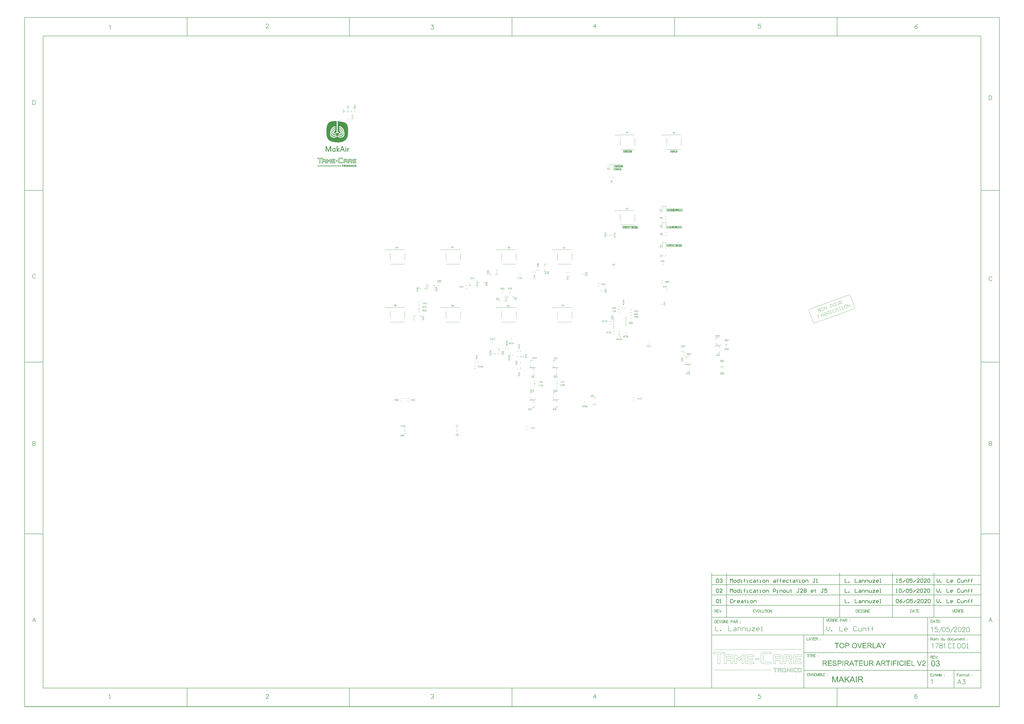
<source format=gto>
G04*
G04 #@! TF.GenerationSoftware,Altium Limited,Altium Designer,20.0.10 (225)*
G04*
G04 Layer_Color=65535*
%FSLAX44Y44*%
%MOMM*%
G71*
G01*
G75*
%ADD10C,0.2096*%
%ADD11C,0.1200*%
%ADD12C,0.1500*%
%ADD13C,0.1016*%
%ADD14C,0.1020*%
%ADD15C,0.1270*%
%ADD16C,0.0127*%
%ADD17C,0.1778*%
%ADD18C,0.2540*%
G36*
X102606Y1519353D02*
X106791D01*
Y1519031D01*
Y1518709D01*
Y1518387D01*
Y1518065D01*
Y1517743D01*
Y1517421D01*
Y1517099D01*
Y1516778D01*
Y1516456D01*
Y1516134D01*
Y1515812D01*
Y1515490D01*
Y1515168D01*
Y1514846D01*
Y1514524D01*
Y1514202D01*
Y1513880D01*
Y1513559D01*
Y1513237D01*
Y1512915D01*
Y1512593D01*
Y1512271D01*
Y1511949D01*
Y1511627D01*
Y1511305D01*
Y1510983D01*
Y1510661D01*
Y1510340D01*
Y1510018D01*
Y1509696D01*
Y1509374D01*
Y1509052D01*
Y1508730D01*
Y1508408D01*
Y1508086D01*
Y1507764D01*
Y1507442D01*
Y1507121D01*
Y1506799D01*
Y1506477D01*
Y1506155D01*
Y1505833D01*
Y1505511D01*
Y1505189D01*
Y1504867D01*
Y1504545D01*
Y1504223D01*
Y1503902D01*
Y1503580D01*
Y1503258D01*
Y1502936D01*
Y1502614D01*
Y1502292D01*
Y1501970D01*
Y1501648D01*
Y1501326D01*
Y1501004D01*
Y1500683D01*
Y1500361D01*
Y1500039D01*
Y1499717D01*
Y1499395D01*
Y1499073D01*
Y1498751D01*
Y1498429D01*
Y1498107D01*
Y1497785D01*
Y1497464D01*
Y1497142D01*
Y1496820D01*
Y1496498D01*
Y1496176D01*
Y1495854D01*
Y1495532D01*
Y1495210D01*
Y1494888D01*
Y1494566D01*
Y1494244D01*
Y1493922D01*
Y1493601D01*
Y1493279D01*
Y1492957D01*
Y1492635D01*
Y1492313D01*
Y1491991D01*
Y1491669D01*
Y1491347D01*
Y1491025D01*
Y1490703D01*
Y1490382D01*
Y1490060D01*
Y1489738D01*
Y1489416D01*
Y1489094D01*
Y1488772D01*
Y1488450D01*
Y1488128D01*
Y1487806D01*
Y1487484D01*
Y1487163D01*
Y1486841D01*
Y1486519D01*
Y1486197D01*
Y1485875D01*
Y1485553D01*
Y1485231D01*
Y1484909D01*
Y1484587D01*
Y1484265D01*
Y1483944D01*
Y1483622D01*
Y1483300D01*
Y1482978D01*
Y1482656D01*
Y1482334D01*
Y1482012D01*
Y1481690D01*
Y1481368D01*
Y1481046D01*
Y1480724D01*
Y1480403D01*
Y1480081D01*
Y1479759D01*
Y1479437D01*
Y1479115D01*
Y1478793D01*
Y1478471D01*
Y1478149D01*
Y1477827D01*
Y1477505D01*
Y1477184D01*
Y1476862D01*
Y1476540D01*
Y1476218D01*
Y1475896D01*
Y1475574D01*
Y1475252D01*
Y1474930D01*
Y1474608D01*
Y1474286D01*
Y1473965D01*
Y1473643D01*
Y1473321D01*
Y1472999D01*
X106469D01*
Y1472677D01*
X106147D01*
Y1472355D01*
X105503D01*
Y1472033D01*
X104860D01*
Y1471711D01*
X104538D01*
Y1471389D01*
X103894D01*
Y1471067D01*
X103572D01*
Y1470746D01*
X102928D01*
Y1470424D01*
X102606D01*
Y1470102D01*
X102284D01*
Y1469780D01*
Y1469458D01*
Y1469136D01*
Y1468814D01*
Y1468492D01*
Y1468170D01*
Y1467848D01*
X102606D01*
Y1467527D01*
X102928D01*
Y1467205D01*
X103572D01*
Y1466883D01*
X104860D01*
Y1467205D01*
X105503D01*
Y1467527D01*
X105825D01*
Y1467848D01*
X106469D01*
Y1468170D01*
X107113D01*
Y1468492D01*
X107435D01*
Y1468814D01*
X108079D01*
Y1469136D01*
X108722D01*
Y1469458D01*
X109366D01*
Y1469136D01*
X110010D01*
Y1468814D01*
X110332D01*
Y1468492D01*
X110976D01*
Y1468170D01*
X111298D01*
Y1467848D01*
X111941D01*
Y1467527D01*
X112585D01*
Y1467205D01*
X112907D01*
Y1466883D01*
X114517D01*
Y1467205D01*
X115160D01*
Y1467527D01*
X115482D01*
Y1467848D01*
Y1468170D01*
X115804D01*
Y1468492D01*
Y1468814D01*
Y1469136D01*
Y1469458D01*
Y1469780D01*
X115482D01*
Y1470102D01*
Y1470424D01*
X114838D01*
Y1470746D01*
X114517D01*
Y1471067D01*
X113873D01*
Y1471389D01*
X113551D01*
Y1471711D01*
X112907D01*
Y1472033D01*
X112263D01*
Y1472355D01*
X111941D01*
Y1472677D01*
X111298D01*
Y1472999D01*
X110976D01*
Y1473321D01*
Y1473643D01*
Y1473965D01*
Y1474286D01*
Y1474608D01*
Y1474930D01*
Y1475252D01*
Y1475574D01*
Y1475896D01*
Y1476218D01*
Y1476540D01*
Y1476862D01*
Y1477184D01*
Y1477505D01*
Y1477827D01*
Y1478149D01*
Y1478471D01*
Y1478793D01*
Y1479115D01*
Y1479437D01*
Y1479759D01*
Y1480081D01*
Y1480403D01*
Y1480724D01*
Y1481046D01*
Y1481368D01*
Y1481690D01*
Y1482012D01*
Y1482334D01*
Y1482656D01*
Y1482978D01*
Y1483300D01*
Y1483622D01*
Y1483944D01*
Y1484265D01*
Y1484587D01*
Y1484909D01*
Y1485231D01*
Y1485553D01*
Y1485875D01*
Y1486197D01*
Y1486519D01*
Y1486841D01*
Y1487163D01*
Y1487484D01*
Y1487806D01*
Y1488128D01*
Y1488450D01*
Y1488772D01*
Y1489094D01*
Y1489416D01*
Y1489738D01*
Y1490060D01*
Y1490382D01*
Y1490703D01*
Y1491025D01*
Y1491347D01*
Y1491669D01*
Y1491991D01*
Y1492313D01*
Y1492635D01*
Y1492957D01*
Y1493279D01*
Y1493601D01*
Y1493922D01*
Y1494244D01*
Y1494566D01*
Y1494888D01*
Y1495210D01*
Y1495532D01*
Y1495854D01*
Y1496176D01*
Y1496498D01*
Y1496820D01*
Y1497142D01*
Y1497464D01*
Y1497785D01*
Y1498107D01*
Y1498429D01*
Y1498751D01*
Y1499073D01*
Y1499395D01*
Y1499717D01*
Y1500039D01*
Y1500361D01*
Y1500683D01*
Y1501004D01*
Y1501326D01*
Y1501648D01*
Y1501970D01*
Y1502292D01*
Y1502614D01*
Y1502936D01*
Y1503258D01*
Y1503580D01*
Y1503902D01*
Y1504223D01*
Y1504545D01*
Y1504867D01*
Y1505189D01*
Y1505511D01*
Y1505833D01*
Y1506155D01*
Y1506477D01*
Y1506799D01*
Y1507121D01*
Y1507442D01*
Y1507764D01*
Y1508086D01*
Y1508408D01*
Y1508730D01*
Y1509052D01*
Y1509374D01*
Y1509696D01*
Y1510018D01*
Y1510340D01*
Y1510661D01*
Y1510983D01*
Y1511305D01*
Y1511627D01*
Y1511949D01*
Y1512271D01*
Y1512593D01*
Y1512915D01*
Y1513237D01*
Y1513559D01*
Y1513880D01*
Y1514202D01*
Y1514524D01*
Y1514846D01*
Y1515168D01*
Y1515490D01*
Y1515812D01*
Y1516134D01*
Y1516456D01*
Y1516778D01*
Y1517099D01*
Y1517421D01*
Y1517743D01*
Y1518065D01*
Y1518387D01*
Y1518709D01*
Y1519031D01*
X112263D01*
Y1518709D01*
X115160D01*
Y1518387D01*
X117414D01*
Y1518065D01*
X119667D01*
Y1517743D01*
X121920D01*
Y1517421D01*
X123852D01*
Y1517099D01*
X125461D01*
Y1516778D01*
X127393D01*
Y1516456D01*
X129324D01*
Y1516134D01*
X130934D01*
Y1515812D01*
X132221D01*
Y1515490D01*
X133831D01*
Y1515168D01*
X135118D01*
Y1514846D01*
X136084D01*
Y1514524D01*
X137372D01*
Y1514202D01*
X138337D01*
Y1513880D01*
X139303D01*
Y1513559D01*
X139947D01*
Y1513237D01*
X140913D01*
Y1512915D01*
X141556D01*
Y1512593D01*
X142200D01*
Y1512271D01*
X142844D01*
Y1511949D01*
X143488D01*
Y1511627D01*
X143810D01*
Y1511305D01*
X144453D01*
Y1510983D01*
X145097D01*
Y1510661D01*
X145419D01*
Y1510340D01*
X145741D01*
Y1510018D01*
X146385D01*
Y1509696D01*
X146707D01*
Y1509374D01*
X147029D01*
Y1509052D01*
X147351D01*
Y1508730D01*
X147673D01*
Y1508408D01*
X147994D01*
Y1508086D01*
X148316D01*
Y1507764D01*
X148638D01*
Y1507442D01*
X148960D01*
Y1507121D01*
X149282D01*
Y1506799D01*
X149604D01*
Y1506477D01*
Y1506155D01*
X149926D01*
Y1505833D01*
X150248D01*
Y1505511D01*
X150570D01*
Y1505189D01*
Y1504867D01*
X150892D01*
Y1504545D01*
Y1504223D01*
X151214D01*
Y1503902D01*
X151535D01*
Y1503580D01*
Y1503258D01*
X151857D01*
Y1502936D01*
Y1502614D01*
X152179D01*
Y1502292D01*
Y1501970D01*
Y1501648D01*
X152501D01*
Y1501326D01*
Y1501004D01*
X152823D01*
Y1500683D01*
Y1500361D01*
Y1500039D01*
X153145D01*
Y1499717D01*
Y1499395D01*
Y1499073D01*
X153467D01*
Y1498751D01*
Y1498429D01*
Y1498107D01*
Y1497785D01*
X153789D01*
Y1497464D01*
Y1497142D01*
Y1496820D01*
X154111D01*
Y1496498D01*
Y1496176D01*
Y1495854D01*
Y1495532D01*
X154432D01*
Y1495210D01*
Y1494888D01*
Y1494566D01*
Y1494244D01*
Y1493922D01*
X154754D01*
Y1493601D01*
Y1493279D01*
Y1492957D01*
Y1492635D01*
Y1492313D01*
X155076D01*
Y1491991D01*
Y1491669D01*
Y1491347D01*
Y1491025D01*
Y1490703D01*
Y1490382D01*
Y1490060D01*
X155398D01*
Y1489738D01*
Y1489416D01*
Y1489094D01*
Y1488772D01*
Y1488450D01*
Y1488128D01*
Y1487806D01*
Y1487484D01*
Y1487163D01*
X155720D01*
Y1486841D01*
Y1486519D01*
Y1486197D01*
Y1485875D01*
Y1485553D01*
Y1485231D01*
Y1484909D01*
Y1484587D01*
Y1484265D01*
Y1483944D01*
Y1483622D01*
Y1483300D01*
Y1482978D01*
Y1482656D01*
Y1482334D01*
Y1482012D01*
Y1481690D01*
Y1481368D01*
Y1481046D01*
Y1480724D01*
Y1480403D01*
Y1480081D01*
Y1479759D01*
Y1479437D01*
Y1479115D01*
Y1478793D01*
Y1478471D01*
Y1478149D01*
Y1477827D01*
Y1477505D01*
Y1477184D01*
Y1476862D01*
Y1476540D01*
Y1476218D01*
Y1475896D01*
Y1475574D01*
Y1475252D01*
Y1474930D01*
Y1474608D01*
Y1474286D01*
Y1473965D01*
Y1473643D01*
Y1473321D01*
Y1472999D01*
Y1472677D01*
Y1472355D01*
Y1472033D01*
Y1471711D01*
Y1471389D01*
Y1471067D01*
Y1470746D01*
X155398D01*
Y1470424D01*
Y1470102D01*
Y1469780D01*
Y1469458D01*
Y1469136D01*
Y1468814D01*
Y1468492D01*
Y1468170D01*
Y1467848D01*
Y1467527D01*
Y1467205D01*
Y1466883D01*
Y1466561D01*
Y1466239D01*
X155076D01*
Y1465917D01*
Y1465595D01*
Y1465273D01*
Y1464951D01*
Y1464629D01*
Y1464308D01*
Y1463986D01*
Y1463664D01*
Y1463342D01*
Y1463020D01*
Y1462698D01*
Y1462376D01*
Y1462054D01*
X154754D01*
Y1461732D01*
Y1461410D01*
Y1461089D01*
Y1460767D01*
Y1460445D01*
Y1460123D01*
Y1459801D01*
Y1459479D01*
Y1459157D01*
X154432D01*
Y1458835D01*
Y1458513D01*
Y1458191D01*
Y1457870D01*
Y1457548D01*
Y1457226D01*
X154111D01*
Y1456904D01*
Y1456582D01*
Y1456260D01*
Y1455938D01*
Y1455616D01*
X153789D01*
Y1455294D01*
Y1454972D01*
Y1454651D01*
Y1454328D01*
X153467D01*
Y1454007D01*
Y1453685D01*
Y1453363D01*
Y1453041D01*
X153145D01*
Y1452719D01*
Y1452397D01*
Y1452075D01*
X152823D01*
Y1451753D01*
Y1451431D01*
Y1451109D01*
X152501D01*
Y1450788D01*
Y1450466D01*
Y1450144D01*
X152179D01*
Y1449822D01*
Y1449500D01*
Y1449178D01*
X151857D01*
Y1448856D01*
Y1448534D01*
X151535D01*
Y1448212D01*
Y1447890D01*
X151214D01*
Y1447569D01*
Y1447247D01*
X150892D01*
Y1446925D01*
Y1446603D01*
X150570D01*
Y1446281D01*
Y1445959D01*
X150248D01*
Y1445637D01*
Y1445315D01*
X149926D01*
Y1444993D01*
Y1444671D01*
X149604D01*
Y1444350D01*
X149282D01*
Y1444028D01*
Y1443706D01*
X148960D01*
Y1443384D01*
Y1443062D01*
X148638D01*
Y1442740D01*
X148316D01*
Y1442418D01*
X147994D01*
Y1442096D01*
Y1441774D01*
X147673D01*
Y1441452D01*
X147351D01*
Y1441131D01*
X147029D01*
Y1440809D01*
Y1440487D01*
X146707D01*
Y1440165D01*
X146385D01*
Y1439843D01*
X146063D01*
Y1439521D01*
X145741D01*
Y1439199D01*
X145419D01*
Y1438877D01*
X145097D01*
Y1438555D01*
X144775D01*
Y1438233D01*
X144453D01*
Y1437912D01*
X144132D01*
Y1437590D01*
X143810D01*
Y1437268D01*
X143488D01*
Y1436946D01*
X143166D01*
Y1436624D01*
X142844D01*
Y1436302D01*
X142522D01*
Y1435980D01*
X141878D01*
Y1435658D01*
X141556D01*
Y1435336D01*
X141235D01*
Y1435014D01*
X140591D01*
Y1434693D01*
X140269D01*
Y1434371D01*
X139625D01*
Y1434049D01*
X138981D01*
Y1433727D01*
X138659D01*
Y1433405D01*
X138015D01*
Y1433083D01*
X137372D01*
Y1432761D01*
X136728D01*
Y1432439D01*
X136084D01*
Y1432117D01*
X135440D01*
Y1431795D01*
X134796D01*
Y1431473D01*
X133831D01*
Y1431152D01*
X133187D01*
Y1430830D01*
X132221D01*
Y1430508D01*
X131256D01*
Y1430186D01*
X130290D01*
Y1429864D01*
X129002D01*
Y1429542D01*
X127715D01*
Y1429220D01*
X126427D01*
Y1428898D01*
X124817D01*
Y1428576D01*
X122886D01*
Y1428254D01*
X120311D01*
Y1427932D01*
X116126D01*
Y1427611D01*
X108722D01*
Y1427932D01*
X103894D01*
Y1428254D01*
X100675D01*
Y1428576D01*
X98100D01*
Y1428898D01*
X95846D01*
Y1429220D01*
X93593D01*
Y1429542D01*
X91983D01*
Y1429864D01*
X90374D01*
Y1430186D01*
X88764D01*
Y1430508D01*
X87477D01*
Y1430830D01*
X86189D01*
Y1431152D01*
X85224D01*
Y1431473D01*
X84258D01*
Y1431795D01*
X83292D01*
Y1432117D01*
X82326D01*
Y1432439D01*
X81361D01*
Y1432761D01*
X80717D01*
Y1433083D01*
X80073D01*
Y1433405D01*
X79429D01*
Y1433727D01*
X78785D01*
Y1434049D01*
X78142D01*
Y1434371D01*
X77498D01*
Y1434693D01*
X76854D01*
Y1435014D01*
X76532D01*
Y1435336D01*
X75888D01*
Y1435658D01*
X75244D01*
Y1435980D01*
X74923D01*
Y1436302D01*
X74601D01*
Y1436624D01*
X73957D01*
Y1436946D01*
X73635D01*
Y1437268D01*
X73313D01*
Y1437590D01*
X72991D01*
Y1437912D01*
X72669D01*
Y1438233D01*
X72025D01*
Y1438555D01*
X71704D01*
Y1438877D01*
X71382D01*
Y1439199D01*
X71060D01*
Y1439521D01*
Y1439843D01*
X70738D01*
Y1440165D01*
X70416D01*
Y1440487D01*
X70094D01*
Y1440809D01*
X69772D01*
Y1441131D01*
X69450D01*
Y1441452D01*
Y1441774D01*
X69128D01*
Y1442096D01*
X68806D01*
Y1442418D01*
Y1442740D01*
X68485D01*
Y1443062D01*
X68163D01*
Y1443384D01*
Y1443706D01*
X67841D01*
Y1444028D01*
X67519D01*
Y1444350D01*
Y1444671D01*
X67197D01*
Y1444993D01*
Y1445315D01*
X66875D01*
Y1445637D01*
Y1445959D01*
X66553D01*
Y1446281D01*
Y1446603D01*
X66231D01*
Y1446925D01*
Y1447247D01*
Y1447569D01*
X65909D01*
Y1447890D01*
Y1448212D01*
X65587D01*
Y1448534D01*
Y1448856D01*
Y1449178D01*
X65265D01*
Y1449500D01*
Y1449822D01*
Y1450144D01*
X64944D01*
Y1450466D01*
Y1450788D01*
Y1451109D01*
X64622D01*
Y1451431D01*
Y1451753D01*
Y1452075D01*
X64300D01*
Y1452397D01*
Y1452719D01*
Y1453041D01*
Y1453363D01*
X63978D01*
Y1453685D01*
Y1454007D01*
Y1454328D01*
Y1454651D01*
X63656D01*
Y1454972D01*
Y1455294D01*
Y1455616D01*
Y1455938D01*
Y1456260D01*
X63334D01*
Y1456582D01*
Y1456904D01*
Y1457226D01*
Y1457548D01*
Y1457870D01*
X63012D01*
Y1458191D01*
Y1458513D01*
Y1458835D01*
Y1459157D01*
Y1459479D01*
Y1459801D01*
Y1460123D01*
X62690D01*
Y1460445D01*
Y1460767D01*
Y1461089D01*
Y1461410D01*
Y1461732D01*
Y1462054D01*
Y1462376D01*
Y1462698D01*
X62368D01*
Y1463020D01*
Y1463342D01*
Y1463664D01*
Y1463986D01*
Y1464308D01*
Y1464629D01*
Y1464951D01*
Y1465273D01*
Y1465595D01*
Y1465917D01*
Y1466239D01*
Y1466561D01*
Y1466883D01*
X62046D01*
Y1467205D01*
Y1467527D01*
Y1467848D01*
Y1468170D01*
Y1468492D01*
Y1468814D01*
Y1469136D01*
Y1469458D01*
Y1469780D01*
Y1470102D01*
Y1470424D01*
Y1470746D01*
Y1471067D01*
Y1471389D01*
Y1471711D01*
Y1472033D01*
Y1472355D01*
Y1472677D01*
Y1472999D01*
Y1473321D01*
Y1473643D01*
Y1473965D01*
Y1474286D01*
Y1474608D01*
Y1474930D01*
Y1475252D01*
Y1475574D01*
Y1475896D01*
Y1476218D01*
Y1476540D01*
Y1476862D01*
Y1477184D01*
Y1477505D01*
Y1477827D01*
Y1478149D01*
Y1478471D01*
Y1478793D01*
Y1479115D01*
Y1479437D01*
Y1479759D01*
X62368D01*
Y1480081D01*
Y1480403D01*
Y1480724D01*
Y1481046D01*
Y1481368D01*
Y1481690D01*
Y1482012D01*
Y1482334D01*
Y1482656D01*
Y1482978D01*
Y1483300D01*
Y1483622D01*
Y1483944D01*
Y1484265D01*
Y1484587D01*
Y1484909D01*
Y1485231D01*
Y1485553D01*
Y1485875D01*
X62690D01*
Y1486197D01*
Y1486519D01*
Y1486841D01*
Y1487163D01*
Y1487484D01*
Y1487806D01*
Y1488128D01*
Y1488450D01*
Y1488772D01*
Y1489094D01*
Y1489416D01*
X63012D01*
Y1489738D01*
Y1490060D01*
Y1490382D01*
Y1490703D01*
Y1491025D01*
Y1491347D01*
Y1491669D01*
X63334D01*
Y1491991D01*
Y1492313D01*
Y1492635D01*
Y1492957D01*
Y1493279D01*
Y1493601D01*
X63656D01*
Y1493922D01*
Y1494244D01*
Y1494566D01*
Y1494888D01*
Y1495210D01*
X63978D01*
Y1495532D01*
Y1495854D01*
Y1496176D01*
Y1496498D01*
Y1496820D01*
X64300D01*
Y1497142D01*
Y1497464D01*
Y1497785D01*
Y1498107D01*
X64622D01*
Y1498429D01*
Y1498751D01*
Y1499073D01*
X64944D01*
Y1499395D01*
Y1499717D01*
Y1500039D01*
X65265D01*
Y1500361D01*
Y1500683D01*
Y1501004D01*
X65587D01*
Y1501326D01*
Y1501648D01*
Y1501970D01*
X65909D01*
Y1502292D01*
Y1502614D01*
X66231D01*
Y1502936D01*
Y1503258D01*
Y1503580D01*
X66553D01*
Y1503902D01*
Y1504223D01*
X66875D01*
Y1504545D01*
Y1504867D01*
Y1505189D01*
X67197D01*
Y1505511D01*
Y1505833D01*
X67519D01*
Y1506155D01*
Y1506477D01*
X67841D01*
Y1506799D01*
Y1507121D01*
X68163D01*
Y1507442D01*
X68485D01*
Y1507764D01*
Y1508086D01*
X68806D01*
Y1508408D01*
Y1508730D01*
X69128D01*
Y1509052D01*
X69450D01*
Y1509374D01*
Y1509696D01*
X69772D01*
Y1510018D01*
X70094D01*
Y1510340D01*
X70416D01*
Y1510661D01*
Y1510983D01*
X70738D01*
Y1511305D01*
X71060D01*
Y1511627D01*
X71382D01*
Y1511949D01*
X71704D01*
Y1512271D01*
X72025D01*
Y1512593D01*
X72347D01*
Y1512915D01*
X72669D01*
Y1513237D01*
X73313D01*
Y1513559D01*
X73635D01*
Y1513880D01*
X73957D01*
Y1514202D01*
X74601D01*
Y1514524D01*
X74923D01*
Y1514846D01*
X75566D01*
Y1515168D01*
X76210D01*
Y1515490D01*
X76854D01*
Y1515812D01*
X77498D01*
Y1516134D01*
X78142D01*
Y1516456D01*
X78785D01*
Y1516778D01*
X79751D01*
Y1517099D01*
X80717D01*
Y1517421D01*
X81683D01*
Y1517743D01*
X82970D01*
Y1518065D01*
X84258D01*
Y1518387D01*
X85867D01*
Y1518709D01*
X88121D01*
Y1519031D01*
X91340D01*
Y1519353D01*
X98100D01*
Y1519675D01*
X102606D01*
Y1519353D01*
D02*
G37*
G36*
X147351Y1408297D02*
X147673D01*
Y1407975D01*
Y1407653D01*
Y1407331D01*
Y1407009D01*
Y1406687D01*
Y1406365D01*
Y1406043D01*
Y1405721D01*
Y1405399D01*
Y1405078D01*
X147351D01*
Y1404756D01*
X145097D01*
Y1405078D01*
X144775D01*
Y1405399D01*
Y1405721D01*
Y1406043D01*
Y1406365D01*
Y1406687D01*
Y1407009D01*
Y1407331D01*
Y1407653D01*
Y1407975D01*
Y1408297D01*
X145097D01*
Y1408618D01*
X147351D01*
Y1408297D01*
D02*
G37*
G36*
X160227Y1402502D02*
X160549D01*
Y1402180D01*
Y1401858D01*
Y1401537D01*
Y1401215D01*
Y1400893D01*
Y1400571D01*
Y1400249D01*
X160227D01*
Y1399927D01*
X158939D01*
Y1399605D01*
X157973D01*
Y1399283D01*
X157330D01*
Y1398961D01*
X157008D01*
Y1398639D01*
X156686D01*
Y1398318D01*
X156364D01*
Y1397996D01*
X156042D01*
Y1397674D01*
Y1397352D01*
X155720D01*
Y1397030D01*
Y1396708D01*
Y1396386D01*
Y1396064D01*
Y1395742D01*
Y1395420D01*
Y1395099D01*
Y1394777D01*
Y1394455D01*
Y1394133D01*
Y1393811D01*
Y1393489D01*
Y1393167D01*
Y1392845D01*
Y1392523D01*
Y1392201D01*
Y1391879D01*
Y1391558D01*
Y1391236D01*
Y1390914D01*
Y1390592D01*
Y1390270D01*
Y1389948D01*
Y1389626D01*
Y1389304D01*
Y1388982D01*
Y1388660D01*
Y1388338D01*
Y1388017D01*
X155076D01*
Y1387695D01*
X153145D01*
Y1388017D01*
X152823D01*
Y1388338D01*
X152501D01*
Y1388660D01*
Y1388982D01*
Y1389304D01*
Y1389626D01*
Y1389948D01*
Y1390270D01*
Y1390592D01*
Y1390914D01*
Y1391236D01*
Y1391558D01*
Y1391879D01*
Y1392201D01*
Y1392523D01*
Y1392845D01*
Y1393167D01*
Y1393489D01*
Y1393811D01*
Y1394133D01*
Y1394455D01*
Y1394777D01*
Y1395099D01*
Y1395420D01*
Y1395742D01*
Y1396064D01*
Y1396386D01*
Y1396708D01*
Y1397030D01*
Y1397352D01*
Y1397674D01*
Y1397996D01*
Y1398318D01*
Y1398639D01*
Y1398961D01*
Y1399283D01*
Y1399605D01*
Y1399927D01*
Y1400249D01*
Y1400571D01*
Y1400893D01*
Y1401215D01*
Y1401537D01*
Y1401858D01*
X152823D01*
Y1402180D01*
X153145D01*
Y1402502D01*
X155076D01*
Y1402180D01*
X155398D01*
Y1401858D01*
X155720D01*
Y1401537D01*
X156042D01*
Y1401858D01*
X156686D01*
Y1402180D01*
X157008D01*
Y1402502D01*
X157973D01*
Y1402824D01*
X160227D01*
Y1402502D01*
D02*
G37*
G36*
X82326Y1411837D02*
Y1411516D01*
X82648D01*
Y1411194D01*
Y1410872D01*
Y1410550D01*
Y1410228D01*
Y1409906D01*
Y1409584D01*
Y1409262D01*
Y1408940D01*
Y1408618D01*
Y1408297D01*
Y1407975D01*
Y1407653D01*
Y1407331D01*
Y1407009D01*
Y1406687D01*
Y1406365D01*
Y1406043D01*
Y1405721D01*
Y1405399D01*
Y1405078D01*
Y1404756D01*
Y1404434D01*
Y1404112D01*
Y1403790D01*
Y1403468D01*
Y1403146D01*
Y1402824D01*
Y1402502D01*
Y1402180D01*
Y1401858D01*
Y1401537D01*
Y1401215D01*
Y1400893D01*
Y1400571D01*
Y1400249D01*
Y1399927D01*
Y1399605D01*
Y1399283D01*
Y1398961D01*
Y1398639D01*
Y1398318D01*
Y1397996D01*
Y1397674D01*
Y1397352D01*
Y1397030D01*
Y1396708D01*
Y1396386D01*
Y1396064D01*
Y1395742D01*
Y1395420D01*
Y1395099D01*
Y1394777D01*
Y1394455D01*
Y1394133D01*
Y1393811D01*
Y1393489D01*
Y1393167D01*
Y1392845D01*
Y1392523D01*
Y1392201D01*
Y1391879D01*
Y1391558D01*
Y1391236D01*
Y1390914D01*
Y1390592D01*
Y1390270D01*
Y1389948D01*
Y1389626D01*
Y1389304D01*
Y1388982D01*
Y1388660D01*
Y1388338D01*
X82326D01*
Y1388017D01*
X82004D01*
Y1387695D01*
X80073D01*
Y1388017D01*
X79751D01*
Y1388338D01*
X79429D01*
Y1388660D01*
Y1388982D01*
Y1389304D01*
Y1389626D01*
Y1389948D01*
Y1390270D01*
Y1390592D01*
Y1390914D01*
Y1391236D01*
Y1391558D01*
Y1391879D01*
Y1392201D01*
Y1392523D01*
Y1392845D01*
Y1393167D01*
Y1393489D01*
Y1393811D01*
Y1394133D01*
Y1394455D01*
Y1394777D01*
Y1395099D01*
Y1395420D01*
Y1395742D01*
Y1396064D01*
Y1396386D01*
Y1396708D01*
Y1397030D01*
Y1397352D01*
Y1397674D01*
Y1397996D01*
Y1398318D01*
Y1398639D01*
Y1398961D01*
Y1399283D01*
Y1399605D01*
Y1399927D01*
Y1400249D01*
Y1400571D01*
Y1400893D01*
Y1401215D01*
Y1401537D01*
Y1401858D01*
Y1402180D01*
Y1402502D01*
Y1402824D01*
Y1403146D01*
Y1403468D01*
Y1403790D01*
Y1404112D01*
X79107D01*
Y1403790D01*
Y1403468D01*
X78785D01*
Y1403146D01*
Y1402824D01*
X78464D01*
Y1402502D01*
Y1402180D01*
Y1401858D01*
X78142D01*
Y1401537D01*
Y1401215D01*
X77820D01*
Y1400893D01*
Y1400571D01*
X77498D01*
Y1400249D01*
Y1399927D01*
X77176D01*
Y1399605D01*
Y1399283D01*
X76854D01*
Y1398961D01*
Y1398639D01*
Y1398318D01*
X76532D01*
Y1397996D01*
Y1397674D01*
X76210D01*
Y1397352D01*
Y1397030D01*
X75888D01*
Y1396708D01*
Y1396386D01*
X75566D01*
Y1396064D01*
Y1395742D01*
Y1395420D01*
X75244D01*
Y1395099D01*
Y1394777D01*
X74923D01*
Y1394455D01*
Y1394133D01*
X74601D01*
Y1393811D01*
Y1393489D01*
X74279D01*
Y1393167D01*
Y1392845D01*
Y1392523D01*
X73957D01*
Y1392201D01*
Y1391879D01*
X73635D01*
Y1391558D01*
Y1391236D01*
X73313D01*
Y1390914D01*
Y1390592D01*
X72991D01*
Y1390270D01*
Y1389948D01*
X72669D01*
Y1389626D01*
Y1389304D01*
Y1388982D01*
X72347D01*
Y1388660D01*
Y1388338D01*
X72025D01*
Y1388017D01*
X71704D01*
Y1387695D01*
X69772D01*
Y1388017D01*
X69450D01*
Y1388338D01*
Y1388660D01*
X69128D01*
Y1388982D01*
Y1389304D01*
X68806D01*
Y1389626D01*
Y1389948D01*
Y1390270D01*
X68485D01*
Y1390592D01*
Y1390914D01*
X68163D01*
Y1391236D01*
Y1391558D01*
X67841D01*
Y1391879D01*
Y1392201D01*
X67519D01*
Y1392523D01*
Y1392845D01*
X67197D01*
Y1393167D01*
Y1393489D01*
Y1393811D01*
X66875D01*
Y1394133D01*
Y1394455D01*
X66553D01*
Y1394777D01*
Y1395099D01*
X66231D01*
Y1395420D01*
Y1395742D01*
X65909D01*
Y1396064D01*
Y1396386D01*
Y1396708D01*
X65587D01*
Y1397030D01*
Y1397352D01*
X65265D01*
Y1397674D01*
Y1397996D01*
X64944D01*
Y1398318D01*
Y1398639D01*
X64622D01*
Y1398961D01*
Y1399283D01*
Y1399605D01*
X64300D01*
Y1399927D01*
Y1400249D01*
X63978D01*
Y1400571D01*
Y1400893D01*
X63656D01*
Y1401215D01*
Y1401537D01*
X63334D01*
Y1401858D01*
Y1402180D01*
X63012D01*
Y1402502D01*
Y1402824D01*
Y1403146D01*
X62690D01*
Y1403468D01*
Y1403790D01*
X62368D01*
Y1404112D01*
X62046D01*
Y1403790D01*
Y1403468D01*
Y1403146D01*
Y1402824D01*
Y1402502D01*
Y1402180D01*
Y1401858D01*
Y1401537D01*
Y1401215D01*
Y1400893D01*
Y1400571D01*
Y1400249D01*
Y1399927D01*
Y1399605D01*
Y1399283D01*
Y1398961D01*
Y1398639D01*
Y1398318D01*
Y1397996D01*
Y1397674D01*
Y1397352D01*
Y1397030D01*
Y1396708D01*
Y1396386D01*
Y1396064D01*
Y1395742D01*
Y1395420D01*
Y1395099D01*
Y1394777D01*
Y1394455D01*
Y1394133D01*
Y1393811D01*
Y1393489D01*
Y1393167D01*
Y1392845D01*
Y1392523D01*
Y1392201D01*
Y1391879D01*
Y1391558D01*
Y1391236D01*
Y1390914D01*
Y1390592D01*
Y1390270D01*
Y1389948D01*
Y1389626D01*
Y1389304D01*
Y1388982D01*
Y1388660D01*
Y1388338D01*
Y1388017D01*
X61725D01*
Y1387695D01*
X59793D01*
Y1388017D01*
X59149D01*
Y1388338D01*
Y1388660D01*
Y1388982D01*
Y1389304D01*
Y1389626D01*
Y1389948D01*
Y1390270D01*
Y1390592D01*
Y1390914D01*
Y1391236D01*
Y1391558D01*
Y1391879D01*
Y1392201D01*
Y1392523D01*
Y1392845D01*
Y1393167D01*
Y1393489D01*
Y1393811D01*
Y1394133D01*
Y1394455D01*
Y1394777D01*
Y1395099D01*
Y1395420D01*
Y1395742D01*
Y1396064D01*
Y1396386D01*
Y1396708D01*
Y1397030D01*
Y1397352D01*
Y1397674D01*
Y1397996D01*
Y1398318D01*
Y1398639D01*
Y1398961D01*
Y1399283D01*
Y1399605D01*
Y1399927D01*
Y1400249D01*
Y1400571D01*
Y1400893D01*
Y1401215D01*
Y1401537D01*
Y1401858D01*
Y1402180D01*
Y1402502D01*
Y1402824D01*
Y1403146D01*
Y1403468D01*
Y1403790D01*
Y1404112D01*
Y1404434D01*
Y1404756D01*
Y1405078D01*
Y1405399D01*
Y1405721D01*
Y1406043D01*
Y1406365D01*
Y1406687D01*
Y1407009D01*
Y1407331D01*
Y1407653D01*
Y1407975D01*
Y1408297D01*
Y1408618D01*
Y1408940D01*
Y1409262D01*
Y1409584D01*
Y1409906D01*
Y1410228D01*
Y1410550D01*
Y1410872D01*
Y1411194D01*
Y1411516D01*
Y1411837D01*
X59471D01*
Y1412159D01*
X62046D01*
Y1411837D01*
X62368D01*
Y1411516D01*
Y1411194D01*
X62690D01*
Y1410872D01*
Y1410550D01*
X63012D01*
Y1410228D01*
Y1409906D01*
Y1409584D01*
X63334D01*
Y1409262D01*
Y1408940D01*
X63656D01*
Y1408618D01*
Y1408297D01*
X63978D01*
Y1407975D01*
Y1407653D01*
X64300D01*
Y1407331D01*
Y1407009D01*
Y1406687D01*
X64622D01*
Y1406365D01*
Y1406043D01*
X64944D01*
Y1405721D01*
Y1405399D01*
X65265D01*
Y1405078D01*
Y1404756D01*
X65587D01*
Y1404434D01*
Y1404112D01*
X65909D01*
Y1403790D01*
Y1403468D01*
Y1403146D01*
X66231D01*
Y1402824D01*
Y1402502D01*
X66553D01*
Y1402180D01*
Y1401858D01*
X66875D01*
Y1401537D01*
Y1401215D01*
X67197D01*
Y1400893D01*
Y1400571D01*
Y1400249D01*
X67519D01*
Y1399927D01*
Y1399605D01*
X67841D01*
Y1399283D01*
Y1398961D01*
X68163D01*
Y1398639D01*
Y1398318D01*
X68485D01*
Y1397996D01*
Y1397674D01*
Y1397352D01*
X68806D01*
Y1397030D01*
Y1396708D01*
X69128D01*
Y1396386D01*
Y1396064D01*
X69450D01*
Y1395742D01*
Y1395420D01*
X69772D01*
Y1395099D01*
Y1394777D01*
X70094D01*
Y1394455D01*
Y1394133D01*
Y1393811D01*
X70416D01*
Y1393489D01*
Y1393167D01*
X70738D01*
Y1392845D01*
X71060D01*
Y1393167D01*
Y1393489D01*
X71382D01*
Y1393811D01*
Y1394133D01*
X71704D01*
Y1394455D01*
Y1394777D01*
X72025D01*
Y1395099D01*
Y1395420D01*
Y1395742D01*
X72347D01*
Y1396064D01*
Y1396386D01*
X72669D01*
Y1396708D01*
Y1397030D01*
X72991D01*
Y1397352D01*
Y1397674D01*
X73313D01*
Y1397996D01*
Y1398318D01*
Y1398639D01*
X73635D01*
Y1398961D01*
Y1399283D01*
X73957D01*
Y1399605D01*
Y1399927D01*
X74279D01*
Y1400249D01*
Y1400571D01*
X74601D01*
Y1400893D01*
Y1401215D01*
X74923D01*
Y1401537D01*
Y1401858D01*
Y1402180D01*
X75244D01*
Y1402502D01*
Y1402824D01*
X75566D01*
Y1403146D01*
Y1403468D01*
X75888D01*
Y1403790D01*
Y1404112D01*
X76210D01*
Y1404434D01*
Y1404756D01*
Y1405078D01*
X76532D01*
Y1405399D01*
Y1405721D01*
X76854D01*
Y1406043D01*
Y1406365D01*
X77176D01*
Y1406687D01*
Y1407009D01*
X77498D01*
Y1407331D01*
Y1407653D01*
X77820D01*
Y1407975D01*
Y1408297D01*
Y1408618D01*
X78142D01*
Y1408940D01*
Y1409262D01*
X78464D01*
Y1409584D01*
Y1409906D01*
X78785D01*
Y1410228D01*
Y1410550D01*
X79107D01*
Y1410872D01*
Y1411194D01*
Y1411516D01*
X79429D01*
Y1411837D01*
X79751D01*
Y1412159D01*
X82326D01*
Y1411837D01*
D02*
G37*
G36*
X147351Y1402180D02*
X147673D01*
Y1401858D01*
Y1401537D01*
Y1401215D01*
Y1400893D01*
Y1400571D01*
Y1400249D01*
Y1399927D01*
Y1399605D01*
Y1399283D01*
Y1398961D01*
Y1398639D01*
Y1398318D01*
Y1397996D01*
Y1397674D01*
Y1397352D01*
Y1397030D01*
Y1396708D01*
Y1396386D01*
Y1396064D01*
Y1395742D01*
Y1395420D01*
Y1395099D01*
Y1394777D01*
Y1394455D01*
Y1394133D01*
Y1393811D01*
Y1393489D01*
Y1393167D01*
Y1392845D01*
Y1392523D01*
Y1392201D01*
Y1391879D01*
Y1391558D01*
Y1391236D01*
Y1390914D01*
Y1390592D01*
Y1390270D01*
Y1389948D01*
Y1389626D01*
Y1389304D01*
Y1388982D01*
Y1388660D01*
Y1388338D01*
Y1388017D01*
X147351D01*
Y1387695D01*
X145097D01*
Y1388017D01*
X144775D01*
Y1388338D01*
Y1388660D01*
Y1388982D01*
Y1389304D01*
Y1389626D01*
Y1389948D01*
Y1390270D01*
Y1390592D01*
Y1390914D01*
Y1391236D01*
Y1391558D01*
Y1391879D01*
Y1392201D01*
Y1392523D01*
Y1392845D01*
Y1393167D01*
Y1393489D01*
Y1393811D01*
Y1394133D01*
Y1394455D01*
Y1394777D01*
Y1395099D01*
Y1395420D01*
Y1395742D01*
Y1396064D01*
Y1396386D01*
Y1396708D01*
Y1397030D01*
Y1397352D01*
Y1397674D01*
Y1397996D01*
Y1398318D01*
Y1398639D01*
Y1398961D01*
Y1399283D01*
Y1399605D01*
Y1399927D01*
Y1400249D01*
Y1400571D01*
Y1400893D01*
Y1401215D01*
Y1401537D01*
Y1401858D01*
Y1402180D01*
X145097D01*
Y1402502D01*
X147351D01*
Y1402180D01*
D02*
G37*
G36*
X131899Y1411837D02*
X132221D01*
Y1411516D01*
Y1411194D01*
Y1410872D01*
X132543D01*
Y1410550D01*
Y1410228D01*
X132865D01*
Y1409906D01*
Y1409584D01*
Y1409262D01*
X133187D01*
Y1408940D01*
Y1408618D01*
X133509D01*
Y1408297D01*
Y1407975D01*
Y1407653D01*
X133831D01*
Y1407331D01*
Y1407009D01*
X134153D01*
Y1406687D01*
Y1406365D01*
Y1406043D01*
X134474D01*
Y1405721D01*
Y1405399D01*
X134796D01*
Y1405078D01*
Y1404756D01*
Y1404434D01*
X135118D01*
Y1404112D01*
Y1403790D01*
X135440D01*
Y1403468D01*
Y1403146D01*
Y1402824D01*
X135762D01*
Y1402502D01*
Y1402180D01*
X136084D01*
Y1401858D01*
Y1401537D01*
Y1401215D01*
X136406D01*
Y1400893D01*
Y1400571D01*
X136728D01*
Y1400249D01*
Y1399927D01*
Y1399605D01*
X137050D01*
Y1399283D01*
Y1398961D01*
X137372D01*
Y1398639D01*
Y1398318D01*
Y1397996D01*
X137694D01*
Y1397674D01*
Y1397352D01*
X138015D01*
Y1397030D01*
Y1396708D01*
Y1396386D01*
X138337D01*
Y1396064D01*
Y1395742D01*
X138659D01*
Y1395420D01*
Y1395099D01*
Y1394777D01*
X138981D01*
Y1394455D01*
Y1394133D01*
X139303D01*
Y1393811D01*
Y1393489D01*
Y1393167D01*
X139625D01*
Y1392845D01*
Y1392523D01*
X139947D01*
Y1392201D01*
Y1391879D01*
Y1391558D01*
X140269D01*
Y1391236D01*
Y1390914D01*
X140591D01*
Y1390592D01*
Y1390270D01*
Y1389948D01*
X140913D01*
Y1389626D01*
Y1389304D01*
X141235D01*
Y1388982D01*
Y1388660D01*
Y1388338D01*
Y1388017D01*
X140591D01*
Y1387695D01*
X138659D01*
Y1388017D01*
X138337D01*
Y1388338D01*
X138015D01*
Y1388660D01*
Y1388982D01*
X137694D01*
Y1389304D01*
Y1389626D01*
X137372D01*
Y1389948D01*
Y1390270D01*
Y1390592D01*
X137050D01*
Y1390914D01*
Y1391236D01*
X136728D01*
Y1391558D01*
Y1391879D01*
Y1392201D01*
X136406D01*
Y1392523D01*
Y1392845D01*
X136084D01*
Y1393167D01*
Y1393489D01*
Y1393811D01*
X135762D01*
Y1394133D01*
Y1394455D01*
X125783D01*
Y1394133D01*
X125461D01*
Y1393811D01*
Y1393489D01*
X125139D01*
Y1393167D01*
Y1392845D01*
Y1392523D01*
X124817D01*
Y1392201D01*
Y1391879D01*
X124496D01*
Y1391558D01*
Y1391236D01*
Y1390914D01*
X124174D01*
Y1390592D01*
Y1390270D01*
X123852D01*
Y1389948D01*
Y1389626D01*
Y1389304D01*
X123530D01*
Y1388982D01*
Y1388660D01*
X123208D01*
Y1388338D01*
Y1388017D01*
X122886D01*
Y1387695D01*
X120633D01*
Y1388017D01*
X120311D01*
Y1388338D01*
Y1388660D01*
Y1388982D01*
Y1389304D01*
Y1389626D01*
X120633D01*
Y1389948D01*
Y1390270D01*
X120955D01*
Y1390592D01*
Y1390914D01*
Y1391236D01*
X121277D01*
Y1391558D01*
Y1391879D01*
X121598D01*
Y1392201D01*
Y1392523D01*
Y1392845D01*
X121920D01*
Y1393167D01*
Y1393489D01*
X122242D01*
Y1393811D01*
Y1394133D01*
Y1394455D01*
X122564D01*
Y1394777D01*
Y1395099D01*
X122886D01*
Y1395420D01*
Y1395742D01*
Y1396064D01*
X123208D01*
Y1396386D01*
Y1396708D01*
X123530D01*
Y1397030D01*
Y1397352D01*
Y1397674D01*
X123852D01*
Y1397996D01*
Y1398318D01*
X124174D01*
Y1398639D01*
Y1398961D01*
Y1399283D01*
X124496D01*
Y1399605D01*
Y1399927D01*
X124817D01*
Y1400249D01*
Y1400571D01*
Y1400893D01*
X125139D01*
Y1401215D01*
Y1401537D01*
X125461D01*
Y1401858D01*
Y1402180D01*
Y1402502D01*
X125783D01*
Y1402824D01*
Y1403146D01*
X126105D01*
Y1403468D01*
Y1403790D01*
Y1404112D01*
X126427D01*
Y1404434D01*
Y1404756D01*
X126749D01*
Y1405078D01*
Y1405399D01*
Y1405721D01*
X127071D01*
Y1406043D01*
Y1406365D01*
X127393D01*
Y1406687D01*
Y1407009D01*
Y1407331D01*
X127715D01*
Y1407653D01*
Y1407975D01*
X128036D01*
Y1408297D01*
Y1408618D01*
Y1408940D01*
X128358D01*
Y1409262D01*
Y1409584D01*
X128680D01*
Y1409906D01*
Y1410228D01*
Y1410550D01*
X129002D01*
Y1410872D01*
Y1411194D01*
X129324D01*
Y1411516D01*
Y1411837D01*
X129646D01*
Y1412159D01*
X131899D01*
Y1411837D01*
D02*
G37*
G36*
X109366D02*
X109688D01*
Y1411516D01*
Y1411194D01*
Y1410872D01*
Y1410550D01*
Y1410228D01*
Y1409906D01*
Y1409584D01*
Y1409262D01*
Y1408940D01*
Y1408618D01*
Y1408297D01*
Y1407975D01*
Y1407653D01*
Y1407331D01*
Y1407009D01*
Y1406687D01*
Y1406365D01*
Y1406043D01*
Y1405721D01*
Y1405399D01*
Y1405078D01*
Y1404756D01*
Y1404434D01*
Y1404112D01*
Y1403790D01*
Y1403468D01*
Y1403146D01*
Y1402824D01*
Y1402502D01*
Y1402180D01*
Y1401858D01*
Y1401537D01*
Y1401215D01*
Y1400893D01*
Y1400571D01*
Y1400249D01*
Y1399927D01*
Y1399605D01*
Y1399283D01*
Y1398961D01*
Y1398639D01*
Y1398318D01*
Y1397996D01*
X110332D01*
Y1398318D01*
X110654D01*
Y1398639D01*
X110976D01*
Y1398961D01*
X111298D01*
Y1399283D01*
X111620D01*
Y1399605D01*
X112263D01*
Y1399927D01*
X112585D01*
Y1400249D01*
X112907D01*
Y1400571D01*
X113229D01*
Y1400893D01*
X113551D01*
Y1401215D01*
X113873D01*
Y1401537D01*
X114517D01*
Y1401858D01*
X114838D01*
Y1402180D01*
X115160D01*
Y1402502D01*
X117736D01*
Y1402180D01*
X118057D01*
Y1401858D01*
Y1401537D01*
Y1401215D01*
Y1400893D01*
X117736D01*
Y1400571D01*
X117414D01*
Y1400249D01*
X116770D01*
Y1399927D01*
X116448D01*
Y1399605D01*
X116126D01*
Y1399283D01*
X115804D01*
Y1398961D01*
X115482D01*
Y1398639D01*
X115160D01*
Y1398318D01*
X114517D01*
Y1397996D01*
X114195D01*
Y1397674D01*
X113873D01*
Y1397352D01*
X113551D01*
Y1397030D01*
X113229D01*
Y1396708D01*
X112907D01*
Y1396386D01*
X112263D01*
Y1396064D01*
X111941D01*
Y1395742D01*
X111620D01*
Y1395420D01*
X111941D01*
Y1395099D01*
X112263D01*
Y1394777D01*
X112585D01*
Y1394455D01*
X112907D01*
Y1394133D01*
X113229D01*
Y1393811D01*
X113551D01*
Y1393489D01*
X113873D01*
Y1393167D01*
X114195D01*
Y1392845D01*
X114517D01*
Y1392523D01*
X114838D01*
Y1392201D01*
X115160D01*
Y1391879D01*
X115482D01*
Y1391558D01*
X115804D01*
Y1391236D01*
X116126D01*
Y1390914D01*
X116448D01*
Y1390592D01*
X116770D01*
Y1390270D01*
X117092D01*
Y1389948D01*
X117414D01*
Y1389626D01*
X117736D01*
Y1389304D01*
X118057D01*
Y1388982D01*
Y1388660D01*
Y1388338D01*
Y1388017D01*
X117736D01*
Y1387695D01*
X115482D01*
Y1388017D01*
X114838D01*
Y1388338D01*
X114517D01*
Y1388660D01*
X114195D01*
Y1388982D01*
X113873D01*
Y1389304D01*
X113551D01*
Y1389626D01*
X113229D01*
Y1389948D01*
X112907D01*
Y1390270D01*
X112585D01*
Y1390592D01*
X112263D01*
Y1390914D01*
X111941D01*
Y1391236D01*
X111620D01*
Y1391558D01*
X111298D01*
Y1391879D01*
X110976D01*
Y1392201D01*
X110654D01*
Y1392523D01*
X110332D01*
Y1392845D01*
X109688D01*
Y1392523D01*
Y1392201D01*
Y1391879D01*
Y1391558D01*
Y1391236D01*
Y1390914D01*
Y1390592D01*
Y1390270D01*
Y1389948D01*
Y1389626D01*
Y1389304D01*
Y1388982D01*
Y1388660D01*
Y1388338D01*
Y1388017D01*
X109366D01*
Y1387695D01*
X107113D01*
Y1388017D01*
X106791D01*
Y1388338D01*
Y1388660D01*
Y1388982D01*
Y1389304D01*
Y1389626D01*
Y1389948D01*
Y1390270D01*
Y1390592D01*
Y1390914D01*
Y1391236D01*
Y1391558D01*
Y1391879D01*
Y1392201D01*
Y1392523D01*
Y1392845D01*
Y1393167D01*
Y1393489D01*
Y1393811D01*
Y1394133D01*
Y1394455D01*
Y1394777D01*
Y1395099D01*
Y1395420D01*
Y1395742D01*
Y1396064D01*
Y1396386D01*
Y1396708D01*
Y1397030D01*
Y1397352D01*
Y1397674D01*
Y1397996D01*
Y1398318D01*
Y1398639D01*
Y1398961D01*
Y1399283D01*
Y1399605D01*
Y1399927D01*
Y1400249D01*
Y1400571D01*
Y1400893D01*
Y1401215D01*
Y1401537D01*
Y1401858D01*
Y1402180D01*
Y1402502D01*
Y1402824D01*
Y1403146D01*
Y1403468D01*
Y1403790D01*
Y1404112D01*
Y1404434D01*
Y1404756D01*
Y1405078D01*
Y1405399D01*
Y1405721D01*
Y1406043D01*
Y1406365D01*
Y1406687D01*
Y1407009D01*
Y1407331D01*
Y1407653D01*
Y1407975D01*
Y1408297D01*
Y1408618D01*
Y1408940D01*
Y1409262D01*
Y1409584D01*
Y1409906D01*
Y1410228D01*
Y1410550D01*
Y1410872D01*
Y1411194D01*
Y1411516D01*
Y1411837D01*
Y1412159D01*
X109366D01*
Y1411837D01*
D02*
G37*
G36*
X96168Y1402502D02*
X97134D01*
Y1402180D01*
X97778D01*
Y1401858D01*
X98421D01*
Y1401537D01*
X98743D01*
Y1401858D01*
X99065D01*
Y1402180D01*
X99387D01*
Y1402502D01*
X101319D01*
Y1402180D01*
X101641D01*
Y1401858D01*
Y1401537D01*
Y1401215D01*
Y1400893D01*
Y1400571D01*
Y1400249D01*
Y1399927D01*
Y1399605D01*
Y1399283D01*
Y1398961D01*
Y1398639D01*
Y1398318D01*
Y1397996D01*
Y1397674D01*
Y1397352D01*
Y1397030D01*
Y1396708D01*
Y1396386D01*
Y1396064D01*
Y1395742D01*
Y1395420D01*
Y1395099D01*
Y1394777D01*
Y1394455D01*
Y1394133D01*
Y1393811D01*
Y1393489D01*
Y1393167D01*
Y1392845D01*
Y1392523D01*
Y1392201D01*
Y1391879D01*
Y1391558D01*
Y1391236D01*
Y1390914D01*
Y1390592D01*
Y1390270D01*
Y1389948D01*
Y1389626D01*
Y1389304D01*
Y1388982D01*
Y1388660D01*
Y1388338D01*
Y1388017D01*
X101319D01*
Y1387695D01*
X99387D01*
Y1388017D01*
X99065D01*
Y1388338D01*
X98743D01*
Y1388660D01*
X98421D01*
Y1388338D01*
X97778D01*
Y1388017D01*
X97134D01*
Y1387695D01*
X96168D01*
Y1387373D01*
X92305D01*
Y1387695D01*
X91340D01*
Y1388017D01*
X90696D01*
Y1388338D01*
X90374D01*
Y1388660D01*
X89730D01*
Y1388982D01*
X89408D01*
Y1389304D01*
X89086D01*
Y1389626D01*
X88764D01*
Y1389948D01*
X88442D01*
Y1390270D01*
Y1390592D01*
X88121D01*
Y1390914D01*
X87799D01*
Y1391236D01*
Y1391558D01*
X87477D01*
Y1391879D01*
Y1392201D01*
Y1392523D01*
X87155D01*
Y1392845D01*
Y1393167D01*
Y1393489D01*
Y1393811D01*
Y1394133D01*
X86833D01*
Y1394455D01*
Y1394777D01*
Y1395099D01*
Y1395420D01*
Y1395742D01*
Y1396064D01*
X87155D01*
Y1396386D01*
Y1396708D01*
Y1397030D01*
Y1397352D01*
Y1397674D01*
X87477D01*
Y1397996D01*
Y1398318D01*
Y1398639D01*
X87799D01*
Y1398961D01*
Y1399283D01*
X88121D01*
Y1399605D01*
Y1399927D01*
X88442D01*
Y1400249D01*
X88764D01*
Y1400571D01*
X89086D01*
Y1400893D01*
X89408D01*
Y1401215D01*
X89730D01*
Y1401537D01*
X90052D01*
Y1401858D01*
X90696D01*
Y1402180D01*
X91340D01*
Y1402502D01*
X92305D01*
Y1402824D01*
X96168D01*
Y1402502D01*
D02*
G37*
G36*
X1378175Y1384356D02*
X1341000D01*
Y1394325D01*
X1378175D01*
Y1384356D01*
D02*
G37*
G36*
X1573360Y1383856D02*
X1543000D01*
Y1393825D01*
X1573360D01*
Y1383856D01*
D02*
G37*
G36*
X1339925Y1331075D02*
Y1321106D01*
X1302750D01*
Y1331075D01*
X1339925D01*
D02*
G37*
G36*
X1332110Y1307606D02*
X1301750D01*
Y1317575D01*
X1332110D01*
Y1307606D01*
D02*
G37*
G36*
X1597737Y1141325D02*
Y1131356D01*
X1528750D01*
Y1141325D01*
X1597737D01*
D02*
G37*
G36*
X1595285Y1057000D02*
X1529250D01*
Y1066681D01*
X1595285D01*
Y1057000D01*
D02*
G37*
G36*
X1402703Y1056606D02*
X1338000D01*
Y1066575D01*
X1402703D01*
Y1056606D01*
D02*
G37*
G36*
X1593453Y988325D02*
Y978356D01*
X1528750D01*
Y988325D01*
X1593453D01*
D02*
G37*
G36*
X2463335Y-742321D02*
Y-751810D01*
X2460356D01*
Y-742321D01*
X2451709Y-729400D01*
X2455304D01*
X2459708Y-736200D01*
Y-736233D01*
X2459773Y-736298D01*
X2459838Y-736395D01*
X2459903Y-736524D01*
X2460032Y-736686D01*
X2460162Y-736880D01*
X2460453Y-737366D01*
X2460809Y-737949D01*
X2461198Y-738597D01*
X2461619Y-739277D01*
X2462008Y-739989D01*
Y-739957D01*
X2462040Y-739892D01*
X2462105Y-739795D01*
X2462202Y-739666D01*
X2462299Y-739504D01*
X2462429Y-739309D01*
X2462720Y-738824D01*
X2463076Y-738241D01*
X2463497Y-737561D01*
X2463983Y-736816D01*
X2464501Y-736006D01*
X2468808Y-729400D01*
X2472274D01*
X2463335Y-742321D01*
D02*
G37*
G36*
X2360837Y-751810D02*
X2357728D01*
X2349049Y-729400D01*
X2352287D01*
X2358117Y-745689D01*
Y-745722D01*
X2358149Y-745786D01*
X2358181Y-745883D01*
X2358246Y-746013D01*
X2358279Y-746207D01*
X2358343Y-746402D01*
X2358505Y-746888D01*
X2358699Y-747438D01*
X2358894Y-748053D01*
X2359282Y-749349D01*
Y-749316D01*
X2359315Y-749252D01*
X2359347Y-749154D01*
X2359380Y-749025D01*
X2359477Y-748669D01*
X2359639Y-748183D01*
X2359801Y-747632D01*
X2359995Y-747017D01*
X2360222Y-746369D01*
X2360481Y-745689D01*
X2366569Y-729400D01*
X2369581D01*
X2360837Y-751810D01*
D02*
G37*
G36*
X2451677D02*
X2448309D01*
X2445686Y-745009D01*
X2436294D01*
X2433865Y-751810D01*
X2430724D01*
X2439273Y-729400D01*
X2442512D01*
X2451677Y-751810D01*
D02*
G37*
G36*
X2418612Y-749154D02*
X2429655D01*
Y-751810D01*
X2415632D01*
Y-729400D01*
X2418612D01*
Y-749154D01*
D02*
G37*
G36*
X2403844Y-729432D02*
X2404136D01*
X2404816Y-729464D01*
X2405528Y-729561D01*
X2406305Y-729659D01*
X2407018Y-729821D01*
X2407374Y-729918D01*
X2407666Y-730015D01*
X2407698D01*
X2407730Y-730047D01*
X2407925Y-730144D01*
X2408216Y-730274D01*
X2408572Y-730501D01*
X2408961Y-730792D01*
X2409382Y-731181D01*
X2409771Y-731634D01*
X2410159Y-732152D01*
Y-732185D01*
X2410192Y-732217D01*
X2410321Y-732411D01*
X2410451Y-732735D01*
X2410645Y-733156D01*
X2410807Y-733642D01*
X2410969Y-734225D01*
X2411066Y-734840D01*
X2411098Y-735520D01*
Y-735553D01*
Y-735618D01*
Y-735747D01*
X2411066Y-735909D01*
Y-736136D01*
X2411034Y-736362D01*
X2410904Y-736913D01*
X2410710Y-737561D01*
X2410451Y-738241D01*
X2410062Y-738921D01*
X2409803Y-739245D01*
X2409544Y-739568D01*
X2409512Y-739601D01*
X2409479Y-739633D01*
X2409382Y-739730D01*
X2409252Y-739828D01*
X2409091Y-739957D01*
X2408896Y-740087D01*
X2408637Y-740249D01*
X2408378Y-740443D01*
X2408054Y-740605D01*
X2407698Y-740767D01*
X2407309Y-740961D01*
X2406888Y-741123D01*
X2406403Y-741253D01*
X2405917Y-741414D01*
X2405366Y-741512D01*
X2404783Y-741609D01*
X2404848Y-741641D01*
X2404978Y-741706D01*
X2405172Y-741835D01*
X2405431Y-741965D01*
X2406014Y-742321D01*
X2406305Y-742548D01*
X2406564Y-742742D01*
X2406629Y-742807D01*
X2406791Y-742969D01*
X2407050Y-743228D01*
X2407374Y-743552D01*
X2407730Y-744005D01*
X2408151Y-744491D01*
X2408572Y-745074D01*
X2409026Y-745722D01*
X2412880Y-751810D01*
X2409188D01*
X2406241Y-747147D01*
Y-747114D01*
X2406176Y-747049D01*
X2406111Y-746952D01*
X2406014Y-746823D01*
X2405787Y-746467D01*
X2405496Y-746013D01*
X2405140Y-745527D01*
X2404783Y-745009D01*
X2404427Y-744523D01*
X2404103Y-744070D01*
X2404071Y-744038D01*
X2403974Y-743908D01*
X2403812Y-743714D01*
X2403585Y-743487D01*
X2403099Y-743001D01*
X2402840Y-742775D01*
X2402581Y-742580D01*
X2402549Y-742548D01*
X2402484Y-742515D01*
X2402354Y-742451D01*
X2402160Y-742354D01*
X2401966Y-742256D01*
X2401739Y-742159D01*
X2401221Y-741997D01*
X2401189D01*
X2401124Y-741965D01*
X2400994D01*
X2400832Y-741933D01*
X2400606Y-741900D01*
X2400347D01*
X2399990Y-741868D01*
X2396169D01*
Y-751810D01*
X2393190D01*
Y-729400D01*
X2403585D01*
X2403844Y-729432D01*
D02*
G37*
G36*
X2388526Y-732055D02*
X2375281D01*
Y-738888D01*
X2387684D01*
Y-741544D01*
X2375281D01*
Y-749154D01*
X2389044D01*
Y-751810D01*
X2372301D01*
Y-729400D01*
X2388526D01*
Y-732055D01*
D02*
G37*
G36*
X2307110Y-729432D02*
X2307661Y-729464D01*
X2308244Y-729497D01*
X2308794Y-729561D01*
X2309280Y-729626D01*
X2309345D01*
X2309572Y-729691D01*
X2309863Y-729756D01*
X2310251Y-729853D01*
X2310672Y-730015D01*
X2311126Y-730209D01*
X2311612Y-730436D01*
X2312033Y-730695D01*
X2312097Y-730727D01*
X2312227Y-730825D01*
X2312421Y-731019D01*
X2312680Y-731245D01*
X2312972Y-731537D01*
X2313263Y-731926D01*
X2313587Y-732347D01*
X2313846Y-732832D01*
X2313879Y-732897D01*
X2313943Y-733059D01*
X2314073Y-733351D01*
X2314203Y-733739D01*
X2314300Y-734193D01*
X2314429Y-734711D01*
X2314494Y-735294D01*
X2314526Y-735909D01*
Y-735941D01*
Y-736039D01*
Y-736168D01*
X2314494Y-736395D01*
X2314462Y-736621D01*
X2314429Y-736913D01*
X2314364Y-737237D01*
X2314300Y-737593D01*
X2314073Y-738338D01*
X2313943Y-738727D01*
X2313749Y-739147D01*
X2313522Y-739568D01*
X2313296Y-739957D01*
X2313004Y-740346D01*
X2312680Y-740734D01*
X2312648Y-740767D01*
X2312583Y-740832D01*
X2312486Y-740929D01*
X2312324Y-741026D01*
X2312130Y-741188D01*
X2311871Y-741350D01*
X2311547Y-741544D01*
X2311191Y-741706D01*
X2310770Y-741900D01*
X2310284Y-742094D01*
X2309766Y-742256D01*
X2309150Y-742386D01*
X2308503Y-742515D01*
X2307790Y-742613D01*
X2306981Y-742677D01*
X2306139Y-742710D01*
X2300406D01*
Y-751810D01*
X2297427D01*
Y-729400D01*
X2306624D01*
X2307110Y-729432D01*
D02*
G37*
G36*
X2269997Y-732055D02*
X2262613D01*
Y-751810D01*
X2259634D01*
Y-732055D01*
X2252250D01*
Y-729400D01*
X2269997D01*
Y-732055D01*
D02*
G37*
G36*
X2337358Y-729043D02*
X2337649D01*
X2337941Y-729076D01*
X2338329Y-729140D01*
X2338718Y-729205D01*
X2339560Y-729367D01*
X2340531Y-729626D01*
X2341471Y-730015D01*
X2341956Y-730242D01*
X2342442Y-730501D01*
X2342475Y-730533D01*
X2342539Y-730565D01*
X2342669Y-730663D01*
X2342863Y-730760D01*
X2343058Y-730922D01*
X2343317Y-731116D01*
X2343867Y-731569D01*
X2344450Y-732152D01*
X2345098Y-732865D01*
X2345713Y-733707D01*
X2346231Y-734646D01*
Y-734678D01*
X2346296Y-734775D01*
X2346361Y-734905D01*
X2346426Y-735099D01*
X2346555Y-735358D01*
X2346652Y-735650D01*
X2346782Y-736006D01*
X2346911Y-736395D01*
X2347009Y-736816D01*
X2347138Y-737269D01*
X2347268Y-737787D01*
X2347365Y-738306D01*
X2347494Y-739439D01*
X2347559Y-740670D01*
Y-740702D01*
Y-740832D01*
Y-740993D01*
X2347527Y-741253D01*
Y-741544D01*
X2347494Y-741900D01*
X2347430Y-742289D01*
X2347397Y-742710D01*
X2347235Y-743649D01*
X2346976Y-744685D01*
X2346620Y-745722D01*
X2346426Y-746240D01*
X2346167Y-746758D01*
Y-746790D01*
X2346102Y-746888D01*
X2346037Y-747017D01*
X2345907Y-747211D01*
X2345778Y-747438D01*
X2345616Y-747665D01*
X2345163Y-748280D01*
X2344612Y-748928D01*
X2343964Y-749608D01*
X2343187Y-750256D01*
X2342280Y-750838D01*
X2342248D01*
X2342183Y-750903D01*
X2342021Y-750968D01*
X2341827Y-751065D01*
X2341600Y-751162D01*
X2341341Y-751260D01*
X2341017Y-751389D01*
X2340661Y-751518D01*
X2340272Y-751648D01*
X2339851Y-751778D01*
X2338912Y-751972D01*
X2337908Y-752134D01*
X2336840Y-752199D01*
X2336516D01*
X2336322Y-752166D01*
X2336030D01*
X2335706Y-752102D01*
X2335350Y-752069D01*
X2334929Y-752004D01*
X2334055Y-751810D01*
X2333115Y-751551D01*
X2332144Y-751162D01*
X2331658Y-750936D01*
X2331172Y-750676D01*
X2331140Y-750644D01*
X2331075Y-750612D01*
X2330946Y-750515D01*
X2330751Y-750385D01*
X2330557Y-750256D01*
X2330330Y-750061D01*
X2329780Y-749575D01*
X2329164Y-748992D01*
X2328517Y-748280D01*
X2327934Y-747470D01*
X2327383Y-746531D01*
Y-746499D01*
X2327318Y-746402D01*
X2327254Y-746272D01*
X2327189Y-746078D01*
X2327092Y-745819D01*
X2326995Y-745527D01*
X2326865Y-745203D01*
X2326768Y-744847D01*
X2326638Y-744426D01*
X2326509Y-744005D01*
X2326315Y-743034D01*
X2326185Y-742030D01*
X2326120Y-740929D01*
Y-740896D01*
Y-740864D01*
Y-740670D01*
X2326153Y-740378D01*
Y-739989D01*
X2326217Y-739536D01*
X2326282Y-738986D01*
X2326379Y-738370D01*
X2326509Y-737722D01*
X2326638Y-737042D01*
X2326833Y-736330D01*
X2327092Y-735618D01*
X2327383Y-734873D01*
X2327707Y-734160D01*
X2328128Y-733448D01*
X2328581Y-732800D01*
X2329100Y-732185D01*
X2329132Y-732152D01*
X2329229Y-732055D01*
X2329424Y-731893D01*
X2329650Y-731699D01*
X2329942Y-731440D01*
X2330298Y-731181D01*
X2330719Y-730889D01*
X2331205Y-730598D01*
X2331723Y-730306D01*
X2332306Y-730015D01*
X2332953Y-729756D01*
X2333634Y-729497D01*
X2334378Y-729302D01*
X2335156Y-729140D01*
X2335965Y-729043D01*
X2336840Y-729011D01*
X2337131D01*
X2337358Y-729043D01*
D02*
G37*
G36*
X2283404D02*
X2283696D01*
X2283987Y-729076D01*
X2284376Y-729140D01*
X2284765Y-729205D01*
X2285607Y-729367D01*
X2286578Y-729626D01*
X2287517Y-730015D01*
X2288003Y-730242D01*
X2288489Y-730501D01*
X2288521Y-730533D01*
X2288586Y-730565D01*
X2288716Y-730663D01*
X2288910Y-730760D01*
X2289104Y-730922D01*
X2289363Y-731116D01*
X2289914Y-731569D01*
X2290497Y-732152D01*
X2291144Y-732865D01*
X2291760Y-733707D01*
X2292278Y-734646D01*
Y-734678D01*
X2292343Y-734775D01*
X2292407Y-734905D01*
X2292472Y-735099D01*
X2292602Y-735358D01*
X2292699Y-735650D01*
X2292828Y-736006D01*
X2292958Y-736395D01*
X2293055Y-736816D01*
X2293185Y-737269D01*
X2293314Y-737787D01*
X2293411Y-738306D01*
X2293541Y-739439D01*
X2293606Y-740670D01*
Y-740702D01*
Y-740832D01*
Y-740993D01*
X2293573Y-741253D01*
Y-741544D01*
X2293541Y-741900D01*
X2293476Y-742289D01*
X2293444Y-742710D01*
X2293282Y-743649D01*
X2293023Y-744685D01*
X2292666Y-745722D01*
X2292472Y-746240D01*
X2292213Y-746758D01*
Y-746790D01*
X2292148Y-746888D01*
X2292084Y-747017D01*
X2291954Y-747211D01*
X2291824Y-747438D01*
X2291662Y-747665D01*
X2291209Y-748280D01*
X2290659Y-748928D01*
X2290011Y-749608D01*
X2289234Y-750256D01*
X2288327Y-750838D01*
X2288295D01*
X2288230Y-750903D01*
X2288068Y-750968D01*
X2287874Y-751065D01*
X2287647Y-751162D01*
X2287388Y-751260D01*
X2287064Y-751389D01*
X2286708Y-751518D01*
X2286319Y-751648D01*
X2285898Y-751778D01*
X2284959Y-751972D01*
X2283955Y-752134D01*
X2282886Y-752199D01*
X2282562D01*
X2282368Y-752166D01*
X2282077D01*
X2281753Y-752102D01*
X2281396Y-752069D01*
X2280975Y-752004D01*
X2280101Y-751810D01*
X2279162Y-751551D01*
X2278190Y-751162D01*
X2277705Y-750936D01*
X2277219Y-750676D01*
X2277186Y-750644D01*
X2277122Y-750612D01*
X2276992Y-750515D01*
X2276798Y-750385D01*
X2276604Y-750256D01*
X2276377Y-750061D01*
X2275826Y-749575D01*
X2275211Y-748992D01*
X2274563Y-748280D01*
X2273980Y-747470D01*
X2273430Y-746531D01*
Y-746499D01*
X2273365Y-746402D01*
X2273300Y-746272D01*
X2273235Y-746078D01*
X2273138Y-745819D01*
X2273041Y-745527D01*
X2272912Y-745203D01*
X2272814Y-744847D01*
X2272685Y-744426D01*
X2272555Y-744005D01*
X2272361Y-743034D01*
X2272231Y-742030D01*
X2272167Y-740929D01*
Y-740896D01*
Y-740864D01*
Y-740670D01*
X2272199Y-740378D01*
Y-739989D01*
X2272264Y-739536D01*
X2272329Y-738986D01*
X2272426Y-738370D01*
X2272555Y-737722D01*
X2272685Y-737042D01*
X2272879Y-736330D01*
X2273138Y-735618D01*
X2273430Y-734873D01*
X2273754Y-734160D01*
X2274175Y-733448D01*
X2274628Y-732800D01*
X2275146Y-732185D01*
X2275179Y-732152D01*
X2275276Y-732055D01*
X2275470Y-731893D01*
X2275697Y-731699D01*
X2275988Y-731440D01*
X2276344Y-731181D01*
X2276765Y-730889D01*
X2277251Y-730598D01*
X2277769Y-730306D01*
X2278352Y-730015D01*
X2279000Y-729756D01*
X2279680Y-729497D01*
X2280425Y-729302D01*
X2281202Y-729140D01*
X2282012Y-729043D01*
X2282886Y-729011D01*
X2283178D01*
X2283404Y-729043D01*
D02*
G37*
G36*
X2251816Y-805233D02*
X2252043D01*
X2252658Y-805298D01*
X2253338Y-805395D01*
X2254051Y-805557D01*
X2254828Y-805751D01*
X2255540Y-806011D01*
X2255573D01*
X2255637Y-806043D01*
X2255735Y-806108D01*
X2255864Y-806172D01*
X2256188Y-806334D01*
X2256609Y-806626D01*
X2257095Y-806950D01*
X2257581Y-807371D01*
X2258034Y-807857D01*
X2258455Y-808407D01*
Y-808439D01*
X2258487Y-808472D01*
X2258552Y-808569D01*
X2258617Y-808666D01*
X2258779Y-808990D01*
X2258973Y-809411D01*
X2259200Y-809929D01*
X2259362Y-810545D01*
X2259524Y-811192D01*
X2259588Y-811905D01*
X2256738Y-812131D01*
Y-812099D01*
Y-812034D01*
X2256706Y-811937D01*
X2256674Y-811775D01*
X2256577Y-811419D01*
X2256447Y-810933D01*
X2256253Y-810415D01*
X2255961Y-809897D01*
X2255605Y-809411D01*
X2255152Y-808958D01*
X2255087Y-808925D01*
X2254925Y-808796D01*
X2254601Y-808601D01*
X2254180Y-808407D01*
X2253630Y-808213D01*
X2252982Y-808018D01*
X2252172Y-807889D01*
X2251265Y-807857D01*
X2250812D01*
X2250618Y-807889D01*
X2250359Y-807921D01*
X2249776Y-807986D01*
X2249128Y-808116D01*
X2248480Y-808278D01*
X2247865Y-808537D01*
X2247606Y-808699D01*
X2247347Y-808860D01*
X2247282Y-808893D01*
X2247153Y-809022D01*
X2246958Y-809249D01*
X2246764Y-809508D01*
X2246537Y-809864D01*
X2246343Y-810253D01*
X2246213Y-810706D01*
X2246149Y-811225D01*
Y-811289D01*
Y-811419D01*
X2246181Y-811646D01*
X2246246Y-811905D01*
X2246343Y-812228D01*
X2246505Y-812552D01*
X2246699Y-812876D01*
X2246991Y-813200D01*
X2247023Y-813232D01*
X2247185Y-813330D01*
X2247314Y-813427D01*
X2247444Y-813492D01*
X2247638Y-813589D01*
X2247865Y-813718D01*
X2248156Y-813815D01*
X2248480Y-813945D01*
X2248837Y-814074D01*
X2249258Y-814236D01*
X2249711Y-814366D01*
X2250229Y-814528D01*
X2250812Y-814657D01*
X2251460Y-814819D01*
X2251492D01*
X2251622Y-814852D01*
X2251816Y-814884D01*
X2252043Y-814949D01*
X2252334Y-815014D01*
X2252690Y-815111D01*
X2253047Y-815208D01*
X2253435Y-815305D01*
X2254277Y-815532D01*
X2255087Y-815759D01*
X2255475Y-815888D01*
X2255832Y-816018D01*
X2256156Y-816115D01*
X2256415Y-816244D01*
X2256447D01*
X2256512Y-816277D01*
X2256609Y-816341D01*
X2256738Y-816406D01*
X2257095Y-816600D01*
X2257516Y-816860D01*
X2258002Y-817216D01*
X2258487Y-817604D01*
X2258941Y-818058D01*
X2259329Y-818544D01*
X2259362Y-818608D01*
X2259491Y-818770D01*
X2259621Y-819062D01*
X2259815Y-819450D01*
X2259977Y-819904D01*
X2260139Y-820454D01*
X2260236Y-821070D01*
X2260269Y-821717D01*
Y-821750D01*
Y-821782D01*
Y-821879D01*
Y-822009D01*
X2260204Y-822365D01*
X2260139Y-822818D01*
X2260009Y-823337D01*
X2259848Y-823887D01*
X2259588Y-824470D01*
X2259232Y-825085D01*
Y-825118D01*
X2259200Y-825150D01*
X2259038Y-825344D01*
X2258811Y-825636D01*
X2258487Y-825960D01*
X2258066Y-826348D01*
X2257548Y-826769D01*
X2256965Y-827158D01*
X2256285Y-827514D01*
X2256253D01*
X2256188Y-827547D01*
X2256091Y-827579D01*
X2255961Y-827644D01*
X2255767Y-827709D01*
X2255540Y-827806D01*
X2255022Y-827935D01*
X2254407Y-828097D01*
X2253662Y-828259D01*
X2252852Y-828356D01*
X2251978Y-828389D01*
X2251460D01*
X2251201Y-828356D01*
X2250909D01*
X2250585Y-828324D01*
X2250197Y-828291D01*
X2249387Y-828162D01*
X2248545Y-828032D01*
X2247703Y-827806D01*
X2246893Y-827514D01*
X2246861D01*
X2246796Y-827482D01*
X2246699Y-827417D01*
X2246570Y-827352D01*
X2246181Y-827158D01*
X2245728Y-826867D01*
X2245210Y-826478D01*
X2244659Y-826024D01*
X2244141Y-825474D01*
X2243655Y-824859D01*
Y-824826D01*
X2243590Y-824762D01*
X2243558Y-824664D01*
X2243461Y-824535D01*
X2243396Y-824373D01*
X2243299Y-824179D01*
X2243072Y-823693D01*
X2242845Y-823077D01*
X2242651Y-822397D01*
X2242522Y-821620D01*
X2242457Y-820810D01*
X2245242Y-820551D01*
Y-820584D01*
Y-820616D01*
X2245274Y-820713D01*
Y-820843D01*
X2245339Y-821134D01*
X2245436Y-821555D01*
X2245566Y-821976D01*
X2245695Y-822462D01*
X2245922Y-822915D01*
X2246149Y-823337D01*
X2246181Y-823369D01*
X2246278Y-823499D01*
X2246440Y-823725D01*
X2246699Y-823952D01*
X2247023Y-824243D01*
X2247379Y-824535D01*
X2247865Y-824826D01*
X2248383Y-825085D01*
X2248416D01*
X2248448Y-825118D01*
X2248545Y-825150D01*
X2248642Y-825182D01*
X2248966Y-825280D01*
X2249387Y-825409D01*
X2249905Y-825539D01*
X2250488Y-825636D01*
X2251136Y-825701D01*
X2251848Y-825733D01*
X2252140D01*
X2252464Y-825701D01*
X2252852Y-825668D01*
X2253306Y-825603D01*
X2253824Y-825539D01*
X2254342Y-825409D01*
X2254828Y-825247D01*
X2254893Y-825215D01*
X2255054Y-825150D01*
X2255281Y-825021D01*
X2255573Y-824891D01*
X2255864Y-824664D01*
X2256188Y-824438D01*
X2256512Y-824179D01*
X2256771Y-823855D01*
X2256803Y-823822D01*
X2256868Y-823693D01*
X2256965Y-823531D01*
X2257095Y-823272D01*
X2257224Y-823013D01*
X2257321Y-822689D01*
X2257386Y-822333D01*
X2257419Y-821944D01*
Y-821912D01*
Y-821750D01*
X2257386Y-821555D01*
X2257354Y-821296D01*
X2257257Y-821037D01*
X2257159Y-820713D01*
X2256998Y-820389D01*
X2256771Y-820098D01*
X2256738Y-820066D01*
X2256641Y-819968D01*
X2256512Y-819839D01*
X2256285Y-819645D01*
X2256026Y-819450D01*
X2255670Y-819224D01*
X2255249Y-818997D01*
X2254763Y-818803D01*
X2254731Y-818770D01*
X2254569Y-818738D01*
X2254310Y-818641D01*
X2254148Y-818608D01*
X2253921Y-818544D01*
X2253694Y-818446D01*
X2253403Y-818382D01*
X2253079Y-818285D01*
X2252690Y-818187D01*
X2252302Y-818090D01*
X2251848Y-817961D01*
X2251330Y-817831D01*
X2250780Y-817702D01*
X2250747D01*
X2250650Y-817669D01*
X2250488Y-817637D01*
X2250294Y-817572D01*
X2250035Y-817507D01*
X2249743Y-817442D01*
X2249096Y-817248D01*
X2248383Y-817021D01*
X2247638Y-816795D01*
X2246991Y-816568D01*
X2246699Y-816439D01*
X2246440Y-816309D01*
X2246408D01*
X2246375Y-816277D01*
X2246181Y-816147D01*
X2245889Y-815985D01*
X2245566Y-815726D01*
X2245177Y-815435D01*
X2244788Y-815078D01*
X2244400Y-814657D01*
X2244076Y-814204D01*
X2244044Y-814139D01*
X2243946Y-813977D01*
X2243817Y-813718D01*
X2243687Y-813394D01*
X2243558Y-812973D01*
X2243428Y-812488D01*
X2243331Y-811969D01*
X2243299Y-811419D01*
Y-811386D01*
Y-811354D01*
Y-811257D01*
Y-811127D01*
X2243363Y-810804D01*
X2243428Y-810383D01*
X2243525Y-809897D01*
X2243687Y-809346D01*
X2243914Y-808796D01*
X2244238Y-808245D01*
Y-808213D01*
X2244270Y-808180D01*
X2244432Y-807986D01*
X2244659Y-807727D01*
X2244950Y-807403D01*
X2245339Y-807047D01*
X2245825Y-806658D01*
X2246408Y-806302D01*
X2247055Y-805978D01*
X2247088D01*
X2247153Y-805946D01*
X2247250Y-805913D01*
X2247379Y-805849D01*
X2247541Y-805784D01*
X2247768Y-805719D01*
X2248254Y-805590D01*
X2248869Y-805460D01*
X2249581Y-805331D01*
X2250326Y-805233D01*
X2251168Y-805201D01*
X2251589D01*
X2251816Y-805233D01*
D02*
G37*
G36*
X2540820D02*
X2541111Y-805266D01*
X2541467Y-805298D01*
X2541824Y-805331D01*
X2542245Y-805428D01*
X2543119Y-805622D01*
X2544091Y-805913D01*
X2544576Y-806108D01*
X2545030Y-806334D01*
X2545483Y-806626D01*
X2545937Y-806917D01*
X2545969Y-806950D01*
X2546034Y-806982D01*
X2546163Y-807079D01*
X2546325Y-807241D01*
X2546487Y-807403D01*
X2546714Y-807630D01*
X2546940Y-807889D01*
X2547200Y-808148D01*
X2547459Y-808472D01*
X2547718Y-808860D01*
X2548009Y-809249D01*
X2548268Y-809670D01*
X2548495Y-810156D01*
X2548754Y-810642D01*
X2548948Y-811160D01*
X2549143Y-811743D01*
X2546228Y-812423D01*
Y-812390D01*
X2546196Y-812326D01*
X2546131Y-812196D01*
X2546066Y-812034D01*
X2546001Y-811840D01*
X2545904Y-811581D01*
X2545645Y-811063D01*
X2545321Y-810480D01*
X2544933Y-809897D01*
X2544447Y-809346D01*
X2543929Y-808860D01*
X2543864Y-808796D01*
X2543670Y-808666D01*
X2543346Y-808504D01*
X2542925Y-808278D01*
X2542374Y-808083D01*
X2541759Y-807889D01*
X2541014Y-807759D01*
X2540204Y-807727D01*
X2539945D01*
X2539783Y-807759D01*
X2539557D01*
X2539298Y-807792D01*
X2538682Y-807889D01*
X2538002Y-808018D01*
X2537290Y-808245D01*
X2536545Y-808569D01*
X2535865Y-808990D01*
X2535832D01*
X2535800Y-809055D01*
X2535573Y-809217D01*
X2535282Y-809476D01*
X2534926Y-809864D01*
X2534505Y-810350D01*
X2534116Y-810901D01*
X2533760Y-811581D01*
X2533436Y-812326D01*
Y-812358D01*
X2533404Y-812423D01*
X2533371Y-812520D01*
X2533339Y-812682D01*
X2533274Y-812876D01*
X2533209Y-813103D01*
X2533112Y-813653D01*
X2532983Y-814301D01*
X2532853Y-815014D01*
X2532788Y-815791D01*
X2532756Y-816633D01*
Y-816665D01*
Y-816762D01*
Y-816924D01*
Y-817119D01*
X2532788Y-817345D01*
Y-817637D01*
X2532821Y-817961D01*
X2532853Y-818317D01*
X2532950Y-819094D01*
X2533112Y-819936D01*
X2533306Y-820778D01*
X2533566Y-821620D01*
Y-821653D01*
X2533598Y-821717D01*
X2533663Y-821814D01*
X2533727Y-821976D01*
X2533922Y-822365D01*
X2534213Y-822818D01*
X2534569Y-823337D01*
X2535023Y-823887D01*
X2535541Y-824373D01*
X2536156Y-824826D01*
X2536189D01*
X2536253Y-824859D01*
X2536351Y-824923D01*
X2536480Y-824988D01*
X2536642Y-825053D01*
X2536836Y-825150D01*
X2537290Y-825344D01*
X2537873Y-825539D01*
X2538520Y-825701D01*
X2539233Y-825830D01*
X2539978Y-825863D01*
X2540204D01*
X2540399Y-825830D01*
X2540625D01*
X2540852Y-825798D01*
X2541435Y-825668D01*
X2542115Y-825506D01*
X2542795Y-825247D01*
X2543508Y-824891D01*
X2543864Y-824697D01*
X2544188Y-824438D01*
X2544220Y-824405D01*
X2544252Y-824373D01*
X2544350Y-824276D01*
X2544479Y-824179D01*
X2544609Y-824017D01*
X2544771Y-823822D01*
X2544965Y-823628D01*
X2545127Y-823369D01*
X2545321Y-823077D01*
X2545548Y-822754D01*
X2545742Y-822430D01*
X2545937Y-822041D01*
X2546098Y-821620D01*
X2546260Y-821167D01*
X2546422Y-820681D01*
X2546552Y-820163D01*
X2549531Y-820908D01*
Y-820940D01*
X2549499Y-821070D01*
X2549434Y-821264D01*
X2549337Y-821523D01*
X2549240Y-821814D01*
X2549110Y-822171D01*
X2548948Y-822559D01*
X2548754Y-822980D01*
X2548301Y-823887D01*
X2547718Y-824794D01*
X2547361Y-825247D01*
X2547005Y-825701D01*
X2546617Y-826089D01*
X2546163Y-826478D01*
X2546131Y-826510D01*
X2546066Y-826575D01*
X2545904Y-826640D01*
X2545742Y-826769D01*
X2545483Y-826931D01*
X2545224Y-827093D01*
X2544868Y-827255D01*
X2544512Y-827417D01*
X2544091Y-827611D01*
X2543637Y-827773D01*
X2543152Y-827935D01*
X2542633Y-828097D01*
X2542083Y-828227D01*
X2541500Y-828291D01*
X2540885Y-828356D01*
X2540237Y-828389D01*
X2539881D01*
X2539621Y-828356D01*
X2539330D01*
X2538974Y-828324D01*
X2538585Y-828259D01*
X2538132Y-828194D01*
X2537193Y-828032D01*
X2536221Y-827773D01*
X2535249Y-827417D01*
X2534796Y-827190D01*
X2534343Y-826931D01*
X2534310Y-826899D01*
X2534246Y-826867D01*
X2534116Y-826769D01*
X2533987Y-826640D01*
X2533792Y-826510D01*
X2533566Y-826316D01*
X2533306Y-826089D01*
X2533047Y-825830D01*
X2532788Y-825539D01*
X2532497Y-825247D01*
X2531914Y-824502D01*
X2531363Y-823628D01*
X2530878Y-822656D01*
Y-822624D01*
X2530813Y-822527D01*
X2530780Y-822365D01*
X2530683Y-822171D01*
X2530618Y-821912D01*
X2530521Y-821588D01*
X2530392Y-821232D01*
X2530295Y-820843D01*
X2530197Y-820422D01*
X2530068Y-819936D01*
X2529906Y-818932D01*
X2529776Y-817799D01*
X2529712Y-816633D01*
Y-816600D01*
Y-816471D01*
Y-816277D01*
X2529744Y-816050D01*
Y-815726D01*
X2529776Y-815402D01*
X2529809Y-814981D01*
X2529874Y-814560D01*
X2530036Y-813621D01*
X2530262Y-812585D01*
X2530586Y-811548D01*
X2531039Y-810545D01*
X2531072Y-810512D01*
X2531104Y-810415D01*
X2531169Y-810285D01*
X2531299Y-810124D01*
X2531428Y-809897D01*
X2531590Y-809638D01*
X2532011Y-809055D01*
X2532562Y-808407D01*
X2533209Y-807759D01*
X2533954Y-807112D01*
X2534828Y-806561D01*
X2534861Y-806529D01*
X2534958Y-806496D01*
X2535088Y-806432D01*
X2535249Y-806334D01*
X2535509Y-806237D01*
X2535768Y-806140D01*
X2536091Y-806011D01*
X2536448Y-805881D01*
X2536836Y-805751D01*
X2537257Y-805622D01*
X2538164Y-805428D01*
X2539200Y-805266D01*
X2540269Y-805201D01*
X2540593D01*
X2540820Y-805233D01*
D02*
G37*
G36*
X2696180Y-804349D02*
X2696661Y-804423D01*
X2697254Y-804534D01*
X2697920Y-804719D01*
X2698587Y-804941D01*
X2699254Y-805238D01*
X2699290D01*
X2699328Y-805275D01*
X2699550Y-805386D01*
X2699883Y-805608D01*
X2700253Y-805867D01*
X2700698Y-806238D01*
X2701142Y-806645D01*
X2701587Y-807126D01*
X2701957Y-807682D01*
X2701994Y-807756D01*
X2702105Y-807941D01*
X2702253Y-808275D01*
X2702438Y-808682D01*
X2702624Y-809163D01*
X2702772Y-809719D01*
X2702883Y-810348D01*
X2702920Y-810978D01*
Y-811052D01*
Y-811274D01*
X2702883Y-811570D01*
X2702809Y-811978D01*
X2702697Y-812459D01*
X2702513Y-812978D01*
X2702290Y-813496D01*
X2701994Y-814015D01*
X2701957Y-814089D01*
X2701846Y-814237D01*
X2701624Y-814496D01*
X2701328Y-814792D01*
X2700957Y-815126D01*
X2700513Y-815496D01*
X2699994Y-815829D01*
X2699365Y-816163D01*
X2699402D01*
X2699476Y-816200D01*
X2699587Y-816237D01*
X2699735Y-816274D01*
X2700142Y-816422D01*
X2700661Y-816644D01*
X2701253Y-816940D01*
X2701846Y-817311D01*
X2702401Y-817792D01*
X2702920Y-818347D01*
X2702957Y-818422D01*
X2703105Y-818644D01*
X2703327Y-819014D01*
X2703549Y-819495D01*
X2703772Y-820088D01*
X2703994Y-820792D01*
X2704142Y-821606D01*
X2704179Y-822495D01*
Y-822532D01*
Y-822643D01*
Y-822829D01*
X2704142Y-823051D01*
X2704105Y-823347D01*
X2704031Y-823680D01*
X2703957Y-824051D01*
X2703883Y-824458D01*
X2703586Y-825347D01*
X2703364Y-825828D01*
X2703142Y-826273D01*
X2702846Y-826754D01*
X2702513Y-827235D01*
X2702142Y-827717D01*
X2701698Y-828161D01*
X2701661Y-828198D01*
X2701587Y-828272D01*
X2701439Y-828383D01*
X2701253Y-828532D01*
X2701031Y-828717D01*
X2700735Y-828902D01*
X2700402Y-829124D01*
X2699994Y-829309D01*
X2699587Y-829531D01*
X2699106Y-829754D01*
X2698624Y-829939D01*
X2698069Y-830124D01*
X2697476Y-830272D01*
X2696846Y-830383D01*
X2696217Y-830457D01*
X2695513Y-830494D01*
X2695180D01*
X2694958Y-830457D01*
X2694661Y-830420D01*
X2694328Y-830383D01*
X2693958Y-830309D01*
X2693550Y-830235D01*
X2692662Y-830013D01*
X2691736Y-829643D01*
X2691254Y-829420D01*
X2690810Y-829161D01*
X2690366Y-828828D01*
X2689921Y-828495D01*
X2689884Y-828458D01*
X2689810Y-828383D01*
X2689699Y-828272D01*
X2689588Y-828124D01*
X2689403Y-827939D01*
X2689218Y-827680D01*
X2688995Y-827421D01*
X2688773Y-827087D01*
X2688551Y-826717D01*
X2688329Y-826347D01*
X2687921Y-825458D01*
X2687588Y-824421D01*
X2687477Y-823866D01*
X2687403Y-823273D01*
X2690551Y-822866D01*
Y-822903D01*
X2690588Y-822977D01*
X2690625Y-823125D01*
X2690662Y-823310D01*
X2690699Y-823532D01*
X2690773Y-823791D01*
X2690958Y-824347D01*
X2691217Y-825014D01*
X2691551Y-825643D01*
X2691921Y-826236D01*
X2692365Y-826754D01*
X2692439Y-826791D01*
X2692588Y-826939D01*
X2692884Y-827124D01*
X2693254Y-827309D01*
X2693698Y-827532D01*
X2694254Y-827717D01*
X2694884Y-827865D01*
X2695550Y-827902D01*
X2695772D01*
X2695920Y-827865D01*
X2696328Y-827828D01*
X2696846Y-827717D01*
X2697439Y-827532D01*
X2698069Y-827272D01*
X2698698Y-826902D01*
X2699290Y-826384D01*
X2699365Y-826310D01*
X2699550Y-826087D01*
X2699772Y-825754D01*
X2700068Y-825310D01*
X2700364Y-824754D01*
X2700587Y-824125D01*
X2700772Y-823384D01*
X2700846Y-822569D01*
Y-822532D01*
Y-822458D01*
Y-822347D01*
X2700809Y-822199D01*
X2700772Y-821792D01*
X2700661Y-821310D01*
X2700513Y-820718D01*
X2700253Y-820125D01*
X2699883Y-819533D01*
X2699402Y-818977D01*
X2699328Y-818903D01*
X2699142Y-818755D01*
X2698846Y-818533D01*
X2698439Y-818273D01*
X2697920Y-818014D01*
X2697291Y-817792D01*
X2696587Y-817644D01*
X2695809Y-817570D01*
X2695476D01*
X2695217Y-817607D01*
X2694884Y-817644D01*
X2694513Y-817718D01*
X2694069Y-817792D01*
X2693587Y-817903D01*
X2693958Y-815126D01*
X2694143D01*
X2694291Y-815163D01*
X2694773D01*
X2695180Y-815089D01*
X2695661Y-815014D01*
X2696217Y-814903D01*
X2696846Y-814718D01*
X2697439Y-814459D01*
X2698069Y-814126D01*
X2698105D01*
X2698142Y-814089D01*
X2698328Y-813941D01*
X2698587Y-813681D01*
X2698883Y-813348D01*
X2699179Y-812867D01*
X2699439Y-812311D01*
X2699624Y-811682D01*
X2699698Y-811311D01*
Y-810904D01*
Y-810867D01*
Y-810830D01*
Y-810608D01*
X2699624Y-810311D01*
X2699550Y-809904D01*
X2699402Y-809460D01*
X2699217Y-808978D01*
X2698920Y-808497D01*
X2698513Y-808052D01*
X2698476Y-808015D01*
X2698291Y-807867D01*
X2698031Y-807682D01*
X2697698Y-807460D01*
X2697254Y-807275D01*
X2696735Y-807089D01*
X2696143Y-806941D01*
X2695476Y-806904D01*
X2695180D01*
X2694846Y-806978D01*
X2694402Y-807052D01*
X2693921Y-807200D01*
X2693439Y-807386D01*
X2692921Y-807682D01*
X2692439Y-808052D01*
X2692402Y-808089D01*
X2692254Y-808275D01*
X2692032Y-808534D01*
X2691773Y-808904D01*
X2691514Y-809386D01*
X2691254Y-809978D01*
X2691032Y-810682D01*
X2690884Y-811496D01*
X2687736Y-810941D01*
Y-810904D01*
X2687773Y-810793D01*
X2687810Y-810645D01*
X2687847Y-810422D01*
X2687921Y-810163D01*
X2688033Y-809867D01*
X2688255Y-809163D01*
X2688625Y-808348D01*
X2689070Y-807534D01*
X2689625Y-806756D01*
X2690328Y-806052D01*
X2690366Y-806015D01*
X2690439Y-805978D01*
X2690551Y-805904D01*
X2690699Y-805793D01*
X2690884Y-805645D01*
X2691143Y-805497D01*
X2691403Y-805349D01*
X2691736Y-805164D01*
X2692477Y-804867D01*
X2693328Y-804571D01*
X2694328Y-804386D01*
X2694846Y-804312D01*
X2695772D01*
X2696180Y-804349D01*
D02*
G37*
G36*
X2618382Y-828000D02*
X2615273D01*
X2606594Y-805590D01*
X2609832D01*
X2615662Y-821879D01*
Y-821912D01*
X2615694Y-821976D01*
X2615726Y-822074D01*
X2615791Y-822203D01*
X2615823Y-822397D01*
X2615888Y-822592D01*
X2616050Y-823077D01*
X2616245Y-823628D01*
X2616439Y-824243D01*
X2616827Y-825539D01*
Y-825506D01*
X2616860Y-825442D01*
X2616892Y-825344D01*
X2616924Y-825215D01*
X2617021Y-824859D01*
X2617184Y-824373D01*
X2617346Y-823822D01*
X2617540Y-823207D01*
X2617766Y-822559D01*
X2618026Y-821879D01*
X2624114Y-805590D01*
X2627126D01*
X2618382Y-828000D01*
D02*
G37*
G36*
X2395120Y-818544D02*
Y-818576D01*
Y-818706D01*
Y-818867D01*
Y-819094D01*
X2395087Y-819386D01*
Y-819709D01*
X2395055Y-820098D01*
X2395022Y-820487D01*
X2394925Y-821361D01*
X2394796Y-822268D01*
X2394601Y-823142D01*
X2394472Y-823563D01*
X2394342Y-823952D01*
Y-823984D01*
X2394310Y-824049D01*
X2394245Y-824146D01*
X2394180Y-824276D01*
X2393986Y-824632D01*
X2393695Y-825085D01*
X2393306Y-825603D01*
X2392853Y-826122D01*
X2392270Y-826672D01*
X2391557Y-827158D01*
X2391525D01*
X2391460Y-827223D01*
X2391363Y-827255D01*
X2391201Y-827352D01*
X2391007Y-827449D01*
X2390748Y-827547D01*
X2390489Y-827644D01*
X2390165Y-827773D01*
X2389809Y-827903D01*
X2389420Y-828000D01*
X2388999Y-828097D01*
X2388513Y-828194D01*
X2388027Y-828259D01*
X2387509Y-828324D01*
X2386343Y-828389D01*
X2386052D01*
X2385825Y-828356D01*
X2385566D01*
X2385242Y-828324D01*
X2384886Y-828291D01*
X2384530Y-828259D01*
X2383720Y-828130D01*
X2382846Y-827935D01*
X2382004Y-827676D01*
X2381194Y-827320D01*
X2381162D01*
X2381097Y-827255D01*
X2381000Y-827190D01*
X2380870Y-827126D01*
X2380514Y-826867D01*
X2380093Y-826510D01*
X2379607Y-826057D01*
X2379154Y-825539D01*
X2378700Y-824891D01*
X2378344Y-824179D01*
Y-824146D01*
X2378312Y-824081D01*
X2378279Y-823952D01*
X2378215Y-823790D01*
X2378150Y-823596D01*
X2378085Y-823337D01*
X2377988Y-823045D01*
X2377923Y-822689D01*
X2377858Y-822300D01*
X2377761Y-821879D01*
X2377697Y-821426D01*
X2377632Y-820940D01*
X2377567Y-820389D01*
X2377535Y-819807D01*
X2377502Y-819191D01*
Y-818544D01*
Y-805590D01*
X2380482D01*
Y-818544D01*
Y-818576D01*
Y-818673D01*
Y-818835D01*
Y-819029D01*
X2380514Y-819256D01*
Y-819548D01*
X2380546Y-820163D01*
X2380611Y-820875D01*
X2380708Y-821588D01*
X2380838Y-822268D01*
X2380903Y-822559D01*
X2381000Y-822851D01*
X2381032Y-822915D01*
X2381097Y-823077D01*
X2381259Y-823304D01*
X2381453Y-823628D01*
X2381680Y-823952D01*
X2382004Y-824308D01*
X2382392Y-824664D01*
X2382846Y-824956D01*
X2382910Y-824988D01*
X2383072Y-825085D01*
X2383364Y-825182D01*
X2383752Y-825312D01*
X2384206Y-825474D01*
X2384789Y-825571D01*
X2385404Y-825668D01*
X2386084Y-825701D01*
X2386408D01*
X2386602Y-825668D01*
X2386894D01*
X2387185Y-825636D01*
X2387898Y-825506D01*
X2388675Y-825344D01*
X2389420Y-825085D01*
X2390132Y-824729D01*
X2390456Y-824502D01*
X2390748Y-824243D01*
X2390780Y-824211D01*
X2390812Y-824179D01*
X2390877Y-824081D01*
X2390974Y-823952D01*
X2391071Y-823758D01*
X2391201Y-823563D01*
X2391331Y-823272D01*
X2391460Y-822980D01*
X2391590Y-822624D01*
X2391687Y-822203D01*
X2391816Y-821717D01*
X2391913Y-821199D01*
X2392011Y-820616D01*
X2392075Y-820001D01*
X2392140Y-819288D01*
Y-818544D01*
Y-805590D01*
X2395120D01*
Y-818544D01*
D02*
G37*
G36*
X2636647Y-805525D02*
X2636906Y-805557D01*
X2637230Y-805590D01*
X2637586Y-805654D01*
X2637942Y-805719D01*
X2638784Y-805946D01*
X2639626Y-806270D01*
X2640047Y-806464D01*
X2640468Y-806691D01*
X2640857Y-806982D01*
X2641213Y-807306D01*
X2641246Y-807338D01*
X2641310Y-807371D01*
X2641375Y-807500D01*
X2641505Y-807630D01*
X2641667Y-807792D01*
X2641829Y-808018D01*
X2641990Y-808245D01*
X2642185Y-808537D01*
X2642509Y-809152D01*
X2642833Y-809929D01*
X2642962Y-810318D01*
X2643027Y-810771D01*
X2643092Y-811225D01*
X2643124Y-811710D01*
Y-811775D01*
Y-811937D01*
X2643092Y-812196D01*
X2643059Y-812552D01*
X2642994Y-812941D01*
X2642865Y-813394D01*
X2642735Y-813880D01*
X2642541Y-814366D01*
X2642509Y-814431D01*
X2642444Y-814593D01*
X2642314Y-814852D01*
X2642120Y-815208D01*
X2641861Y-815596D01*
X2641537Y-816082D01*
X2641148Y-816568D01*
X2640695Y-817119D01*
X2640630Y-817183D01*
X2640468Y-817378D01*
X2640306Y-817540D01*
X2640144Y-817702D01*
X2639950Y-817896D01*
X2639691Y-818155D01*
X2639432Y-818414D01*
X2639108Y-818706D01*
X2638784Y-819029D01*
X2638396Y-819386D01*
X2637975Y-819742D01*
X2637521Y-820163D01*
X2637003Y-820584D01*
X2636485Y-821037D01*
X2636453Y-821070D01*
X2636388Y-821134D01*
X2636258Y-821232D01*
X2636096Y-821361D01*
X2635902Y-821555D01*
X2635675Y-821750D01*
X2635157Y-822171D01*
X2634607Y-822656D01*
X2634088Y-823142D01*
X2633635Y-823563D01*
X2633441Y-823725D01*
X2633279Y-823887D01*
X2633246Y-823920D01*
X2633149Y-824017D01*
X2633020Y-824146D01*
X2632858Y-824341D01*
X2632696Y-824567D01*
X2632502Y-824794D01*
X2632113Y-825344D01*
X2643156D01*
Y-828000D01*
X2628292D01*
Y-827968D01*
Y-827838D01*
Y-827644D01*
X2628324Y-827385D01*
X2628356Y-827093D01*
X2628421Y-826769D01*
X2628486Y-826445D01*
X2628615Y-826089D01*
Y-826057D01*
X2628648Y-826024D01*
X2628712Y-825830D01*
X2628842Y-825539D01*
X2629037Y-825150D01*
X2629296Y-824697D01*
X2629619Y-824179D01*
X2629976Y-823660D01*
X2630429Y-823110D01*
Y-823077D01*
X2630494Y-823045D01*
X2630656Y-822851D01*
X2630947Y-822559D01*
X2631368Y-822138D01*
X2631854Y-821653D01*
X2632469Y-821070D01*
X2633214Y-820422D01*
X2634024Y-819742D01*
X2634056Y-819709D01*
X2634186Y-819612D01*
X2634380Y-819450D01*
X2634607Y-819256D01*
X2634898Y-818997D01*
X2635255Y-818706D01*
X2635611Y-818382D01*
X2636031Y-818025D01*
X2636841Y-817248D01*
X2637651Y-816471D01*
X2638040Y-816082D01*
X2638396Y-815694D01*
X2638719Y-815338D01*
X2638979Y-814981D01*
Y-814949D01*
X2639043Y-814917D01*
X2639108Y-814819D01*
X2639173Y-814690D01*
X2639400Y-814333D01*
X2639659Y-813913D01*
X2639885Y-813394D01*
X2640112Y-812844D01*
X2640242Y-812228D01*
X2640306Y-811646D01*
Y-811613D01*
Y-811581D01*
X2640274Y-811386D01*
X2640242Y-811063D01*
X2640144Y-810706D01*
X2640015Y-810253D01*
X2639788Y-809800D01*
X2639497Y-809346D01*
X2639108Y-808893D01*
X2639043Y-808828D01*
X2638882Y-808699D01*
X2638655Y-808537D01*
X2638299Y-808310D01*
X2637845Y-808116D01*
X2637327Y-807921D01*
X2636712Y-807792D01*
X2636031Y-807759D01*
X2635837D01*
X2635708Y-807792D01*
X2635319Y-807824D01*
X2634866Y-807921D01*
X2634380Y-808051D01*
X2633830Y-808278D01*
X2633311Y-808569D01*
X2632826Y-808958D01*
X2632761Y-809022D01*
X2632631Y-809184D01*
X2632437Y-809443D01*
X2632243Y-809832D01*
X2632016Y-810285D01*
X2631822Y-810868D01*
X2631692Y-811516D01*
X2631627Y-812261D01*
X2628810Y-811969D01*
Y-811937D01*
X2628842Y-811840D01*
Y-811678D01*
X2628875Y-811451D01*
X2628939Y-811192D01*
X2629004Y-810901D01*
X2629101Y-810545D01*
X2629198Y-810188D01*
X2629457Y-809411D01*
X2629846Y-808634D01*
X2630073Y-808245D01*
X2630364Y-807857D01*
X2630656Y-807500D01*
X2630980Y-807176D01*
X2631012Y-807144D01*
X2631077Y-807112D01*
X2631174Y-807014D01*
X2631336Y-806917D01*
X2631530Y-806788D01*
X2631757Y-806658D01*
X2632016Y-806496D01*
X2632340Y-806334D01*
X2632696Y-806172D01*
X2633085Y-806011D01*
X2633506Y-805881D01*
X2633959Y-805751D01*
X2634445Y-805654D01*
X2634963Y-805557D01*
X2635514Y-805525D01*
X2636096Y-805492D01*
X2636420D01*
X2636647Y-805525D01*
D02*
G37*
G36*
X2585641Y-825344D02*
X2596684D01*
Y-828000D01*
X2582661D01*
Y-805590D01*
X2585641D01*
Y-825344D01*
D02*
G37*
G36*
X2578159Y-808245D02*
X2564914D01*
Y-815078D01*
X2577318D01*
Y-817734D01*
X2564914D01*
Y-825344D01*
X2578678D01*
Y-828000D01*
X2561935D01*
Y-805590D01*
X2578159D01*
Y-808245D01*
D02*
G37*
G36*
X2556656Y-828000D02*
X2553677D01*
Y-805590D01*
X2556656D01*
Y-828000D01*
D02*
G37*
G36*
X2525340D02*
X2522360D01*
Y-805590D01*
X2525340D01*
Y-828000D01*
D02*
G37*
G36*
X2518021Y-808245D02*
X2505844D01*
Y-815175D01*
X2516369D01*
Y-817831D01*
X2505844D01*
Y-828000D01*
X2502865D01*
Y-805590D01*
X2518021D01*
Y-808245D01*
D02*
G37*
G36*
X2497489Y-828000D02*
X2494509D01*
Y-805590D01*
X2497489D01*
Y-828000D01*
D02*
G37*
G36*
X2490947Y-808245D02*
X2483563D01*
Y-828000D01*
X2480584D01*
Y-808245D01*
X2473200D01*
Y-805590D01*
X2490947D01*
Y-808245D01*
D02*
G37*
G36*
X2462966Y-805622D02*
X2463258D01*
X2463938Y-805654D01*
X2464650Y-805751D01*
X2465428Y-805849D01*
X2466140Y-806011D01*
X2466496Y-806108D01*
X2466788Y-806205D01*
X2466820D01*
X2466852Y-806237D01*
X2467047Y-806334D01*
X2467338Y-806464D01*
X2467694Y-806691D01*
X2468083Y-806982D01*
X2468504Y-807371D01*
X2468893Y-807824D01*
X2469281Y-808342D01*
Y-808375D01*
X2469314Y-808407D01*
X2469443Y-808601D01*
X2469573Y-808925D01*
X2469767Y-809346D01*
X2469929Y-809832D01*
X2470091Y-810415D01*
X2470188Y-811030D01*
X2470220Y-811710D01*
Y-811743D01*
Y-811807D01*
Y-811937D01*
X2470188Y-812099D01*
Y-812326D01*
X2470156Y-812552D01*
X2470026Y-813103D01*
X2469832Y-813751D01*
X2469573Y-814431D01*
X2469184Y-815111D01*
X2468925Y-815435D01*
X2468666Y-815759D01*
X2468634Y-815791D01*
X2468601Y-815823D01*
X2468504Y-815920D01*
X2468374Y-816018D01*
X2468213Y-816147D01*
X2468018Y-816277D01*
X2467759Y-816439D01*
X2467500Y-816633D01*
X2467176Y-816795D01*
X2466820Y-816957D01*
X2466431Y-817151D01*
X2466010Y-817313D01*
X2465525Y-817442D01*
X2465039Y-817604D01*
X2464488Y-817702D01*
X2463905Y-817799D01*
X2463970Y-817831D01*
X2464100Y-817896D01*
X2464294Y-818025D01*
X2464553Y-818155D01*
X2465136Y-818511D01*
X2465428Y-818738D01*
X2465686Y-818932D01*
X2465751Y-818997D01*
X2465913Y-819159D01*
X2466172Y-819418D01*
X2466496Y-819742D01*
X2466852Y-820195D01*
X2467273Y-820681D01*
X2467694Y-821264D01*
X2468148Y-821912D01*
X2472002Y-828000D01*
X2468310D01*
X2465363Y-823337D01*
Y-823304D01*
X2465298Y-823239D01*
X2465233Y-823142D01*
X2465136Y-823013D01*
X2464909Y-822656D01*
X2464618Y-822203D01*
X2464262Y-821717D01*
X2463905Y-821199D01*
X2463549Y-820713D01*
X2463225Y-820260D01*
X2463193Y-820228D01*
X2463096Y-820098D01*
X2462934Y-819904D01*
X2462707Y-819677D01*
X2462221Y-819191D01*
X2461962Y-818965D01*
X2461703Y-818770D01*
X2461671Y-818738D01*
X2461606Y-818706D01*
X2461476Y-818641D01*
X2461282Y-818544D01*
X2461088Y-818446D01*
X2460861Y-818349D01*
X2460343Y-818187D01*
X2460311D01*
X2460246Y-818155D01*
X2460116D01*
X2459954Y-818123D01*
X2459728Y-818090D01*
X2459469D01*
X2459112Y-818058D01*
X2455291D01*
Y-828000D01*
X2452312D01*
Y-805590D01*
X2462707D01*
X2462966Y-805622D01*
D02*
G37*
G36*
X2449883Y-828000D02*
X2446515D01*
X2443891Y-821199D01*
X2434500D01*
X2432071Y-828000D01*
X2428930D01*
X2437479Y-805590D01*
X2440718D01*
X2449883Y-828000D01*
D02*
G37*
G36*
X2410762Y-805622D02*
X2411053D01*
X2411733Y-805654D01*
X2412446Y-805751D01*
X2413223Y-805849D01*
X2413935Y-806011D01*
X2414292Y-806108D01*
X2414583Y-806205D01*
X2414615D01*
X2414648Y-806237D01*
X2414842Y-806334D01*
X2415134Y-806464D01*
X2415490Y-806691D01*
X2415878Y-806982D01*
X2416299Y-807371D01*
X2416688Y-807824D01*
X2417077Y-808342D01*
Y-808375D01*
X2417109Y-808407D01*
X2417239Y-808601D01*
X2417368Y-808925D01*
X2417562Y-809346D01*
X2417724Y-809832D01*
X2417886Y-810415D01*
X2417983Y-811030D01*
X2418016Y-811710D01*
Y-811743D01*
Y-811807D01*
Y-811937D01*
X2417983Y-812099D01*
Y-812326D01*
X2417951Y-812552D01*
X2417822Y-813103D01*
X2417627Y-813751D01*
X2417368Y-814431D01*
X2416980Y-815111D01*
X2416720Y-815435D01*
X2416461Y-815759D01*
X2416429Y-815791D01*
X2416397Y-815823D01*
X2416299Y-815920D01*
X2416170Y-816018D01*
X2416008Y-816147D01*
X2415814Y-816277D01*
X2415555Y-816439D01*
X2415296Y-816633D01*
X2414972Y-816795D01*
X2414615Y-816957D01*
X2414227Y-817151D01*
X2413806Y-817313D01*
X2413320Y-817442D01*
X2412834Y-817604D01*
X2412284Y-817702D01*
X2411701Y-817799D01*
X2411765Y-817831D01*
X2411895Y-817896D01*
X2412089Y-818025D01*
X2412348Y-818155D01*
X2412931Y-818511D01*
X2413223Y-818738D01*
X2413482Y-818932D01*
X2413547Y-818997D01*
X2413709Y-819159D01*
X2413968Y-819418D01*
X2414292Y-819742D01*
X2414648Y-820195D01*
X2415069Y-820681D01*
X2415490Y-821264D01*
X2415943Y-821912D01*
X2419797Y-828000D01*
X2416105D01*
X2413158Y-823337D01*
Y-823304D01*
X2413093Y-823239D01*
X2413029Y-823142D01*
X2412931Y-823013D01*
X2412705Y-822656D01*
X2412413Y-822203D01*
X2412057Y-821717D01*
X2411701Y-821199D01*
X2411344Y-820713D01*
X2411021Y-820260D01*
X2410988Y-820228D01*
X2410891Y-820098D01*
X2410729Y-819904D01*
X2410502Y-819677D01*
X2410017Y-819191D01*
X2409758Y-818965D01*
X2409499Y-818770D01*
X2409466Y-818738D01*
X2409401Y-818706D01*
X2409272Y-818641D01*
X2409078Y-818544D01*
X2408883Y-818446D01*
X2408656Y-818349D01*
X2408138Y-818187D01*
X2408106D01*
X2408041Y-818155D01*
X2407912D01*
X2407750Y-818123D01*
X2407523Y-818090D01*
X2407264D01*
X2406908Y-818058D01*
X2403086D01*
Y-828000D01*
X2400107D01*
Y-805590D01*
X2410502D01*
X2410762Y-805622D01*
D02*
G37*
G36*
X2372839Y-808245D02*
X2359593D01*
Y-815078D01*
X2371997D01*
Y-817734D01*
X2359593D01*
Y-825344D01*
X2373357D01*
Y-828000D01*
X2356614D01*
Y-805590D01*
X2372839D01*
Y-808245D01*
D02*
G37*
G36*
X2353505D02*
X2346121D01*
Y-828000D01*
X2343142D01*
Y-808245D01*
X2335758D01*
Y-805590D01*
X2353505D01*
Y-808245D01*
D02*
G37*
G36*
X2335045Y-828000D02*
X2331677D01*
X2329054Y-821199D01*
X2319663D01*
X2317234Y-828000D01*
X2314092D01*
X2322642Y-805590D01*
X2325880D01*
X2335045Y-828000D01*
D02*
G37*
G36*
X2304636Y-805622D02*
X2304927D01*
X2305607Y-805654D01*
X2306320Y-805751D01*
X2307097Y-805849D01*
X2307810Y-806011D01*
X2308166Y-806108D01*
X2308457Y-806205D01*
X2308490D01*
X2308522Y-806237D01*
X2308716Y-806334D01*
X2309008Y-806464D01*
X2309364Y-806691D01*
X2309753Y-806982D01*
X2310174Y-807371D01*
X2310562Y-807824D01*
X2310951Y-808342D01*
Y-808375D01*
X2310983Y-808407D01*
X2311113Y-808601D01*
X2311243Y-808925D01*
X2311437Y-809346D01*
X2311599Y-809832D01*
X2311761Y-810415D01*
X2311858Y-811030D01*
X2311890Y-811710D01*
Y-811743D01*
Y-811807D01*
Y-811937D01*
X2311858Y-812099D01*
Y-812326D01*
X2311825Y-812552D01*
X2311696Y-813103D01*
X2311501Y-813751D01*
X2311243Y-814431D01*
X2310854Y-815111D01*
X2310595Y-815435D01*
X2310336Y-815759D01*
X2310303Y-815791D01*
X2310271Y-815823D01*
X2310174Y-815920D01*
X2310044Y-816018D01*
X2309882Y-816147D01*
X2309688Y-816277D01*
X2309429Y-816439D01*
X2309170Y-816633D01*
X2308846Y-816795D01*
X2308490Y-816957D01*
X2308101Y-817151D01*
X2307680Y-817313D01*
X2307194Y-817442D01*
X2306709Y-817604D01*
X2306158Y-817702D01*
X2305575Y-817799D01*
X2305640Y-817831D01*
X2305769Y-817896D01*
X2305964Y-818025D01*
X2306223Y-818155D01*
X2306806Y-818511D01*
X2307097Y-818738D01*
X2307356Y-818932D01*
X2307421Y-818997D01*
X2307583Y-819159D01*
X2307842Y-819418D01*
X2308166Y-819742D01*
X2308522Y-820195D01*
X2308943Y-820681D01*
X2309364Y-821264D01*
X2309818Y-821912D01*
X2313671Y-828000D01*
X2309980D01*
X2307032Y-823337D01*
Y-823304D01*
X2306968Y-823239D01*
X2306903Y-823142D01*
X2306806Y-823013D01*
X2306579Y-822656D01*
X2306288Y-822203D01*
X2305931Y-821717D01*
X2305575Y-821199D01*
X2305219Y-820713D01*
X2304895Y-820260D01*
X2304863Y-820228D01*
X2304765Y-820098D01*
X2304603Y-819904D01*
X2304377Y-819677D01*
X2303891Y-819191D01*
X2303632Y-818965D01*
X2303373Y-818770D01*
X2303340Y-818738D01*
X2303276Y-818706D01*
X2303146Y-818641D01*
X2302952Y-818544D01*
X2302758Y-818446D01*
X2302531Y-818349D01*
X2302013Y-818187D01*
X2301980D01*
X2301916Y-818155D01*
X2301786D01*
X2301624Y-818123D01*
X2301397Y-818090D01*
X2301138D01*
X2300782Y-818058D01*
X2296961D01*
Y-828000D01*
X2293981D01*
Y-805590D01*
X2304377D01*
X2304636Y-805622D01*
D02*
G37*
G36*
X2288703Y-828000D02*
X2285723D01*
Y-805590D01*
X2288703D01*
Y-828000D01*
D02*
G37*
G36*
X2274032Y-805622D02*
X2274583Y-805654D01*
X2275166Y-805687D01*
X2275716Y-805751D01*
X2276202Y-805816D01*
X2276267D01*
X2276493Y-805881D01*
X2276785Y-805946D01*
X2277173Y-806043D01*
X2277594Y-806205D01*
X2278048Y-806399D01*
X2278534Y-806626D01*
X2278955Y-806885D01*
X2279019Y-806917D01*
X2279149Y-807014D01*
X2279343Y-807209D01*
X2279602Y-807436D01*
X2279894Y-807727D01*
X2280185Y-808116D01*
X2280509Y-808537D01*
X2280768Y-809022D01*
X2280801Y-809087D01*
X2280865Y-809249D01*
X2280995Y-809540D01*
X2281124Y-809929D01*
X2281222Y-810383D01*
X2281351Y-810901D01*
X2281416Y-811484D01*
X2281448Y-812099D01*
Y-812131D01*
Y-812228D01*
Y-812358D01*
X2281416Y-812585D01*
X2281384Y-812811D01*
X2281351Y-813103D01*
X2281286Y-813427D01*
X2281222Y-813783D01*
X2280995Y-814528D01*
X2280865Y-814917D01*
X2280671Y-815338D01*
X2280444Y-815759D01*
X2280218Y-816147D01*
X2279926Y-816536D01*
X2279602Y-816924D01*
X2279570Y-816957D01*
X2279505Y-817021D01*
X2279408Y-817119D01*
X2279246Y-817216D01*
X2279052Y-817378D01*
X2278793Y-817540D01*
X2278469Y-817734D01*
X2278113Y-817896D01*
X2277692Y-818090D01*
X2277206Y-818285D01*
X2276688Y-818446D01*
X2276072Y-818576D01*
X2275425Y-818706D01*
X2274712Y-818803D01*
X2273903Y-818867D01*
X2273061Y-818900D01*
X2267328D01*
Y-828000D01*
X2264349D01*
Y-805590D01*
X2273546D01*
X2274032Y-805622D01*
D02*
G37*
G36*
X2238830Y-808245D02*
X2225584D01*
Y-815078D01*
X2237988D01*
Y-817734D01*
X2225584D01*
Y-825344D01*
X2239348D01*
Y-828000D01*
X2222605D01*
Y-805590D01*
X2238830D01*
Y-808245D01*
D02*
G37*
G36*
X2210655Y-805622D02*
X2210946D01*
X2211626Y-805654D01*
X2212339Y-805751D01*
X2213116Y-805849D01*
X2213828Y-806011D01*
X2214185Y-806108D01*
X2214476Y-806205D01*
X2214509D01*
X2214541Y-806237D01*
X2214735Y-806334D01*
X2215027Y-806464D01*
X2215383Y-806691D01*
X2215771Y-806982D01*
X2216192Y-807371D01*
X2216581Y-807824D01*
X2216970Y-808342D01*
Y-808375D01*
X2217002Y-808407D01*
X2217132Y-808601D01*
X2217261Y-808925D01*
X2217455Y-809346D01*
X2217617Y-809832D01*
X2217779Y-810415D01*
X2217876Y-811030D01*
X2217909Y-811710D01*
Y-811743D01*
Y-811807D01*
Y-811937D01*
X2217876Y-812099D01*
Y-812326D01*
X2217844Y-812552D01*
X2217715Y-813103D01*
X2217520Y-813751D01*
X2217261Y-814431D01*
X2216873Y-815111D01*
X2216613Y-815435D01*
X2216354Y-815759D01*
X2216322Y-815791D01*
X2216290Y-815823D01*
X2216192Y-815920D01*
X2216063Y-816018D01*
X2215901Y-816147D01*
X2215707Y-816277D01*
X2215448Y-816439D01*
X2215189Y-816633D01*
X2214865Y-816795D01*
X2214509Y-816957D01*
X2214120Y-817151D01*
X2213699Y-817313D01*
X2213213Y-817442D01*
X2212727Y-817604D01*
X2212177Y-817702D01*
X2211594Y-817799D01*
X2211659Y-817831D01*
X2211788Y-817896D01*
X2211982Y-818025D01*
X2212242Y-818155D01*
X2212825Y-818511D01*
X2213116Y-818738D01*
X2213375Y-818932D01*
X2213440Y-818997D01*
X2213602Y-819159D01*
X2213861Y-819418D01*
X2214185Y-819742D01*
X2214541Y-820195D01*
X2214962Y-820681D01*
X2215383Y-821264D01*
X2215836Y-821912D01*
X2219690Y-828000D01*
X2215998D01*
X2213051Y-823337D01*
Y-823304D01*
X2212986Y-823239D01*
X2212922Y-823142D01*
X2212825Y-823013D01*
X2212598Y-822656D01*
X2212306Y-822203D01*
X2211950Y-821717D01*
X2211594Y-821199D01*
X2211238Y-820713D01*
X2210914Y-820260D01*
X2210881Y-820228D01*
X2210784Y-820098D01*
X2210622Y-819904D01*
X2210396Y-819677D01*
X2209910Y-819191D01*
X2209651Y-818965D01*
X2209392Y-818770D01*
X2209359Y-818738D01*
X2209294Y-818706D01*
X2209165Y-818641D01*
X2208971Y-818544D01*
X2208776Y-818446D01*
X2208550Y-818349D01*
X2208031Y-818187D01*
X2207999D01*
X2207934Y-818155D01*
X2207805D01*
X2207643Y-818123D01*
X2207416Y-818090D01*
X2207157D01*
X2206801Y-818058D01*
X2202979D01*
Y-828000D01*
X2200000D01*
Y-805590D01*
X2210396D01*
X2210655Y-805622D01*
D02*
G37*
G36*
X2676552Y-804349D02*
X2677034Y-804423D01*
X2677589Y-804534D01*
X2678181Y-804682D01*
X2678811Y-804867D01*
X2679404Y-805164D01*
X2679441D01*
X2679478Y-805201D01*
X2679663Y-805312D01*
X2679959Y-805497D01*
X2680330Y-805756D01*
X2680737Y-806127D01*
X2681181Y-806534D01*
X2681589Y-807015D01*
X2681996Y-807571D01*
X2682033Y-807645D01*
X2682181Y-807830D01*
X2682329Y-808163D01*
X2682589Y-808645D01*
X2682811Y-809200D01*
X2683107Y-809830D01*
X2683366Y-810571D01*
X2683589Y-811385D01*
Y-811422D01*
X2683625Y-811496D01*
X2683662Y-811608D01*
X2683700Y-811793D01*
X2683737Y-812015D01*
X2683773Y-812274D01*
X2683848Y-812607D01*
X2683885Y-812978D01*
X2683959Y-813385D01*
X2683996Y-813829D01*
X2684033Y-814348D01*
X2684107Y-814866D01*
X2684144Y-815459D01*
Y-816051D01*
X2684181Y-816718D01*
Y-817422D01*
Y-817459D01*
Y-817607D01*
Y-817866D01*
Y-818162D01*
X2684144Y-818570D01*
Y-819014D01*
X2684107Y-819495D01*
X2684070Y-820014D01*
X2683959Y-821199D01*
X2683773Y-822421D01*
X2683551Y-823606D01*
X2683403Y-824162D01*
X2683218Y-824717D01*
Y-824754D01*
X2683181Y-824828D01*
X2683107Y-824977D01*
X2683033Y-825162D01*
X2682959Y-825421D01*
X2682811Y-825680D01*
X2682515Y-826310D01*
X2682144Y-826976D01*
X2681663Y-827717D01*
X2681107Y-828383D01*
X2680441Y-829013D01*
X2680404D01*
X2680367Y-829087D01*
X2680255Y-829161D01*
X2680107Y-829235D01*
X2679922Y-829346D01*
X2679737Y-829494D01*
X2679182Y-829754D01*
X2678515Y-830013D01*
X2677737Y-830272D01*
X2676812Y-830420D01*
X2675811Y-830494D01*
X2675441D01*
X2675182Y-830457D01*
X2674886Y-830420D01*
X2674515Y-830346D01*
X2674108Y-830272D01*
X2673664Y-830161D01*
X2673219Y-830013D01*
X2672738Y-829865D01*
X2672256Y-829643D01*
X2671775Y-829383D01*
X2671293Y-829087D01*
X2670812Y-828717D01*
X2670368Y-828309D01*
X2669960Y-827865D01*
X2669923Y-827828D01*
X2669849Y-827717D01*
X2669738Y-827532D01*
X2669553Y-827235D01*
X2669368Y-826902D01*
X2669182Y-826458D01*
X2668923Y-825939D01*
X2668701Y-825347D01*
X2668479Y-824680D01*
X2668257Y-823903D01*
X2668034Y-823051D01*
X2667849Y-822088D01*
X2667664Y-821051D01*
X2667553Y-819940D01*
X2667479Y-818718D01*
X2667442Y-817422D01*
Y-817385D01*
Y-817236D01*
Y-816977D01*
Y-816681D01*
X2667479Y-816274D01*
Y-815829D01*
X2667516Y-815348D01*
X2667553Y-814792D01*
X2667664Y-813644D01*
X2667849Y-812422D01*
X2668072Y-811200D01*
X2668220Y-810645D01*
X2668368Y-810089D01*
Y-810052D01*
X2668405Y-809978D01*
X2668479Y-809830D01*
X2668553Y-809645D01*
X2668627Y-809386D01*
X2668775Y-809126D01*
X2669071Y-808497D01*
X2669442Y-807830D01*
X2669923Y-807126D01*
X2670479Y-806423D01*
X2671145Y-805830D01*
X2671182D01*
X2671219Y-805756D01*
X2671331Y-805682D01*
X2671479Y-805608D01*
X2671664Y-805460D01*
X2671886Y-805349D01*
X2672441Y-805053D01*
X2673108Y-804793D01*
X2673886Y-804534D01*
X2674812Y-804386D01*
X2675811Y-804312D01*
X2676145D01*
X2676552Y-804349D01*
D02*
G37*
G36*
X2304952Y-884240D02*
X2316173Y-899461D01*
X2311692D01*
X2302582Y-886536D01*
X2298397Y-890573D01*
Y-899461D01*
X2294990D01*
Y-873834D01*
X2298397D01*
Y-886573D01*
X2311062Y-873834D01*
X2315692D01*
X2304952Y-884240D01*
D02*
G37*
G36*
X2265734Y-899461D02*
X2262475D01*
Y-878019D01*
X2254994Y-899461D01*
X2251958D01*
X2244551Y-877648D01*
Y-899461D01*
X2241292D01*
Y-873834D01*
X2246366D01*
X2252439Y-892017D01*
Y-892054D01*
X2252476Y-892129D01*
X2252513Y-892240D01*
X2252587Y-892425D01*
X2252735Y-892869D01*
X2252920Y-893425D01*
X2253106Y-894054D01*
X2253328Y-894684D01*
X2253513Y-895276D01*
X2253661Y-895795D01*
X2253698Y-895721D01*
X2253735Y-895536D01*
X2253846Y-895202D01*
X2253994Y-894758D01*
X2254180Y-894165D01*
X2254439Y-893462D01*
X2254698Y-892647D01*
X2255031Y-891684D01*
X2261179Y-873834D01*
X2265734D01*
Y-899461D01*
D02*
G37*
G36*
X2365094Y-873871D02*
X2365427D01*
X2366205Y-873908D01*
X2367020Y-874019D01*
X2367908Y-874130D01*
X2368723Y-874315D01*
X2369131Y-874427D01*
X2369464Y-874538D01*
X2369501D01*
X2369538Y-874575D01*
X2369760Y-874686D01*
X2370093Y-874834D01*
X2370501Y-875093D01*
X2370945Y-875426D01*
X2371427Y-875871D01*
X2371871Y-876389D01*
X2372315Y-876982D01*
Y-877019D01*
X2372352Y-877056D01*
X2372501Y-877278D01*
X2372649Y-877648D01*
X2372871Y-878130D01*
X2373056Y-878685D01*
X2373241Y-879352D01*
X2373352Y-880056D01*
X2373389Y-880833D01*
Y-880870D01*
Y-880945D01*
Y-881093D01*
X2373352Y-881278D01*
Y-881537D01*
X2373315Y-881796D01*
X2373167Y-882426D01*
X2372945Y-883167D01*
X2372649Y-883944D01*
X2372204Y-884722D01*
X2371908Y-885092D01*
X2371612Y-885462D01*
X2371575Y-885499D01*
X2371538Y-885537D01*
X2371427Y-885648D01*
X2371279Y-885759D01*
X2371093Y-885907D01*
X2370871Y-886055D01*
X2370575Y-886240D01*
X2370279Y-886462D01*
X2369908Y-886648D01*
X2369501Y-886833D01*
X2369057Y-887055D01*
X2368575Y-887240D01*
X2368020Y-887388D01*
X2367464Y-887573D01*
X2366835Y-887684D01*
X2366168Y-887796D01*
X2366242Y-887833D01*
X2366390Y-887907D01*
X2366612Y-888055D01*
X2366909Y-888203D01*
X2367575Y-888610D01*
X2367908Y-888870D01*
X2368205Y-889092D01*
X2368279Y-889166D01*
X2368464Y-889351D01*
X2368760Y-889647D01*
X2369131Y-890018D01*
X2369538Y-890536D01*
X2370019Y-891092D01*
X2370501Y-891758D01*
X2371019Y-892499D01*
X2375426Y-899461D01*
X2371204D01*
X2367834Y-894128D01*
Y-894091D01*
X2367760Y-894017D01*
X2367686Y-893906D01*
X2367575Y-893758D01*
X2367316Y-893351D01*
X2366983Y-892832D01*
X2366575Y-892277D01*
X2366168Y-891684D01*
X2365760Y-891129D01*
X2365390Y-890610D01*
X2365353Y-890573D01*
X2365242Y-890425D01*
X2365057Y-890203D01*
X2364798Y-889943D01*
X2364242Y-889388D01*
X2363946Y-889129D01*
X2363650Y-888907D01*
X2363613Y-888870D01*
X2363539Y-888832D01*
X2363390Y-888758D01*
X2363168Y-888647D01*
X2362946Y-888536D01*
X2362687Y-888425D01*
X2362094Y-888240D01*
X2362057D01*
X2361983Y-888203D01*
X2361835D01*
X2361650Y-888166D01*
X2361391Y-888129D01*
X2361094D01*
X2360687Y-888092D01*
X2356317D01*
Y-899461D01*
X2352910D01*
Y-873834D01*
X2364798D01*
X2365094Y-873871D01*
D02*
G37*
G36*
X2346874Y-899461D02*
X2343467D01*
Y-873834D01*
X2346874D01*
Y-899461D01*
D02*
G37*
G36*
X2340171D02*
X2336319D01*
X2333320Y-891684D01*
X2322580D01*
X2319802Y-899461D01*
X2316210D01*
X2325987Y-873834D01*
X2329690D01*
X2340171Y-899461D01*
D02*
G37*
G36*
X2292398D02*
X2288546D01*
X2285547Y-891684D01*
X2274807D01*
X2272030Y-899461D01*
X2268437D01*
X2278214Y-873834D01*
X2281917D01*
X2292398Y-899461D01*
D02*
G37*
%LPC*%
G36*
X119023Y1482978D02*
X118057D01*
Y1482656D01*
X117414D01*
Y1482334D01*
X117092D01*
Y1482012D01*
X116770D01*
Y1481690D01*
Y1481368D01*
X116448D01*
Y1481046D01*
Y1480724D01*
Y1480403D01*
X116770D01*
Y1480081D01*
Y1479759D01*
X117092D01*
Y1479437D01*
X117414D01*
Y1479115D01*
X118057D01*
Y1478793D01*
X118379D01*
Y1478471D01*
X118701D01*
Y1478149D01*
X119023D01*
Y1477827D01*
X119345D01*
Y1477505D01*
X119667D01*
Y1477184D01*
X119989D01*
Y1476862D01*
Y1476540D01*
X120311D01*
Y1476218D01*
X120633D01*
Y1475896D01*
Y1475574D01*
X120955D01*
Y1475252D01*
Y1474930D01*
X121277D01*
Y1474608D01*
Y1474286D01*
X121598D01*
Y1473965D01*
Y1473643D01*
Y1473321D01*
X121920D01*
Y1472999D01*
Y1472677D01*
Y1472355D01*
X122242D01*
Y1472033D01*
Y1471711D01*
Y1471389D01*
Y1471067D01*
X122564D01*
Y1470746D01*
Y1470424D01*
Y1470102D01*
Y1469780D01*
Y1469458D01*
Y1469136D01*
Y1468814D01*
Y1468492D01*
Y1468170D01*
X122886D01*
Y1467848D01*
Y1467527D01*
Y1467205D01*
X122564D01*
Y1466883D01*
X122242D01*
Y1466561D01*
X119989D01*
Y1466883D01*
X119023D01*
Y1467205D01*
X117092D01*
Y1466883D01*
X116770D01*
Y1466561D01*
X116448D01*
Y1466239D01*
X116126D01*
Y1465917D01*
Y1465595D01*
Y1465273D01*
Y1464951D01*
Y1464629D01*
Y1464308D01*
X116448D01*
Y1463986D01*
X116770D01*
Y1463664D01*
X117092D01*
Y1463342D01*
X117736D01*
Y1463020D01*
X119023D01*
Y1462698D01*
X123208D01*
Y1463020D01*
X124174D01*
Y1463342D01*
X124817D01*
Y1463664D01*
X125139D01*
Y1463986D01*
X125461D01*
Y1464308D01*
X125783D01*
Y1464629D01*
X126105D01*
Y1464951D01*
Y1465273D01*
X126427D01*
Y1465595D01*
Y1465917D01*
Y1466239D01*
X126749D01*
Y1466561D01*
Y1466883D01*
Y1467205D01*
Y1467527D01*
Y1467848D01*
Y1468170D01*
Y1468492D01*
Y1468814D01*
Y1469136D01*
Y1469458D01*
Y1469780D01*
X126427D01*
Y1470102D01*
Y1470424D01*
Y1470746D01*
Y1471067D01*
Y1471389D01*
Y1471711D01*
Y1472033D01*
X126105D01*
Y1472355D01*
Y1472677D01*
Y1472999D01*
Y1473321D01*
X125783D01*
Y1473643D01*
Y1473965D01*
Y1474286D01*
Y1474608D01*
X125461D01*
Y1474930D01*
Y1475252D01*
X125139D01*
Y1475574D01*
Y1475896D01*
Y1476218D01*
X124817D01*
Y1476540D01*
Y1476862D01*
X124496D01*
Y1477184D01*
Y1477505D01*
X124174D01*
Y1477827D01*
Y1478149D01*
X123852D01*
Y1478471D01*
X123530D01*
Y1478793D01*
Y1479115D01*
X123208D01*
Y1479437D01*
X122886D01*
Y1479759D01*
X122564D01*
Y1480081D01*
Y1480403D01*
X122242D01*
Y1480724D01*
X121920D01*
Y1481046D01*
X121598D01*
Y1481368D01*
X121277D01*
Y1481690D01*
X120955D01*
Y1482012D01*
X120311D01*
Y1482334D01*
X119989D01*
Y1482656D01*
X119023D01*
Y1482978D01*
D02*
G37*
G36*
X100031D02*
X98743D01*
Y1482656D01*
X98100D01*
Y1482334D01*
X97456D01*
Y1482012D01*
X97134D01*
Y1481690D01*
X96812D01*
Y1481368D01*
X96490D01*
Y1481046D01*
X96168D01*
Y1480724D01*
X95846D01*
Y1480403D01*
X95524D01*
Y1480081D01*
X95203D01*
Y1479759D01*
X94881D01*
Y1479437D01*
X94559D01*
Y1479115D01*
Y1478793D01*
X94237D01*
Y1478471D01*
X93915D01*
Y1478149D01*
Y1477827D01*
X93593D01*
Y1477505D01*
Y1477184D01*
X93271D01*
Y1476862D01*
Y1476540D01*
X92949D01*
Y1476218D01*
Y1475896D01*
X92627D01*
Y1475574D01*
Y1475252D01*
Y1474930D01*
X92305D01*
Y1474608D01*
Y1474286D01*
Y1473965D01*
X91983D01*
Y1473643D01*
Y1473321D01*
Y1472999D01*
Y1472677D01*
X91662D01*
Y1472355D01*
Y1472033D01*
Y1471711D01*
Y1471389D01*
Y1471067D01*
X91340D01*
Y1470746D01*
Y1470424D01*
Y1470102D01*
Y1469780D01*
Y1469458D01*
Y1469136D01*
Y1468814D01*
Y1468492D01*
Y1468170D01*
Y1467848D01*
Y1467527D01*
Y1467205D01*
Y1466883D01*
Y1466561D01*
Y1466239D01*
Y1465917D01*
Y1465595D01*
X91662D01*
Y1465273D01*
Y1464951D01*
X91983D01*
Y1464629D01*
X92305D01*
Y1464308D01*
Y1463986D01*
X92627D01*
Y1463664D01*
X93271D01*
Y1463342D01*
X93915D01*
Y1463020D01*
X94881D01*
Y1462698D01*
X99065D01*
Y1463020D01*
X100031D01*
Y1463342D01*
X100675D01*
Y1463664D01*
X101319D01*
Y1463986D01*
Y1464308D01*
X101641D01*
Y1464629D01*
Y1464951D01*
X101962D01*
Y1465273D01*
X101641D01*
Y1465595D01*
Y1465917D01*
Y1466239D01*
X101319D01*
Y1466561D01*
Y1466883D01*
X100675D01*
Y1467205D01*
X98743D01*
Y1466883D01*
X98100D01*
Y1466561D01*
X95524D01*
Y1466883D01*
X95203D01*
Y1467205D01*
Y1467527D01*
Y1467848D01*
Y1468170D01*
Y1468492D01*
Y1468814D01*
Y1469136D01*
Y1469458D01*
Y1469780D01*
Y1470102D01*
X95524D01*
Y1470424D01*
Y1470746D01*
Y1471067D01*
Y1471389D01*
Y1471711D01*
Y1472033D01*
X95846D01*
Y1472355D01*
Y1472677D01*
Y1472999D01*
X96168D01*
Y1473321D01*
Y1473643D01*
Y1473965D01*
X96490D01*
Y1474286D01*
Y1474608D01*
X96812D01*
Y1474930D01*
Y1475252D01*
X97134D01*
Y1475574D01*
Y1475896D01*
X97456D01*
Y1476218D01*
Y1476540D01*
X97778D01*
Y1476862D01*
X98100D01*
Y1477184D01*
Y1477505D01*
X98421D01*
Y1477827D01*
X98743D01*
Y1478149D01*
X99065D01*
Y1478471D01*
X99387D01*
Y1478793D01*
X100031D01*
Y1479115D01*
X100353D01*
Y1479437D01*
X100997D01*
Y1479759D01*
Y1480081D01*
X101319D01*
Y1480403D01*
Y1480724D01*
Y1481046D01*
Y1481368D01*
Y1481690D01*
X100997D01*
Y1482012D01*
Y1482334D01*
X100675D01*
Y1482656D01*
X100031D01*
Y1482978D01*
D02*
G37*
G36*
X120311Y1490060D02*
X116770D01*
Y1489738D01*
X116448D01*
Y1489416D01*
X116126D01*
Y1489094D01*
Y1488772D01*
Y1488450D01*
Y1488128D01*
Y1487806D01*
Y1487484D01*
Y1487163D01*
X116448D01*
Y1486841D01*
X116770D01*
Y1486519D01*
X117092D01*
Y1486197D01*
X119023D01*
Y1485875D01*
X119989D01*
Y1485553D01*
X120633D01*
Y1485231D01*
X121277D01*
Y1484909D01*
X121598D01*
Y1484587D01*
X122242D01*
Y1484265D01*
X122564D01*
Y1483944D01*
X122886D01*
Y1483622D01*
X123208D01*
Y1483300D01*
X123530D01*
Y1482978D01*
X123852D01*
Y1482656D01*
Y1482334D01*
X124174D01*
Y1482012D01*
X124496D01*
Y1481690D01*
X124817D01*
Y1481368D01*
Y1481046D01*
X125139D01*
Y1480724D01*
X125461D01*
Y1480403D01*
Y1480081D01*
X125783D01*
Y1479759D01*
Y1479437D01*
X126105D01*
Y1479115D01*
Y1478793D01*
X126427D01*
Y1478471D01*
Y1478149D01*
X126749D01*
Y1477827D01*
Y1477505D01*
X127071D01*
Y1477184D01*
Y1476862D01*
X127393D01*
Y1476540D01*
Y1476218D01*
Y1475896D01*
X127715D01*
Y1475574D01*
Y1475252D01*
Y1474930D01*
X128036D01*
Y1474608D01*
Y1474286D01*
Y1473965D01*
Y1473643D01*
X128358D01*
Y1473321D01*
Y1472999D01*
Y1472677D01*
Y1472355D01*
X128680D01*
Y1472033D01*
Y1471711D01*
Y1471389D01*
Y1471067D01*
Y1470746D01*
X129002D01*
Y1470424D01*
Y1470102D01*
Y1469780D01*
Y1469458D01*
Y1469136D01*
Y1468814D01*
Y1468492D01*
Y1468170D01*
Y1467848D01*
X129324D01*
Y1467527D01*
Y1467205D01*
Y1466883D01*
Y1466561D01*
Y1466239D01*
Y1465917D01*
Y1465595D01*
Y1465273D01*
Y1464951D01*
Y1464629D01*
Y1464308D01*
Y1463986D01*
Y1463664D01*
Y1463342D01*
Y1463020D01*
Y1462698D01*
X129002D01*
Y1462376D01*
Y1462054D01*
Y1461732D01*
X128680D01*
Y1461410D01*
X128358D01*
Y1461089D01*
X127715D01*
Y1460767D01*
X127393D01*
Y1460445D01*
X126427D01*
Y1460123D01*
X125461D01*
Y1459801D01*
X124174D01*
Y1459479D01*
X120311D01*
Y1459801D01*
X118701D01*
Y1460123D01*
X118057D01*
Y1460445D01*
X117414D01*
Y1460767D01*
X116770D01*
Y1461089D01*
X116448D01*
Y1461410D01*
X115804D01*
Y1461732D01*
X114517D01*
Y1461410D01*
X113873D01*
Y1461089D01*
X113551D01*
Y1460767D01*
X113229D01*
Y1460445D01*
Y1460123D01*
X112907D01*
Y1459801D01*
Y1459479D01*
Y1459157D01*
X113229D01*
Y1458835D01*
Y1458513D01*
X113551D01*
Y1458191D01*
X113873D01*
Y1457870D01*
X114195D01*
Y1457548D01*
X114838D01*
Y1457226D01*
X115160D01*
Y1456904D01*
X115804D01*
Y1456582D01*
X116770D01*
Y1456260D01*
X117414D01*
Y1455938D01*
X118701D01*
Y1455616D01*
X121277D01*
Y1455294D01*
X122886D01*
Y1455616D01*
X125461D01*
Y1455938D01*
X127071D01*
Y1456260D01*
X128036D01*
Y1456582D01*
X128680D01*
Y1456904D01*
X129324D01*
Y1457226D01*
X129968D01*
Y1457548D01*
X130290D01*
Y1457870D01*
X130612D01*
Y1458191D01*
X131256D01*
Y1458513D01*
X131577D01*
Y1458835D01*
X131899D01*
Y1459157D01*
Y1459479D01*
X132221D01*
Y1459801D01*
X132543D01*
Y1460123D01*
Y1460445D01*
X132865D01*
Y1460767D01*
Y1461089D01*
Y1461410D01*
X133187D01*
Y1461732D01*
Y1462054D01*
Y1462376D01*
Y1462698D01*
Y1463020D01*
Y1463342D01*
Y1463664D01*
Y1463986D01*
Y1464308D01*
Y1464629D01*
Y1464951D01*
Y1465273D01*
Y1465595D01*
Y1465917D01*
Y1466239D01*
Y1466561D01*
Y1466883D01*
Y1467205D01*
Y1467527D01*
Y1467848D01*
Y1468170D01*
Y1468492D01*
Y1468814D01*
Y1469136D01*
Y1469458D01*
Y1469780D01*
Y1470102D01*
Y1470424D01*
X132865D01*
Y1470746D01*
Y1471067D01*
Y1471389D01*
Y1471711D01*
Y1472033D01*
Y1472355D01*
X132543D01*
Y1472677D01*
Y1472999D01*
Y1473321D01*
Y1473643D01*
Y1473965D01*
X132221D01*
Y1474286D01*
Y1474608D01*
Y1474930D01*
Y1475252D01*
X131899D01*
Y1475574D01*
Y1475896D01*
Y1476218D01*
X131577D01*
Y1476540D01*
Y1476862D01*
Y1477184D01*
X131256D01*
Y1477505D01*
Y1477827D01*
Y1478149D01*
X130934D01*
Y1478471D01*
Y1478793D01*
X130612D01*
Y1479115D01*
Y1479437D01*
X130290D01*
Y1479759D01*
Y1480081D01*
Y1480403D01*
X129968D01*
Y1480724D01*
Y1481046D01*
X129646D01*
Y1481368D01*
X129324D01*
Y1481690D01*
Y1482012D01*
X129002D01*
Y1482334D01*
Y1482656D01*
X128680D01*
Y1482978D01*
X128358D01*
Y1483300D01*
Y1483622D01*
X128036D01*
Y1483944D01*
X127715D01*
Y1484265D01*
Y1484587D01*
X127393D01*
Y1484909D01*
X127071D01*
Y1485231D01*
X126749D01*
Y1485553D01*
X126427D01*
Y1485875D01*
X126105D01*
Y1486197D01*
X125783D01*
Y1486519D01*
X125461D01*
Y1486841D01*
X125139D01*
Y1487163D01*
X124817D01*
Y1487484D01*
X124496D01*
Y1487806D01*
X124174D01*
Y1488128D01*
X123530D01*
Y1488450D01*
X123208D01*
Y1488772D01*
X122564D01*
Y1489094D01*
X121920D01*
Y1489416D01*
X121277D01*
Y1489738D01*
X120311D01*
Y1490060D01*
D02*
G37*
G36*
X100997D02*
X97456D01*
Y1489738D01*
X96490D01*
Y1489416D01*
X95846D01*
Y1489094D01*
X95203D01*
Y1488772D01*
X94881D01*
Y1488450D01*
X94237D01*
Y1488128D01*
X93915D01*
Y1487806D01*
X93593D01*
Y1487484D01*
X92949D01*
Y1487163D01*
X92627D01*
Y1486841D01*
X92305D01*
Y1486519D01*
X91983D01*
Y1486197D01*
X91662D01*
Y1485875D01*
X91340D01*
Y1485553D01*
X91018D01*
Y1485231D01*
X90696D01*
Y1484909D01*
Y1484587D01*
X90374D01*
Y1484265D01*
X90052D01*
Y1483944D01*
X89730D01*
Y1483622D01*
Y1483300D01*
X89408D01*
Y1482978D01*
X89086D01*
Y1482656D01*
Y1482334D01*
X88764D01*
Y1482012D01*
Y1481690D01*
X88442D01*
Y1481368D01*
X88121D01*
Y1481046D01*
Y1480724D01*
X87799D01*
Y1480403D01*
Y1480081D01*
X87477D01*
Y1479759D01*
Y1479437D01*
Y1479115D01*
X87155D01*
Y1478793D01*
Y1478471D01*
X86833D01*
Y1478149D01*
Y1477827D01*
Y1477505D01*
X86511D01*
Y1477184D01*
Y1476862D01*
Y1476540D01*
X86189D01*
Y1476218D01*
Y1475896D01*
Y1475574D01*
X85867D01*
Y1475252D01*
Y1474930D01*
Y1474608D01*
X85545D01*
Y1474286D01*
Y1473965D01*
Y1473643D01*
Y1473321D01*
X85224D01*
Y1472999D01*
Y1472677D01*
Y1472355D01*
Y1472033D01*
Y1471711D01*
Y1471389D01*
X84902D01*
Y1471067D01*
Y1470746D01*
Y1470424D01*
Y1470102D01*
Y1469780D01*
Y1469458D01*
Y1469136D01*
Y1468814D01*
X84580D01*
Y1468492D01*
Y1468170D01*
Y1467848D01*
Y1467527D01*
Y1467205D01*
Y1466883D01*
Y1466561D01*
Y1466239D01*
Y1465917D01*
Y1465595D01*
Y1465273D01*
Y1464951D01*
Y1464629D01*
Y1464308D01*
Y1463986D01*
Y1463664D01*
Y1463342D01*
Y1463020D01*
Y1462698D01*
Y1462376D01*
Y1462054D01*
X84902D01*
Y1461732D01*
Y1461410D01*
Y1461089D01*
X85224D01*
Y1460767D01*
Y1460445D01*
Y1460123D01*
X85545D01*
Y1459801D01*
Y1459479D01*
X85867D01*
Y1459157D01*
X86189D01*
Y1458835D01*
X86511D01*
Y1458513D01*
X86833D01*
Y1458191D01*
X87155D01*
Y1457870D01*
X87477D01*
Y1457548D01*
X88121D01*
Y1457226D01*
X88764D01*
Y1456904D01*
X89408D01*
Y1456582D01*
X90052D01*
Y1456260D01*
X91018D01*
Y1455938D01*
X92305D01*
Y1455616D01*
X95203D01*
Y1455294D01*
X96490D01*
Y1455616D01*
X99065D01*
Y1455938D01*
X100353D01*
Y1456260D01*
X101319D01*
Y1456582D01*
X101962D01*
Y1456904D01*
X102606D01*
Y1457226D01*
X103250D01*
Y1457548D01*
X103572D01*
Y1457870D01*
X104216D01*
Y1458191D01*
X104538D01*
Y1458513D01*
Y1458835D01*
X104860D01*
Y1459157D01*
Y1459479D01*
Y1459801D01*
Y1460123D01*
Y1460445D01*
X104538D01*
Y1460767D01*
Y1461089D01*
X104216D01*
Y1461410D01*
X103572D01*
Y1461732D01*
X102284D01*
Y1461410D01*
X101641D01*
Y1461089D01*
X101319D01*
Y1460767D01*
X100675D01*
Y1460445D01*
X100031D01*
Y1460123D01*
X99065D01*
Y1459801D01*
X97778D01*
Y1459479D01*
X93593D01*
Y1459801D01*
X92305D01*
Y1460123D01*
X91340D01*
Y1460445D01*
X90696D01*
Y1460767D01*
X90052D01*
Y1461089D01*
X89730D01*
Y1461410D01*
X89408D01*
Y1461732D01*
X89086D01*
Y1462054D01*
X88764D01*
Y1462376D01*
Y1462698D01*
Y1463020D01*
Y1463342D01*
Y1463664D01*
Y1463986D01*
Y1464308D01*
Y1464629D01*
Y1464951D01*
Y1465273D01*
Y1465595D01*
Y1465917D01*
Y1466239D01*
Y1466561D01*
Y1466883D01*
Y1467205D01*
Y1467527D01*
Y1467848D01*
Y1468170D01*
Y1468492D01*
Y1468814D01*
Y1469136D01*
Y1469458D01*
Y1469780D01*
X89086D01*
Y1470102D01*
Y1470424D01*
Y1470746D01*
Y1471067D01*
Y1471389D01*
Y1471711D01*
X89408D01*
Y1472033D01*
Y1472355D01*
Y1472677D01*
Y1472999D01*
Y1473321D01*
X89730D01*
Y1473643D01*
Y1473965D01*
Y1474286D01*
Y1474608D01*
X90052D01*
Y1474930D01*
Y1475252D01*
Y1475574D01*
X90374D01*
Y1475896D01*
Y1476218D01*
X90696D01*
Y1476540D01*
Y1476862D01*
Y1477184D01*
X91018D01*
Y1477505D01*
Y1477827D01*
X91340D01*
Y1478149D01*
Y1478471D01*
X91662D01*
Y1478793D01*
Y1479115D01*
X91983D01*
Y1479437D01*
Y1479759D01*
X92305D01*
Y1480081D01*
Y1480403D01*
X92627D01*
Y1480724D01*
X92949D01*
Y1481046D01*
Y1481368D01*
X93271D01*
Y1481690D01*
X93593D01*
Y1482012D01*
Y1482334D01*
X93915D01*
Y1482656D01*
X94237D01*
Y1482978D01*
X94559D01*
Y1483300D01*
X94881D01*
Y1483622D01*
X95203D01*
Y1483944D01*
X95524D01*
Y1484265D01*
X95846D01*
Y1484587D01*
X96168D01*
Y1484909D01*
X96812D01*
Y1485231D01*
X97134D01*
Y1485553D01*
X97778D01*
Y1485875D01*
X98743D01*
Y1486197D01*
X100675D01*
Y1486519D01*
X101319D01*
Y1486841D01*
X101641D01*
Y1487163D01*
Y1487484D01*
X101962D01*
Y1487806D01*
Y1488128D01*
Y1488450D01*
Y1488772D01*
X101641D01*
Y1489094D01*
Y1489416D01*
X101319D01*
Y1489738D01*
X100997D01*
Y1490060D01*
D02*
G37*
G36*
X119667Y1497142D02*
X117736D01*
Y1496820D01*
X117092D01*
Y1496498D01*
X116770D01*
Y1496176D01*
X116448D01*
Y1495854D01*
Y1495532D01*
X116126D01*
Y1495210D01*
Y1494888D01*
Y1494566D01*
X116448D01*
Y1494244D01*
Y1493922D01*
X116770D01*
Y1493601D01*
X117092D01*
Y1493279D01*
X117414D01*
Y1492957D01*
X119989D01*
Y1492635D01*
X121277D01*
Y1492313D01*
X122242D01*
Y1491991D01*
X122886D01*
Y1491669D01*
X123530D01*
Y1491347D01*
X123852D01*
Y1491025D01*
X124496D01*
Y1490703D01*
X124817D01*
Y1490382D01*
X125461D01*
Y1490060D01*
X125783D01*
Y1489738D01*
X126105D01*
Y1489416D01*
X126427D01*
Y1489094D01*
X126749D01*
Y1488772D01*
X127071D01*
Y1488450D01*
X127393D01*
Y1488128D01*
X127715D01*
Y1487806D01*
X128036D01*
Y1487484D01*
X128358D01*
Y1487163D01*
X128680D01*
Y1486841D01*
Y1486519D01*
X129002D01*
Y1486197D01*
X129324D01*
Y1485875D01*
X129646D01*
Y1485553D01*
Y1485231D01*
X129968D01*
Y1484909D01*
X130290D01*
Y1484587D01*
Y1484265D01*
X130612D01*
Y1483944D01*
Y1483622D01*
X130934D01*
Y1483300D01*
X131256D01*
Y1482978D01*
Y1482656D01*
X131577D01*
Y1482334D01*
Y1482012D01*
X131899D01*
Y1481690D01*
Y1481368D01*
X132221D01*
Y1481046D01*
Y1480724D01*
X132543D01*
Y1480403D01*
Y1480081D01*
Y1479759D01*
X132865D01*
Y1479437D01*
Y1479115D01*
X133187D01*
Y1478793D01*
Y1478471D01*
Y1478149D01*
X133509D01*
Y1477827D01*
Y1477505D01*
Y1477184D01*
X133831D01*
Y1476862D01*
Y1476540D01*
Y1476218D01*
X134153D01*
Y1475896D01*
Y1475574D01*
Y1475252D01*
X134474D01*
Y1474930D01*
Y1474608D01*
Y1474286D01*
Y1473965D01*
X134796D01*
Y1473643D01*
Y1473321D01*
Y1472999D01*
Y1472677D01*
Y1472355D01*
X135118D01*
Y1472033D01*
Y1471711D01*
Y1471389D01*
Y1471067D01*
Y1470746D01*
Y1470424D01*
X135440D01*
Y1470102D01*
Y1469780D01*
Y1469458D01*
Y1469136D01*
Y1468814D01*
Y1468492D01*
Y1468170D01*
Y1467848D01*
Y1467527D01*
X135762D01*
Y1467205D01*
Y1466883D01*
Y1466561D01*
Y1466239D01*
Y1465917D01*
Y1465595D01*
Y1465273D01*
Y1464951D01*
Y1464629D01*
Y1464308D01*
Y1463986D01*
Y1463664D01*
Y1463342D01*
Y1463020D01*
Y1462698D01*
Y1462376D01*
Y1462054D01*
X135440D01*
Y1461732D01*
Y1461410D01*
Y1461089D01*
Y1460767D01*
Y1460445D01*
Y1460123D01*
Y1459801D01*
Y1459479D01*
Y1459157D01*
Y1458835D01*
X135118D01*
Y1458513D01*
Y1458191D01*
Y1457870D01*
X134796D01*
Y1457548D01*
Y1457226D01*
X134474D01*
Y1456904D01*
Y1456582D01*
X134153D01*
Y1456260D01*
X133831D01*
Y1455938D01*
X133509D01*
Y1455616D01*
X133187D01*
Y1455294D01*
X132865D01*
Y1454972D01*
X132221D01*
Y1454651D01*
X131899D01*
Y1454328D01*
X131256D01*
Y1454007D01*
X130612D01*
Y1453685D01*
X129646D01*
Y1453363D01*
X129002D01*
Y1453041D01*
X127715D01*
Y1452719D01*
X126427D01*
Y1452397D01*
X124817D01*
Y1452075D01*
X120311D01*
Y1452397D01*
X118701D01*
Y1452719D01*
X117736D01*
Y1453041D01*
X116770D01*
Y1453363D01*
X116126D01*
Y1453685D01*
X115482D01*
Y1454007D01*
X114838D01*
Y1454328D01*
X114195D01*
Y1454651D01*
X113873D01*
Y1454972D01*
X113229D01*
Y1455294D01*
X112907D01*
Y1455616D01*
X112585D01*
Y1455938D01*
X110976D01*
Y1455616D01*
X110332D01*
Y1455294D01*
X110010D01*
Y1454972D01*
Y1454651D01*
X109688D01*
Y1454328D01*
Y1454007D01*
Y1453685D01*
Y1453363D01*
Y1453041D01*
X110010D01*
Y1452719D01*
Y1452397D01*
X110332D01*
Y1452075D01*
X110976D01*
Y1451753D01*
X111298D01*
Y1451431D01*
X111620D01*
Y1451109D01*
X112263D01*
Y1450788D01*
X112585D01*
Y1450466D01*
X113229D01*
Y1450144D01*
X113873D01*
Y1449822D01*
X114517D01*
Y1449500D01*
X115482D01*
Y1449178D01*
X116126D01*
Y1448856D01*
X117414D01*
Y1448534D01*
X118701D01*
Y1448212D01*
X120955D01*
Y1447890D01*
X124174D01*
Y1448212D01*
X126749D01*
Y1448534D01*
X128358D01*
Y1448856D01*
X129324D01*
Y1449178D01*
X130290D01*
Y1449500D01*
X131256D01*
Y1449822D01*
X131899D01*
Y1450144D01*
X132543D01*
Y1450466D01*
X133187D01*
Y1450788D01*
X133831D01*
Y1451109D01*
X134474D01*
Y1451431D01*
X134796D01*
Y1451753D01*
X135118D01*
Y1452075D01*
X135762D01*
Y1452397D01*
X136084D01*
Y1452719D01*
X136406D01*
Y1453041D01*
X136728D01*
Y1453363D01*
X137050D01*
Y1453685D01*
X137372D01*
Y1454007D01*
X137694D01*
Y1454328D01*
Y1454651D01*
X138015D01*
Y1454972D01*
X138337D01*
Y1455294D01*
Y1455616D01*
X138659D01*
Y1455938D01*
Y1456260D01*
X138981D01*
Y1456582D01*
Y1456904D01*
Y1457226D01*
X139303D01*
Y1457548D01*
Y1457870D01*
Y1458191D01*
Y1458513D01*
Y1458835D01*
Y1459157D01*
X139625D01*
Y1459479D01*
Y1459801D01*
Y1460123D01*
Y1460445D01*
Y1460767D01*
Y1461089D01*
Y1461410D01*
Y1461732D01*
Y1462054D01*
Y1462376D01*
Y1462698D01*
Y1463020D01*
Y1463342D01*
Y1463664D01*
Y1463986D01*
Y1464308D01*
Y1464629D01*
X139947D01*
Y1464951D01*
X139625D01*
Y1465273D01*
Y1465595D01*
Y1465917D01*
Y1466239D01*
Y1466561D01*
Y1466883D01*
Y1467205D01*
Y1467527D01*
Y1467848D01*
Y1468170D01*
Y1468492D01*
Y1468814D01*
Y1469136D01*
Y1469458D01*
Y1469780D01*
Y1470102D01*
X139303D01*
Y1470424D01*
Y1470746D01*
Y1471067D01*
Y1471389D01*
Y1471711D01*
Y1472033D01*
Y1472355D01*
X138981D01*
Y1472677D01*
Y1472999D01*
Y1473321D01*
Y1473643D01*
Y1473965D01*
X138659D01*
Y1474286D01*
Y1474608D01*
Y1474930D01*
Y1475252D01*
Y1475574D01*
X138337D01*
Y1475896D01*
Y1476218D01*
Y1476540D01*
Y1476862D01*
X138015D01*
Y1477184D01*
Y1477505D01*
Y1477827D01*
X137694D01*
Y1478149D01*
Y1478471D01*
Y1478793D01*
X137372D01*
Y1479115D01*
Y1479437D01*
Y1479759D01*
X137050D01*
Y1480081D01*
Y1480403D01*
X136728D01*
Y1480724D01*
Y1481046D01*
Y1481368D01*
X136406D01*
Y1481690D01*
Y1482012D01*
X136084D01*
Y1482334D01*
Y1482656D01*
X135762D01*
Y1482978D01*
Y1483300D01*
Y1483622D01*
X135440D01*
Y1483944D01*
Y1484265D01*
X135118D01*
Y1484587D01*
X134796D01*
Y1484909D01*
Y1485231D01*
X134474D01*
Y1485553D01*
Y1485875D01*
X134153D01*
Y1486197D01*
Y1486519D01*
X133831D01*
Y1486841D01*
X133509D01*
Y1487163D01*
Y1487484D01*
X133187D01*
Y1487806D01*
X132865D01*
Y1488128D01*
Y1488450D01*
X132543D01*
Y1488772D01*
X132221D01*
Y1489094D01*
X131899D01*
Y1489416D01*
Y1489738D01*
X131577D01*
Y1490060D01*
X131256D01*
Y1490382D01*
X130934D01*
Y1490703D01*
X130612D01*
Y1491025D01*
X130290D01*
Y1491347D01*
X129968D01*
Y1491669D01*
X129646D01*
Y1491991D01*
X129324D01*
Y1492313D01*
X129002D01*
Y1492635D01*
X128680D01*
Y1492957D01*
X128358D01*
Y1493279D01*
X128036D01*
Y1493601D01*
X127393D01*
Y1493922D01*
X127071D01*
Y1494244D01*
X126427D01*
Y1494566D01*
X126105D01*
Y1494888D01*
X125461D01*
Y1495210D01*
X124817D01*
Y1495532D01*
X124174D01*
Y1495854D01*
X123530D01*
Y1496176D01*
X122564D01*
Y1496498D01*
X121598D01*
Y1496820D01*
X119667D01*
Y1497142D01*
D02*
G37*
G36*
X100353D02*
X98100D01*
Y1496820D01*
X96168D01*
Y1496498D01*
X95203D01*
Y1496176D01*
X94237D01*
Y1495854D01*
X93593D01*
Y1495532D01*
X92949D01*
Y1495210D01*
X92305D01*
Y1494888D01*
X91983D01*
Y1494566D01*
X91340D01*
Y1494244D01*
X91018D01*
Y1493922D01*
X90374D01*
Y1493601D01*
X90052D01*
Y1493279D01*
X89730D01*
Y1492957D01*
X89086D01*
Y1492635D01*
X88764D01*
Y1492313D01*
X88442D01*
Y1491991D01*
X88121D01*
Y1491669D01*
X87799D01*
Y1491347D01*
X87477D01*
Y1491025D01*
X87155D01*
Y1490703D01*
X86833D01*
Y1490382D01*
Y1490060D01*
X86511D01*
Y1489738D01*
X86189D01*
Y1489416D01*
X85867D01*
Y1489094D01*
X85545D01*
Y1488772D01*
Y1488450D01*
X85224D01*
Y1488128D01*
X84902D01*
Y1487806D01*
X84580D01*
Y1487484D01*
Y1487163D01*
X84258D01*
Y1486841D01*
X83936D01*
Y1486519D01*
Y1486197D01*
X83614D01*
Y1485875D01*
Y1485553D01*
X83292D01*
Y1485231D01*
Y1484909D01*
X82970D01*
Y1484587D01*
Y1484265D01*
X82648D01*
Y1483944D01*
X82326D01*
Y1483622D01*
Y1483300D01*
Y1482978D01*
X82004D01*
Y1482656D01*
Y1482334D01*
X81683D01*
Y1482012D01*
Y1481690D01*
X81361D01*
Y1481368D01*
Y1481046D01*
X81039D01*
Y1480724D01*
Y1480403D01*
Y1480081D01*
X80717D01*
Y1479759D01*
Y1479437D01*
Y1479115D01*
X80395D01*
Y1478793D01*
Y1478471D01*
Y1478149D01*
X80073D01*
Y1477827D01*
Y1477505D01*
Y1477184D01*
X79751D01*
Y1476862D01*
Y1476540D01*
Y1476218D01*
X79429D01*
Y1475896D01*
Y1475574D01*
Y1475252D01*
Y1474930D01*
X79107D01*
Y1474608D01*
Y1474286D01*
Y1473965D01*
Y1473643D01*
Y1473321D01*
X78785D01*
Y1472999D01*
Y1472677D01*
Y1472355D01*
Y1472033D01*
Y1471711D01*
Y1471389D01*
X78464D01*
Y1471067D01*
Y1470746D01*
Y1470424D01*
Y1470102D01*
Y1469780D01*
Y1469458D01*
Y1469136D01*
Y1468814D01*
X78142D01*
Y1468492D01*
Y1468170D01*
Y1467848D01*
Y1467527D01*
Y1467205D01*
Y1466883D01*
Y1466561D01*
Y1466239D01*
Y1465917D01*
Y1465595D01*
Y1465273D01*
Y1464951D01*
Y1464629D01*
Y1464308D01*
Y1463986D01*
Y1463664D01*
Y1463342D01*
Y1463020D01*
Y1462698D01*
Y1462376D01*
Y1462054D01*
Y1461732D01*
Y1461410D01*
Y1461089D01*
Y1460767D01*
X78464D01*
Y1460445D01*
Y1460123D01*
Y1459801D01*
Y1459479D01*
Y1459157D01*
Y1458835D01*
Y1458513D01*
Y1458191D01*
Y1457870D01*
X78785D01*
Y1457548D01*
Y1457226D01*
Y1456904D01*
X79107D01*
Y1456582D01*
Y1456260D01*
Y1455938D01*
X79429D01*
Y1455616D01*
Y1455294D01*
X79751D01*
Y1454972D01*
Y1454651D01*
X80073D01*
Y1454328D01*
X80395D01*
Y1454007D01*
X80717D01*
Y1453685D01*
X81039D01*
Y1453363D01*
Y1453041D01*
X81361D01*
Y1452719D01*
X82004D01*
Y1452397D01*
X82326D01*
Y1452075D01*
X82648D01*
Y1451753D01*
X82970D01*
Y1451431D01*
X83614D01*
Y1451109D01*
X84258D01*
Y1450788D01*
X84580D01*
Y1450466D01*
X85224D01*
Y1450144D01*
X86189D01*
Y1449822D01*
X86833D01*
Y1449500D01*
X87477D01*
Y1449178D01*
X88764D01*
Y1448856D01*
X89730D01*
Y1448534D01*
X91340D01*
Y1448212D01*
X93915D01*
Y1447890D01*
X96812D01*
Y1448212D01*
X99387D01*
Y1448534D01*
X100675D01*
Y1448856D01*
X101641D01*
Y1449178D01*
X102606D01*
Y1449500D01*
X103250D01*
Y1449822D01*
X103894D01*
Y1450144D01*
X104538D01*
Y1450466D01*
X105182D01*
Y1450788D01*
X105825D01*
Y1451109D01*
X106147D01*
Y1451431D01*
X106791D01*
Y1451753D01*
X107113D01*
Y1452075D01*
X107435D01*
Y1452397D01*
X107757D01*
Y1452719D01*
X108079D01*
Y1453041D01*
Y1453363D01*
X108400D01*
Y1453685D01*
Y1454007D01*
Y1454328D01*
X108079D01*
Y1454651D01*
Y1454972D01*
X107757D01*
Y1455294D01*
X107435D01*
Y1455616D01*
X106791D01*
Y1455938D01*
X105503D01*
Y1455616D01*
X104860D01*
Y1455294D01*
X104538D01*
Y1454972D01*
X104216D01*
Y1454651D01*
X103572D01*
Y1454328D01*
X103250D01*
Y1454007D01*
X102606D01*
Y1453685D01*
X101962D01*
Y1453363D01*
X101319D01*
Y1453041D01*
X100353D01*
Y1452719D01*
X99387D01*
Y1452397D01*
X97456D01*
Y1452075D01*
X93271D01*
Y1452397D01*
X91340D01*
Y1452719D01*
X90052D01*
Y1453041D01*
X89086D01*
Y1453363D01*
X88121D01*
Y1453685D01*
X87477D01*
Y1454007D01*
X86833D01*
Y1454328D01*
X86189D01*
Y1454651D01*
X85545D01*
Y1454972D01*
X85224D01*
Y1455294D01*
X84902D01*
Y1455616D01*
X84258D01*
Y1455938D01*
X83936D01*
Y1456260D01*
X83614D01*
Y1456582D01*
Y1456904D01*
X83292D01*
Y1457226D01*
X82970D01*
Y1457548D01*
Y1457870D01*
Y1458191D01*
X82648D01*
Y1458513D01*
Y1458835D01*
Y1459157D01*
Y1459479D01*
Y1459801D01*
Y1460123D01*
X82326D01*
Y1460445D01*
Y1460767D01*
Y1461089D01*
Y1461410D01*
Y1461732D01*
Y1462054D01*
Y1462376D01*
Y1462698D01*
Y1463020D01*
Y1463342D01*
Y1463664D01*
Y1463986D01*
Y1464308D01*
Y1464629D01*
Y1464951D01*
Y1465273D01*
Y1465595D01*
Y1465917D01*
Y1466239D01*
Y1466561D01*
Y1466883D01*
Y1467205D01*
Y1467527D01*
Y1467848D01*
Y1468170D01*
Y1468492D01*
Y1468814D01*
Y1469136D01*
Y1469458D01*
X82648D01*
Y1469780D01*
Y1470102D01*
Y1470424D01*
Y1470746D01*
Y1471067D01*
Y1471389D01*
Y1471711D01*
X82970D01*
Y1472033D01*
Y1472355D01*
Y1472677D01*
Y1472999D01*
Y1473321D01*
X83292D01*
Y1473643D01*
Y1473965D01*
Y1474286D01*
Y1474608D01*
X83614D01*
Y1474930D01*
Y1475252D01*
Y1475574D01*
Y1475896D01*
X83936D01*
Y1476218D01*
Y1476540D01*
Y1476862D01*
X84258D01*
Y1477184D01*
Y1477505D01*
Y1477827D01*
X84580D01*
Y1478149D01*
Y1478471D01*
Y1478793D01*
X84902D01*
Y1479115D01*
Y1479437D01*
X85224D01*
Y1479759D01*
Y1480081D01*
Y1480403D01*
X85545D01*
Y1480724D01*
Y1481046D01*
X85867D01*
Y1481368D01*
Y1481690D01*
X86189D01*
Y1482012D01*
Y1482334D01*
X86511D01*
Y1482656D01*
Y1482978D01*
X86833D01*
Y1483300D01*
Y1483622D01*
X87155D01*
Y1483944D01*
X87477D01*
Y1484265D01*
Y1484587D01*
X87799D01*
Y1484909D01*
Y1485231D01*
X88121D01*
Y1485553D01*
X88442D01*
Y1485875D01*
X88764D01*
Y1486197D01*
Y1486519D01*
X89086D01*
Y1486841D01*
X89408D01*
Y1487163D01*
X89730D01*
Y1487484D01*
Y1487806D01*
X90052D01*
Y1488128D01*
X90374D01*
Y1488450D01*
X90696D01*
Y1488772D01*
X91018D01*
Y1489094D01*
X91340D01*
Y1489416D01*
X91662D01*
Y1489738D01*
X91983D01*
Y1490060D01*
X92627D01*
Y1490382D01*
X92949D01*
Y1490703D01*
X93271D01*
Y1491025D01*
X93915D01*
Y1491347D01*
X94559D01*
Y1491669D01*
X95203D01*
Y1491991D01*
X95846D01*
Y1492313D01*
X96812D01*
Y1492635D01*
X97778D01*
Y1492957D01*
X100353D01*
Y1493279D01*
X100997D01*
Y1493601D01*
X101319D01*
Y1493922D01*
Y1494244D01*
X101641D01*
Y1494566D01*
Y1494888D01*
Y1495210D01*
Y1495532D01*
Y1495854D01*
X101319D01*
Y1496176D01*
Y1496498D01*
X100997D01*
Y1496820D01*
X100353D01*
Y1497142D01*
D02*
G37*
G36*
X130934Y1406687D02*
X130612D01*
Y1406365D01*
X130290D01*
Y1406043D01*
Y1405721D01*
X129968D01*
Y1405399D01*
Y1405078D01*
Y1404756D01*
X129646D01*
Y1404434D01*
Y1404112D01*
Y1403790D01*
X129324D01*
Y1403468D01*
Y1403146D01*
X129002D01*
Y1402824D01*
Y1402502D01*
Y1402180D01*
X128680D01*
Y1401858D01*
Y1401537D01*
X128358D01*
Y1401215D01*
Y1400893D01*
Y1400571D01*
X128036D01*
Y1400249D01*
Y1399927D01*
X127715D01*
Y1399605D01*
Y1399283D01*
Y1398961D01*
X127393D01*
Y1398639D01*
Y1398318D01*
X127071D01*
Y1397996D01*
Y1397674D01*
X134474D01*
Y1397996D01*
X134153D01*
Y1398318D01*
Y1398639D01*
X133831D01*
Y1398961D01*
Y1399283D01*
Y1399605D01*
X133509D01*
Y1399927D01*
Y1400249D01*
X133187D01*
Y1400571D01*
Y1400893D01*
Y1401215D01*
X132865D01*
Y1401537D01*
Y1401858D01*
X132543D01*
Y1402180D01*
Y1402502D01*
Y1402824D01*
X132221D01*
Y1403146D01*
Y1403468D01*
X131899D01*
Y1403790D01*
Y1404112D01*
Y1404434D01*
X131577D01*
Y1404756D01*
Y1405078D01*
X131256D01*
Y1405399D01*
Y1405721D01*
Y1406043D01*
X130934D01*
Y1406365D01*
Y1406687D01*
D02*
G37*
G36*
X95846Y1399927D02*
X92949D01*
Y1399605D01*
X92305D01*
Y1399283D01*
X91662D01*
Y1398961D01*
X91340D01*
Y1398639D01*
X91018D01*
Y1398318D01*
Y1397996D01*
X90696D01*
Y1397674D01*
X90374D01*
Y1397352D01*
Y1397030D01*
Y1396708D01*
X90052D01*
Y1396386D01*
Y1396064D01*
Y1395742D01*
Y1395420D01*
Y1395099D01*
Y1394777D01*
Y1394455D01*
Y1394133D01*
Y1393811D01*
Y1393489D01*
X90374D01*
Y1393167D01*
Y1392845D01*
Y1392523D01*
X90696D01*
Y1392201D01*
X91018D01*
Y1391879D01*
Y1391558D01*
X91340D01*
Y1391236D01*
X91662D01*
Y1390914D01*
X92305D01*
Y1390592D01*
X92949D01*
Y1390270D01*
X95846D01*
Y1390592D01*
X96490D01*
Y1390914D01*
X96812D01*
Y1391236D01*
X97456D01*
Y1391558D01*
X97778D01*
Y1391879D01*
Y1392201D01*
X98100D01*
Y1392523D01*
X98421D01*
Y1392845D01*
Y1393167D01*
Y1393489D01*
X98743D01*
Y1393811D01*
Y1394133D01*
Y1394455D01*
Y1394777D01*
Y1395099D01*
Y1395420D01*
Y1395742D01*
Y1396064D01*
Y1396386D01*
Y1396708D01*
X98421D01*
Y1397030D01*
Y1397352D01*
Y1397674D01*
X98100D01*
Y1397996D01*
Y1398318D01*
X97778D01*
Y1398639D01*
X97456D01*
Y1398961D01*
X97134D01*
Y1399283D01*
X96490D01*
Y1399605D01*
X95846D01*
Y1399927D01*
D02*
G37*
G36*
X1345219Y1393325D02*
X1345086D01*
X1344764Y1393314D01*
X1344475Y1393281D01*
X1344220Y1393237D01*
X1343998Y1393192D01*
X1343898Y1393159D01*
X1343809Y1393137D01*
X1343743Y1393114D01*
X1343676Y1393092D01*
X1343632Y1393070D01*
X1343598Y1393059D01*
X1343576Y1393048D01*
X1343565D01*
X1343343Y1392937D01*
X1343154Y1392815D01*
X1342988Y1392682D01*
X1342855Y1392560D01*
X1342744Y1392448D01*
X1342677Y1392360D01*
X1342622Y1392293D01*
X1342610Y1392282D01*
Y1392271D01*
X1342500Y1392082D01*
X1342422Y1391882D01*
X1342366Y1391694D01*
X1342333Y1391527D01*
X1342311Y1391383D01*
X1342289Y1391272D01*
Y1391228D01*
Y1391194D01*
Y1391183D01*
Y1391172D01*
X1342300Y1391006D01*
X1342322Y1390839D01*
X1342355Y1390695D01*
X1342400Y1390550D01*
X1342511Y1390284D01*
X1342644Y1390051D01*
X1342699Y1389951D01*
X1342766Y1389873D01*
X1342821Y1389796D01*
X1342877Y1389729D01*
X1342921Y1389685D01*
X1342955Y1389651D01*
X1342977Y1389629D01*
X1342988Y1389618D01*
X1343088Y1389540D01*
X1343210Y1389463D01*
X1343332Y1389385D01*
X1343476Y1389318D01*
X1343754Y1389185D01*
X1344042Y1389074D01*
X1344187Y1389030D01*
X1344309Y1388985D01*
X1344431Y1388952D01*
X1344531Y1388919D01*
X1344608Y1388896D01*
X1344675Y1388874D01*
X1344720Y1388863D01*
X1344731D01*
X1344908Y1388819D01*
X1345064Y1388774D01*
X1345208Y1388741D01*
X1345341Y1388708D01*
X1345452Y1388674D01*
X1345552Y1388652D01*
X1345641Y1388619D01*
X1345718Y1388597D01*
X1345785Y1388586D01*
X1345840Y1388564D01*
X1345918Y1388541D01*
X1345963Y1388519D01*
X1345974D01*
X1346118Y1388464D01*
X1346229Y1388408D01*
X1346329Y1388353D01*
X1346407Y1388297D01*
X1346462Y1388253D01*
X1346495Y1388219D01*
X1346518Y1388197D01*
X1346529Y1388186D01*
X1346584Y1388109D01*
X1346629Y1388031D01*
X1346651Y1387953D01*
X1346673Y1387887D01*
X1346684Y1387820D01*
X1346695Y1387764D01*
Y1387731D01*
Y1387720D01*
X1346684Y1387565D01*
X1346640Y1387431D01*
X1346573Y1387298D01*
X1346507Y1387187D01*
X1346429Y1387098D01*
X1346373Y1387032D01*
X1346329Y1386987D01*
X1346307Y1386976D01*
X1346151Y1386876D01*
X1345974Y1386799D01*
X1345785Y1386743D01*
X1345607Y1386710D01*
X1345441Y1386688D01*
X1345308Y1386665D01*
X1345186D01*
X1344930Y1386677D01*
X1344708Y1386721D01*
X1344520Y1386776D01*
X1344353Y1386843D01*
X1344220Y1386910D01*
X1344131Y1386965D01*
X1344076Y1387010D01*
X1344053Y1387021D01*
X1343909Y1387176D01*
X1343798Y1387343D01*
X1343698Y1387531D01*
X1343632Y1387720D01*
X1343576Y1387887D01*
X1343532Y1388020D01*
X1343521Y1388064D01*
Y1388109D01*
X1343510Y1388131D01*
Y1388142D01*
X1342000Y1387997D01*
X1342033Y1387764D01*
X1342078Y1387542D01*
X1342144Y1387332D01*
X1342200Y1387143D01*
X1342278Y1386965D01*
X1342355Y1386799D01*
X1342433Y1386654D01*
X1342511Y1386521D01*
X1342588Y1386410D01*
X1342666Y1386310D01*
X1342733Y1386221D01*
X1342799Y1386144D01*
X1342844Y1386088D01*
X1342888Y1386055D01*
X1342910Y1386033D01*
X1342921Y1386022D01*
X1343077Y1385900D01*
X1343243Y1385800D01*
X1343421Y1385711D01*
X1343609Y1385633D01*
X1343787Y1385578D01*
X1343976Y1385522D01*
X1344342Y1385444D01*
X1344509Y1385411D01*
X1344664Y1385389D01*
X1344797Y1385378D01*
X1344919Y1385367D01*
X1345019Y1385356D01*
X1345164D01*
X1345519Y1385367D01*
X1345840Y1385400D01*
X1346129Y1385444D01*
X1346251Y1385467D01*
X1346373Y1385500D01*
X1346473Y1385522D01*
X1346562Y1385544D01*
X1346640Y1385567D01*
X1346706Y1385589D01*
X1346762Y1385611D01*
X1346795Y1385622D01*
X1346817Y1385633D01*
X1346828D01*
X1347073Y1385755D01*
X1347272Y1385889D01*
X1347461Y1386022D01*
X1347605Y1386166D01*
X1347716Y1386288D01*
X1347805Y1386399D01*
X1347850Y1386466D01*
X1347872Y1386477D01*
Y1386488D01*
X1347994Y1386710D01*
X1348094Y1386921D01*
X1348160Y1387132D01*
X1348205Y1387332D01*
X1348227Y1387487D01*
X1348238Y1387565D01*
X1348249Y1387620D01*
Y1387731D01*
X1348238Y1387997D01*
X1348205Y1388230D01*
X1348149Y1388441D01*
X1348094Y1388619D01*
X1348038Y1388763D01*
X1347983Y1388863D01*
X1347950Y1388930D01*
X1347938Y1388952D01*
X1347816Y1389130D01*
X1347672Y1389285D01*
X1347528Y1389418D01*
X1347395Y1389529D01*
X1347272Y1389618D01*
X1347173Y1389685D01*
X1347106Y1389729D01*
X1347095Y1389740D01*
X1347084D01*
X1346973Y1389796D01*
X1346862Y1389851D01*
X1346595Y1389951D01*
X1346318Y1390040D01*
X1346051Y1390129D01*
X1345929Y1390162D01*
X1345807Y1390195D01*
X1345696Y1390228D01*
X1345607Y1390251D01*
X1345530Y1390273D01*
X1345474Y1390284D01*
X1345430Y1390295D01*
X1345419D01*
X1345219Y1390351D01*
X1345041Y1390395D01*
X1344875Y1390439D01*
X1344720Y1390484D01*
X1344597Y1390528D01*
X1344475Y1390573D01*
X1344375Y1390617D01*
X1344287Y1390650D01*
X1344209Y1390684D01*
X1344153Y1390717D01*
X1344098Y1390739D01*
X1344065Y1390761D01*
X1344009Y1390795D01*
X1343998Y1390806D01*
X1343920Y1390883D01*
X1343865Y1390961D01*
X1343831Y1391039D01*
X1343809Y1391116D01*
X1343787Y1391172D01*
X1343776Y1391228D01*
Y1391261D01*
Y1391272D01*
X1343787Y1391383D01*
X1343809Y1391472D01*
X1343854Y1391561D01*
X1343898Y1391627D01*
X1343943Y1391683D01*
X1343987Y1391716D01*
X1344009Y1391738D01*
X1344020Y1391749D01*
X1344176Y1391849D01*
X1344342Y1391916D01*
X1344520Y1391971D01*
X1344686Y1392005D01*
X1344830Y1392027D01*
X1344953Y1392038D01*
X1345064D01*
X1345297Y1392027D01*
X1345496Y1391993D01*
X1345663Y1391949D01*
X1345796Y1391905D01*
X1345907Y1391860D01*
X1345985Y1391816D01*
X1346029Y1391783D01*
X1346040Y1391771D01*
X1346151Y1391660D01*
X1346251Y1391527D01*
X1346329Y1391394D01*
X1346384Y1391250D01*
X1346429Y1391128D01*
X1346451Y1391028D01*
X1346473Y1390950D01*
Y1390939D01*
Y1390928D01*
X1348027Y1390983D01*
X1348016Y1391183D01*
X1347983Y1391361D01*
X1347938Y1391538D01*
X1347883Y1391694D01*
X1347827Y1391849D01*
X1347761Y1391993D01*
X1347694Y1392115D01*
X1347628Y1392238D01*
X1347550Y1392337D01*
X1347483Y1392426D01*
X1347417Y1392504D01*
X1347361Y1392571D01*
X1347317Y1392615D01*
X1347283Y1392648D01*
X1347261Y1392670D01*
X1347250Y1392682D01*
X1347106Y1392793D01*
X1346951Y1392892D01*
X1346784Y1392981D01*
X1346606Y1393059D01*
X1346429Y1393114D01*
X1346251Y1393170D01*
X1345896Y1393248D01*
X1345730Y1393270D01*
X1345585Y1393292D01*
X1345441Y1393303D01*
X1345319Y1393314D01*
X1345219Y1393325D01*
D02*
G37*
G36*
X1377175Y1393181D02*
X1371082D01*
Y1391882D01*
X1373357D01*
Y1385500D01*
X1374911D01*
Y1391882D01*
X1377175D01*
Y1393181D01*
D02*
G37*
G36*
X1367341D02*
X1363878D01*
Y1385500D01*
X1365432D01*
Y1388708D01*
X1365931D01*
X1366087Y1388697D01*
X1366220Y1388686D01*
X1366331Y1388663D01*
X1366420Y1388652D01*
X1366475Y1388630D01*
X1366508Y1388619D01*
X1366519D01*
X1366608Y1388575D01*
X1366697Y1388530D01*
X1366775Y1388475D01*
X1366853Y1388430D01*
X1366908Y1388375D01*
X1366952Y1388330D01*
X1366975Y1388308D01*
X1366986Y1388297D01*
X1367030Y1388242D01*
X1367086Y1388186D01*
X1367208Y1388020D01*
X1367341Y1387842D01*
X1367485Y1387642D01*
X1367607Y1387465D01*
X1367663Y1387376D01*
X1367707Y1387309D01*
X1367751Y1387254D01*
X1367785Y1387209D01*
X1367796Y1387176D01*
X1367807Y1387165D01*
X1368917Y1385500D01*
X1370782D01*
X1369838Y1386998D01*
X1369738Y1387154D01*
X1369639Y1387309D01*
X1369550Y1387442D01*
X1369461Y1387565D01*
X1369383Y1387676D01*
X1369317Y1387787D01*
X1369183Y1387953D01*
X1369084Y1388086D01*
X1369017Y1388175D01*
X1368961Y1388230D01*
X1368950Y1388242D01*
X1368828Y1388375D01*
X1368684Y1388497D01*
X1368551Y1388597D01*
X1368418Y1388697D01*
X1368306Y1388774D01*
X1368218Y1388830D01*
X1368151Y1388874D01*
X1368140Y1388885D01*
X1368129D01*
X1368318Y1388919D01*
X1368484Y1388963D01*
X1368640Y1389008D01*
X1368795Y1389063D01*
X1368928Y1389118D01*
X1369050Y1389174D01*
X1369172Y1389229D01*
X1369272Y1389296D01*
X1369361Y1389352D01*
X1369439Y1389407D01*
X1369505Y1389463D01*
X1369550Y1389507D01*
X1369594Y1389540D01*
X1369627Y1389574D01*
X1369639Y1389585D01*
X1369650Y1389596D01*
X1369738Y1389707D01*
X1369816Y1389818D01*
X1369949Y1390062D01*
X1370038Y1390295D01*
X1370094Y1390528D01*
X1370138Y1390728D01*
X1370149Y1390806D01*
Y1390883D01*
X1370160Y1390939D01*
Y1390994D01*
Y1391017D01*
Y1391028D01*
X1370149Y1391272D01*
X1370105Y1391505D01*
X1370049Y1391705D01*
X1369994Y1391882D01*
X1369927Y1392027D01*
X1369872Y1392138D01*
X1369849Y1392171D01*
X1369827Y1392204D01*
X1369816Y1392215D01*
Y1392227D01*
X1369683Y1392415D01*
X1369539Y1392571D01*
X1369394Y1392693D01*
X1369250Y1392804D01*
X1369117Y1392870D01*
X1369017Y1392926D01*
X1368950Y1392959D01*
X1368939Y1392970D01*
X1368928D01*
X1368817Y1393004D01*
X1368695Y1393037D01*
X1368418Y1393092D01*
X1368118Y1393126D01*
X1367829Y1393159D01*
X1367685D01*
X1367563Y1393170D01*
X1367441D01*
X1367341Y1393181D01*
D02*
G37*
G36*
X1359960D02*
X1358317D01*
X1355342Y1385500D01*
X1356985D01*
X1357617Y1387243D01*
X1360703D01*
X1361369Y1385500D01*
X1363045D01*
X1359960Y1393181D01*
D02*
G37*
G36*
X1355120D02*
X1349026D01*
Y1391882D01*
X1351302D01*
Y1385500D01*
X1352856D01*
Y1391882D01*
X1355120D01*
Y1393181D01*
D02*
G37*
%LPD*%
G36*
X1367308Y1391871D02*
X1367552D01*
X1367652Y1391860D01*
X1367718D01*
X1367751Y1391849D01*
X1367763D01*
X1367896Y1391816D01*
X1368018Y1391771D01*
X1368118Y1391727D01*
X1368195Y1391671D01*
X1368262Y1391616D01*
X1368318Y1391583D01*
X1368340Y1391549D01*
X1368351Y1391538D01*
X1368418Y1391449D01*
X1368473Y1391339D01*
X1368506Y1391239D01*
X1368540Y1391139D01*
X1368551Y1391050D01*
X1368562Y1390983D01*
Y1390939D01*
Y1390917D01*
X1368551Y1390795D01*
X1368540Y1390684D01*
X1368506Y1390584D01*
X1368484Y1390495D01*
X1368451Y1390428D01*
X1368418Y1390384D01*
X1368406Y1390351D01*
X1368395Y1390340D01*
X1368329Y1390262D01*
X1368262Y1390195D01*
X1368118Y1390095D01*
X1368062Y1390062D01*
X1368007Y1390040D01*
X1367973Y1390018D01*
X1367962D01*
X1367907Y1390007D01*
X1367818Y1389984D01*
X1367729Y1389973D01*
X1367629Y1389962D01*
X1367396Y1389951D01*
X1367163Y1389940D01*
X1366941Y1389929D01*
X1365432D01*
Y1391882D01*
X1367208D01*
X1367308Y1391871D01*
D02*
G37*
G36*
X1360204Y1388541D02*
X1358084D01*
X1359127Y1391394D01*
X1360204Y1388541D01*
D02*
G37*
%LPC*%
G36*
X1547219Y1392825D02*
X1547086D01*
X1546764Y1392814D01*
X1546475Y1392781D01*
X1546220Y1392737D01*
X1545998Y1392692D01*
X1545898Y1392659D01*
X1545809Y1392637D01*
X1545743Y1392614D01*
X1545676Y1392592D01*
X1545632Y1392570D01*
X1545598Y1392559D01*
X1545576Y1392548D01*
X1545565D01*
X1545343Y1392437D01*
X1545154Y1392315D01*
X1544988Y1392182D01*
X1544855Y1392059D01*
X1544744Y1391949D01*
X1544677Y1391860D01*
X1544622Y1391793D01*
X1544610Y1391782D01*
Y1391771D01*
X1544500Y1391582D01*
X1544422Y1391382D01*
X1544366Y1391194D01*
X1544333Y1391027D01*
X1544311Y1390883D01*
X1544289Y1390772D01*
Y1390728D01*
Y1390694D01*
Y1390683D01*
Y1390672D01*
X1544300Y1390506D01*
X1544322Y1390339D01*
X1544355Y1390195D01*
X1544400Y1390050D01*
X1544511Y1389784D01*
X1544644Y1389551D01*
X1544699Y1389451D01*
X1544766Y1389373D01*
X1544821Y1389296D01*
X1544877Y1389229D01*
X1544921Y1389185D01*
X1544955Y1389151D01*
X1544977Y1389129D01*
X1544988Y1389118D01*
X1545088Y1389040D01*
X1545210Y1388963D01*
X1545332Y1388885D01*
X1545476Y1388818D01*
X1545754Y1388685D01*
X1546042Y1388574D01*
X1546187Y1388530D01*
X1546309Y1388485D01*
X1546431Y1388452D01*
X1546531Y1388419D01*
X1546608Y1388396D01*
X1546675Y1388374D01*
X1546720Y1388363D01*
X1546731D01*
X1546908Y1388319D01*
X1547064Y1388274D01*
X1547208Y1388241D01*
X1547341Y1388208D01*
X1547452Y1388174D01*
X1547552Y1388152D01*
X1547641Y1388119D01*
X1547718Y1388097D01*
X1547785Y1388086D01*
X1547841Y1388064D01*
X1547918Y1388041D01*
X1547963Y1388019D01*
X1547974D01*
X1548118Y1387964D01*
X1548229Y1387908D01*
X1548329Y1387853D01*
X1548407Y1387797D01*
X1548462Y1387753D01*
X1548495Y1387719D01*
X1548518Y1387697D01*
X1548529Y1387686D01*
X1548584Y1387608D01*
X1548629Y1387531D01*
X1548651Y1387453D01*
X1548673Y1387386D01*
X1548684Y1387320D01*
X1548695Y1387264D01*
Y1387231D01*
Y1387220D01*
X1548684Y1387065D01*
X1548640Y1386931D01*
X1548573Y1386798D01*
X1548506Y1386687D01*
X1548429Y1386598D01*
X1548373Y1386532D01*
X1548329Y1386487D01*
X1548307Y1386476D01*
X1548151Y1386376D01*
X1547974Y1386299D01*
X1547785Y1386243D01*
X1547607Y1386210D01*
X1547441Y1386188D01*
X1547308Y1386165D01*
X1547186D01*
X1546930Y1386177D01*
X1546708Y1386221D01*
X1546520Y1386277D01*
X1546353Y1386343D01*
X1546220Y1386410D01*
X1546131Y1386465D01*
X1546076Y1386510D01*
X1546053Y1386521D01*
X1545909Y1386676D01*
X1545798Y1386843D01*
X1545698Y1387031D01*
X1545632Y1387220D01*
X1545576Y1387386D01*
X1545532Y1387520D01*
X1545521Y1387564D01*
Y1387608D01*
X1545510Y1387631D01*
Y1387642D01*
X1544000Y1387498D01*
X1544033Y1387264D01*
X1544078Y1387042D01*
X1544144Y1386832D01*
X1544200Y1386643D01*
X1544277Y1386465D01*
X1544355Y1386299D01*
X1544433Y1386154D01*
X1544511Y1386021D01*
X1544588Y1385910D01*
X1544666Y1385810D01*
X1544733Y1385721D01*
X1544799Y1385644D01*
X1544844Y1385588D01*
X1544888Y1385555D01*
X1544910Y1385533D01*
X1544921Y1385522D01*
X1545077Y1385400D01*
X1545243Y1385300D01*
X1545421Y1385211D01*
X1545609Y1385133D01*
X1545787Y1385078D01*
X1545976Y1385022D01*
X1546342Y1384944D01*
X1546509Y1384911D01*
X1546664Y1384889D01*
X1546797Y1384878D01*
X1546919Y1384867D01*
X1547019Y1384856D01*
X1547164D01*
X1547519Y1384867D01*
X1547841Y1384900D01*
X1548129Y1384944D01*
X1548251Y1384967D01*
X1548373Y1385000D01*
X1548473Y1385022D01*
X1548562Y1385044D01*
X1548640Y1385067D01*
X1548706Y1385089D01*
X1548762Y1385111D01*
X1548795Y1385122D01*
X1548817Y1385133D01*
X1548828D01*
X1549073Y1385255D01*
X1549272Y1385388D01*
X1549461Y1385522D01*
X1549605Y1385666D01*
X1549716Y1385788D01*
X1549805Y1385899D01*
X1549850Y1385966D01*
X1549872Y1385977D01*
Y1385988D01*
X1549994Y1386210D01*
X1550094Y1386421D01*
X1550160Y1386632D01*
X1550205Y1386832D01*
X1550227Y1386987D01*
X1550238Y1387065D01*
X1550249Y1387120D01*
Y1387231D01*
X1550238Y1387498D01*
X1550205Y1387731D01*
X1550149Y1387941D01*
X1550094Y1388119D01*
X1550038Y1388263D01*
X1549983Y1388363D01*
X1549949Y1388430D01*
X1549938Y1388452D01*
X1549816Y1388630D01*
X1549672Y1388785D01*
X1549528Y1388918D01*
X1549395Y1389029D01*
X1549272Y1389118D01*
X1549173Y1389185D01*
X1549106Y1389229D01*
X1549095Y1389240D01*
X1549084D01*
X1548973Y1389296D01*
X1548862Y1389351D01*
X1548595Y1389451D01*
X1548318Y1389540D01*
X1548051Y1389629D01*
X1547929Y1389662D01*
X1547807Y1389695D01*
X1547696Y1389729D01*
X1547607Y1389751D01*
X1547530Y1389773D01*
X1547474Y1389784D01*
X1547430Y1389795D01*
X1547419D01*
X1547219Y1389851D01*
X1547041Y1389895D01*
X1546875Y1389939D01*
X1546720Y1389984D01*
X1546597Y1390028D01*
X1546475Y1390073D01*
X1546375Y1390117D01*
X1546287Y1390150D01*
X1546209Y1390184D01*
X1546153Y1390217D01*
X1546098Y1390239D01*
X1546065Y1390261D01*
X1546009Y1390295D01*
X1545998Y1390306D01*
X1545920Y1390383D01*
X1545865Y1390461D01*
X1545831Y1390539D01*
X1545809Y1390616D01*
X1545787Y1390672D01*
X1545776Y1390728D01*
Y1390761D01*
Y1390772D01*
X1545787Y1390883D01*
X1545809Y1390972D01*
X1545854Y1391060D01*
X1545898Y1391127D01*
X1545943Y1391183D01*
X1545987Y1391216D01*
X1546009Y1391238D01*
X1546020Y1391249D01*
X1546176Y1391349D01*
X1546342Y1391416D01*
X1546520Y1391471D01*
X1546686Y1391505D01*
X1546830Y1391527D01*
X1546953Y1391538D01*
X1547064D01*
X1547297Y1391527D01*
X1547496Y1391493D01*
X1547663Y1391449D01*
X1547796Y1391405D01*
X1547907Y1391360D01*
X1547985Y1391316D01*
X1548029Y1391283D01*
X1548040Y1391271D01*
X1548151Y1391160D01*
X1548251Y1391027D01*
X1548329Y1390894D01*
X1548384Y1390750D01*
X1548429Y1390628D01*
X1548451Y1390528D01*
X1548473Y1390450D01*
Y1390439D01*
Y1390428D01*
X1550027Y1390483D01*
X1550016Y1390683D01*
X1549983Y1390861D01*
X1549938Y1391038D01*
X1549883Y1391194D01*
X1549827Y1391349D01*
X1549761Y1391493D01*
X1549694Y1391615D01*
X1549628Y1391738D01*
X1549550Y1391837D01*
X1549483Y1391926D01*
X1549417Y1392004D01*
X1549361Y1392071D01*
X1549317Y1392115D01*
X1549283Y1392148D01*
X1549261Y1392171D01*
X1549250Y1392182D01*
X1549106Y1392293D01*
X1548951Y1392392D01*
X1548784Y1392481D01*
X1548606Y1392559D01*
X1548429Y1392614D01*
X1548251Y1392670D01*
X1547896Y1392748D01*
X1547729Y1392770D01*
X1547585Y1392792D01*
X1547441Y1392803D01*
X1547319Y1392814D01*
X1547219Y1392825D01*
D02*
G37*
G36*
X1569308Y1392681D02*
X1566477D01*
Y1385000D01*
X1568031D01*
Y1387897D01*
X1569408D01*
X1569574Y1387908D01*
X1569729D01*
X1569874Y1387919D01*
X1570007Y1387930D01*
X1570129Y1387941D01*
X1570229Y1387953D01*
X1570329D01*
X1570406Y1387964D01*
X1570484Y1387975D01*
X1570540Y1387986D01*
X1570584D01*
X1570617Y1387997D01*
X1570639D01*
X1570795Y1388041D01*
X1570939Y1388097D01*
X1571072Y1388152D01*
X1571194Y1388219D01*
X1571294Y1388274D01*
X1571372Y1388319D01*
X1571416Y1388352D01*
X1571439Y1388363D01*
X1571583Y1388474D01*
X1571705Y1388596D01*
X1571827Y1388730D01*
X1571916Y1388840D01*
X1571994Y1388952D01*
X1572049Y1389040D01*
X1572083Y1389096D01*
X1572094Y1389118D01*
X1572182Y1389307D01*
X1572249Y1389507D01*
X1572293Y1389717D01*
X1572327Y1389906D01*
X1572349Y1390061D01*
Y1390139D01*
X1572360Y1390195D01*
Y1390317D01*
X1572338Y1390639D01*
X1572293Y1390938D01*
X1572216Y1391183D01*
X1572138Y1391405D01*
X1572094Y1391493D01*
X1572049Y1391571D01*
X1572016Y1391638D01*
X1571971Y1391704D01*
X1571949Y1391749D01*
X1571927Y1391782D01*
X1571905Y1391793D01*
Y1391804D01*
X1571727Y1392004D01*
X1571550Y1392171D01*
X1571361Y1392304D01*
X1571194Y1392404D01*
X1571039Y1392470D01*
X1570917Y1392526D01*
X1570873Y1392537D01*
X1570839Y1392548D01*
X1570817Y1392559D01*
X1570806D01*
X1570717Y1392581D01*
X1570606Y1392603D01*
X1570473Y1392614D01*
X1570340Y1392626D01*
X1570029Y1392648D01*
X1569718Y1392670D01*
X1569430D01*
X1569308Y1392681D01*
D02*
G37*
G36*
X1557120D02*
X1551026D01*
Y1391382D01*
X1553302D01*
Y1385000D01*
X1554856D01*
Y1391382D01*
X1557120D01*
Y1392681D01*
D02*
G37*
G36*
X1561593Y1392825D02*
X1561516D01*
X1561183Y1392814D01*
X1560861Y1392781D01*
X1560583Y1392726D01*
X1560339Y1392670D01*
X1560239Y1392637D01*
X1560139Y1392614D01*
X1560061Y1392592D01*
X1559995Y1392559D01*
X1559939Y1392548D01*
X1559895Y1392526D01*
X1559873Y1392515D01*
X1559862D01*
X1559662Y1392426D01*
X1559473Y1392315D01*
X1559307Y1392193D01*
X1559162Y1392082D01*
X1559040Y1391982D01*
X1558940Y1391893D01*
X1558885Y1391837D01*
X1558874Y1391826D01*
X1558863Y1391815D01*
X1558707Y1391638D01*
X1558563Y1391449D01*
X1558441Y1391283D01*
X1558341Y1391116D01*
X1558263Y1390972D01*
X1558197Y1390861D01*
X1558186Y1390816D01*
X1558163Y1390783D01*
X1558152Y1390772D01*
Y1390761D01*
X1558041Y1390450D01*
X1557953Y1390117D01*
X1557897Y1389784D01*
X1557853Y1389473D01*
X1557841Y1389329D01*
X1557830Y1389196D01*
X1557819Y1389085D01*
Y1388985D01*
X1557808Y1388896D01*
Y1388785D01*
X1557819Y1388452D01*
X1557853Y1388130D01*
X1557897Y1387830D01*
X1557964Y1387553D01*
X1558041Y1387298D01*
X1558130Y1387065D01*
X1558219Y1386843D01*
X1558319Y1386654D01*
X1558408Y1386476D01*
X1558496Y1386332D01*
X1558585Y1386199D01*
X1558663Y1386088D01*
X1558729Y1386010D01*
X1558774Y1385943D01*
X1558807Y1385910D01*
X1558818Y1385899D01*
X1559018Y1385710D01*
X1559229Y1385555D01*
X1559440Y1385411D01*
X1559673Y1385300D01*
X1559895Y1385200D01*
X1560128Y1385111D01*
X1560339Y1385044D01*
X1560561Y1384989D01*
X1560761Y1384944D01*
X1560949Y1384911D01*
X1561116Y1384889D01*
X1561260Y1384878D01*
X1561371Y1384867D01*
X1561460Y1384856D01*
X1561538D01*
X1561848Y1384867D01*
X1562137Y1384900D01*
X1562415Y1384956D01*
X1562670Y1385022D01*
X1562914Y1385100D01*
X1563136Y1385189D01*
X1563336Y1385278D01*
X1563525Y1385377D01*
X1563680Y1385477D01*
X1563824Y1385566D01*
X1563946Y1385655D01*
X1564046Y1385733D01*
X1564135Y1385799D01*
X1564191Y1385855D01*
X1564224Y1385888D01*
X1564235Y1385899D01*
X1564413Y1386110D01*
X1564568Y1386332D01*
X1564712Y1386565D01*
X1564823Y1386798D01*
X1564923Y1387042D01*
X1565012Y1387287D01*
X1565078Y1387531D01*
X1565134Y1387764D01*
X1565167Y1387975D01*
X1565201Y1388186D01*
X1565223Y1388363D01*
X1565245Y1388519D01*
Y1388652D01*
X1565256Y1388752D01*
Y1388829D01*
X1565245Y1389173D01*
X1565212Y1389495D01*
X1565167Y1389795D01*
X1565101Y1390084D01*
X1565023Y1390339D01*
X1564934Y1390583D01*
X1564845Y1390805D01*
X1564745Y1390994D01*
X1564646Y1391172D01*
X1564557Y1391327D01*
X1564468Y1391460D01*
X1564390Y1391571D01*
X1564335Y1391649D01*
X1564279Y1391715D01*
X1564246Y1391749D01*
X1564235Y1391760D01*
X1564035Y1391949D01*
X1563824Y1392115D01*
X1563602Y1392259D01*
X1563380Y1392381D01*
X1563147Y1392481D01*
X1562925Y1392570D01*
X1562703Y1392637D01*
X1562492Y1392692D01*
X1562292Y1392737D01*
X1562104Y1392770D01*
X1561937Y1392792D01*
X1561793Y1392814D01*
X1561682D01*
X1561593Y1392825D01*
D02*
G37*
%LPD*%
G36*
X1569297Y1391371D02*
X1569396D01*
X1569496Y1391360D01*
X1569641D01*
X1569751Y1391349D01*
X1569829Y1391338D01*
X1569874Y1391327D01*
X1569885D01*
X1570018Y1391294D01*
X1570140Y1391249D01*
X1570251Y1391194D01*
X1570340Y1391127D01*
X1570406Y1391072D01*
X1570462Y1391027D01*
X1570495Y1390994D01*
X1570506Y1390983D01*
X1570595Y1390872D01*
X1570651Y1390761D01*
X1570695Y1390639D01*
X1570728Y1390528D01*
X1570750Y1390428D01*
X1570762Y1390350D01*
Y1390306D01*
Y1390284D01*
X1570750Y1390161D01*
X1570739Y1390050D01*
X1570706Y1389951D01*
X1570673Y1389862D01*
X1570639Y1389784D01*
X1570617Y1389729D01*
X1570595Y1389695D01*
X1570584Y1389684D01*
X1570517Y1389595D01*
X1570429Y1389518D01*
X1570351Y1389451D01*
X1570273Y1389395D01*
X1570207Y1389362D01*
X1570151Y1389329D01*
X1570107Y1389318D01*
X1570096Y1389307D01*
X1570029Y1389285D01*
X1569951Y1389273D01*
X1569774Y1389240D01*
X1569574Y1389218D01*
X1569374Y1389207D01*
X1569174D01*
X1569097Y1389196D01*
X1568031D01*
Y1391382D01*
X1569185D01*
X1569297Y1391371D01*
D02*
G37*
G36*
X1561715Y1391493D02*
X1561882Y1391471D01*
X1562037Y1391449D01*
X1562182Y1391405D01*
X1562437Y1391294D01*
X1562559Y1391238D01*
X1562659Y1391183D01*
X1562759Y1391116D01*
X1562836Y1391060D01*
X1562903Y1391005D01*
X1562970Y1390950D01*
X1563014Y1390905D01*
X1563047Y1390883D01*
X1563058Y1390861D01*
X1563069Y1390850D01*
X1563169Y1390716D01*
X1563269Y1390572D01*
X1563347Y1390428D01*
X1563414Y1390261D01*
X1563513Y1389928D01*
X1563580Y1389606D01*
X1563613Y1389462D01*
X1563625Y1389318D01*
X1563636Y1389196D01*
X1563647Y1389085D01*
X1563658Y1388985D01*
Y1388918D01*
Y1388874D01*
Y1388863D01*
X1563647Y1388618D01*
X1563636Y1388385D01*
X1563602Y1388174D01*
X1563569Y1387986D01*
X1563525Y1387797D01*
X1563469Y1387631D01*
X1563414Y1387486D01*
X1563358Y1387353D01*
X1563303Y1387231D01*
X1563247Y1387131D01*
X1563203Y1387042D01*
X1563147Y1386965D01*
X1563114Y1386909D01*
X1563081Y1386876D01*
X1563069Y1386854D01*
X1563058Y1386843D01*
X1562947Y1386720D01*
X1562825Y1386621D01*
X1562692Y1386532D01*
X1562570Y1386454D01*
X1562437Y1386399D01*
X1562315Y1386343D01*
X1562070Y1386265D01*
X1561860Y1386210D01*
X1561771Y1386199D01*
X1561693Y1386188D01*
X1561626Y1386177D01*
X1561538D01*
X1561371Y1386188D01*
X1561205Y1386210D01*
X1561049Y1386243D01*
X1560905Y1386288D01*
X1560639Y1386387D01*
X1560428Y1386521D01*
X1560328Y1386576D01*
X1560250Y1386643D01*
X1560172Y1386698D01*
X1560117Y1386754D01*
X1560072Y1386787D01*
X1560039Y1386820D01*
X1560017Y1386843D01*
X1560006Y1386854D01*
X1559906Y1386987D01*
X1559806Y1387131D01*
X1559728Y1387287D01*
X1559662Y1387453D01*
X1559551Y1387775D01*
X1559484Y1388097D01*
X1559462Y1388252D01*
X1559440Y1388385D01*
X1559429Y1388519D01*
X1559418Y1388630D01*
X1559406Y1388718D01*
Y1388785D01*
Y1388829D01*
Y1388840D01*
X1559418Y1389085D01*
X1559429Y1389307D01*
X1559462Y1389518D01*
X1559495Y1389717D01*
X1559540Y1389895D01*
X1559584Y1390061D01*
X1559640Y1390206D01*
X1559695Y1390339D01*
X1559751Y1390461D01*
X1559806Y1390561D01*
X1559850Y1390639D01*
X1559895Y1390716D01*
X1559928Y1390772D01*
X1559962Y1390805D01*
X1559973Y1390827D01*
X1559984Y1390838D01*
X1560095Y1390961D01*
X1560217Y1391060D01*
X1560350Y1391149D01*
X1560472Y1391227D01*
X1560605Y1391294D01*
X1560739Y1391338D01*
X1560983Y1391427D01*
X1561205Y1391471D01*
X1561293Y1391482D01*
X1561382Y1391493D01*
X1561449Y1391505D01*
X1561538D01*
X1561715Y1391493D01*
D02*
G37*
%LPC*%
G36*
X1306969Y1330075D02*
X1303750D01*
X1306836D01*
X1306514Y1330064D01*
X1306225Y1330031D01*
X1305970Y1329987D01*
X1305748Y1329942D01*
X1305648Y1329909D01*
X1305559Y1329887D01*
X1305493Y1329865D01*
X1305426Y1329842D01*
X1305382Y1329820D01*
X1305348Y1329809D01*
X1305326Y1329798D01*
X1305315D01*
X1305093Y1329687D01*
X1304904Y1329565D01*
X1304738Y1329432D01*
X1304605Y1329310D01*
X1304494Y1329198D01*
X1304427Y1329110D01*
X1304372Y1329043D01*
X1304361Y1329032D01*
Y1329021D01*
X1304250Y1328832D01*
X1304172Y1328632D01*
X1304116Y1328444D01*
X1304083Y1328277D01*
X1304061Y1328133D01*
X1304039Y1328022D01*
Y1327977D01*
Y1327944D01*
Y1327933D01*
Y1327922D01*
X1304050Y1327755D01*
X1304072Y1327589D01*
X1304105Y1327445D01*
X1304150Y1327300D01*
X1304261Y1327034D01*
X1304394Y1326801D01*
X1304449Y1326701D01*
X1304516Y1326623D01*
X1304571Y1326546D01*
X1304627Y1326479D01*
X1304671Y1326435D01*
X1304705Y1326401D01*
X1304727Y1326379D01*
X1304738Y1326368D01*
X1304838Y1326290D01*
X1304960Y1326213D01*
X1305082Y1326135D01*
X1305226Y1326068D01*
X1305504Y1325935D01*
X1305792Y1325824D01*
X1305937Y1325780D01*
X1306059Y1325735D01*
X1306181Y1325702D01*
X1306281Y1325669D01*
X1306358Y1325647D01*
X1306425Y1325624D01*
X1306469Y1325613D01*
X1306481D01*
X1306658Y1325569D01*
X1306814Y1325524D01*
X1306958Y1325491D01*
X1307091Y1325458D01*
X1307202Y1325425D01*
X1307302Y1325402D01*
X1307391Y1325369D01*
X1307468Y1325347D01*
X1307535Y1325336D01*
X1307590Y1325314D01*
X1307668Y1325291D01*
X1307713Y1325269D01*
X1307724D01*
X1307868Y1325214D01*
X1307979Y1325158D01*
X1308079Y1325103D01*
X1308157Y1325047D01*
X1308212Y1325003D01*
X1308245Y1324969D01*
X1308268Y1324947D01*
X1308279Y1324936D01*
X1308334Y1324859D01*
X1308379Y1324781D01*
X1308401Y1324703D01*
X1308423Y1324637D01*
X1308434Y1324570D01*
X1308445Y1324514D01*
Y1324481D01*
Y1324470D01*
X1308434Y1324315D01*
X1308390Y1324181D01*
X1308323Y1324048D01*
X1308257Y1323937D01*
X1308179Y1323848D01*
X1308123Y1323782D01*
X1308079Y1323737D01*
X1308057Y1323726D01*
X1307901Y1323626D01*
X1307724Y1323549D01*
X1307535Y1323493D01*
X1307357Y1323460D01*
X1307191Y1323438D01*
X1307058Y1323416D01*
X1306936D01*
X1306680Y1323427D01*
X1306458Y1323471D01*
X1306270Y1323526D01*
X1306103Y1323593D01*
X1305970Y1323660D01*
X1305881Y1323715D01*
X1305826Y1323760D01*
X1305804Y1323771D01*
X1305659Y1323926D01*
X1305548Y1324093D01*
X1305448Y1324281D01*
X1305382Y1324470D01*
X1305326Y1324637D01*
X1305282Y1324770D01*
X1305271Y1324814D01*
Y1324859D01*
X1305260Y1324881D01*
Y1324892D01*
X1303750Y1324747D01*
D01*
X1303783Y1324514D01*
X1303828Y1324292D01*
X1303894Y1324082D01*
X1303950Y1323893D01*
X1304028Y1323715D01*
X1304105Y1323549D01*
X1304183Y1323404D01*
X1304261Y1323271D01*
X1304338Y1323160D01*
X1304416Y1323060D01*
X1304483Y1322971D01*
X1304549Y1322894D01*
X1304594Y1322838D01*
X1304638Y1322805D01*
X1304660Y1322783D01*
X1304671Y1322772D01*
X1304827Y1322650D01*
X1304993Y1322550D01*
X1305171Y1322461D01*
X1305359Y1322383D01*
X1305537Y1322328D01*
X1305726Y1322272D01*
X1306092Y1322195D01*
X1306259Y1322161D01*
X1306414Y1322139D01*
X1306547Y1322128D01*
X1306669Y1322117D01*
X1306769Y1322106D01*
X1309999D01*
Y1324481D01*
X1309988Y1324747D01*
X1309955Y1324981D01*
X1309899Y1325191D01*
X1309844Y1325369D01*
X1309788Y1325513D01*
X1309733Y1325613D01*
X1309700Y1325680D01*
X1309688Y1325702D01*
X1309566Y1325880D01*
X1309422Y1326035D01*
X1309278Y1326168D01*
X1309144Y1326279D01*
X1309022Y1326368D01*
X1308922Y1326435D01*
X1308856Y1326479D01*
X1308845Y1326490D01*
X1308834D01*
X1308723Y1326546D01*
X1308612Y1326601D01*
X1308345Y1326701D01*
X1308068Y1326790D01*
X1307801Y1326879D01*
X1307679Y1326912D01*
X1307557Y1326945D01*
X1307446Y1326978D01*
X1307357Y1327001D01*
X1307280Y1327023D01*
X1307224Y1327034D01*
X1307180Y1327045D01*
X1307169D01*
X1306969Y1327101D01*
X1306791Y1327145D01*
X1306625Y1327189D01*
X1306469Y1327234D01*
X1306347Y1327278D01*
X1306225Y1327323D01*
X1306125Y1327367D01*
X1306037Y1327400D01*
X1305959Y1327434D01*
X1305903Y1327467D01*
X1305848Y1327489D01*
X1305815Y1327511D01*
X1305759Y1327545D01*
X1305748Y1327556D01*
X1305670Y1327633D01*
X1305615Y1327711D01*
X1305582Y1327789D01*
X1305559Y1327867D01*
X1305537Y1327922D01*
X1305526Y1327977D01*
Y1328011D01*
Y1328022D01*
X1305537Y1328133D01*
X1305559Y1328222D01*
X1305604Y1328311D01*
X1305648Y1328377D01*
X1305692Y1328433D01*
X1305737Y1328466D01*
X1305759Y1328488D01*
X1305770Y1328499D01*
X1305926Y1328599D01*
X1306092Y1328666D01*
X1306270Y1328721D01*
X1306436Y1328754D01*
X1306580Y1328777D01*
X1306703Y1328788D01*
X1306814D01*
X1307047Y1328777D01*
X1307246Y1328743D01*
X1307413Y1328699D01*
X1307546Y1328655D01*
X1307657Y1328610D01*
X1307735Y1328566D01*
X1307779Y1328533D01*
X1307790Y1328521D01*
X1307901Y1328410D01*
X1308001Y1328277D01*
X1308079Y1328144D01*
X1308134Y1328000D01*
X1308179Y1327878D01*
X1308201Y1327778D01*
X1308223Y1327700D01*
Y1327689D01*
Y1327678D01*
X1309777Y1327733D01*
X1309766Y1327933D01*
X1309733Y1328111D01*
X1309688Y1328288D01*
X1309633Y1328444D01*
X1309577Y1328599D01*
X1309511Y1328743D01*
X1309444Y1328866D01*
X1309378Y1328988D01*
X1309300Y1329088D01*
X1309233Y1329176D01*
X1309167Y1329254D01*
X1309111Y1329321D01*
X1309067Y1329365D01*
X1309034Y1329398D01*
X1309011Y1329420D01*
X1309000Y1329432D01*
X1308856Y1329543D01*
X1308701Y1329642D01*
X1308534Y1329731D01*
X1308356Y1329809D01*
X1308179Y1329865D01*
X1308001Y1329920D01*
X1307646Y1329998D01*
X1307480Y1330020D01*
X1307335Y1330042D01*
X1307191Y1330053D01*
X1307069Y1330064D01*
X1306969Y1330075D01*
D02*
G37*
G36*
X1316870Y1329931D02*
X1310776D01*
Y1328632D01*
X1313052D01*
Y1322250D01*
X1314606D01*
Y1328632D01*
X1316870D01*
Y1323216D01*
Y1329931D01*
D02*
G37*
G36*
X1338925D02*
X1332832D01*
Y1328632D01*
X1335107D01*
Y1322250D01*
X1332832D01*
D01*
X1338925D01*
Y1329931D01*
D02*
G37*
G36*
X1332532D02*
X1325628D01*
Y1322250D01*
X1332532D01*
X1331588Y1323748D01*
X1331488Y1323904D01*
X1331389Y1324059D01*
X1331300Y1324193D01*
X1331211Y1324315D01*
X1331133Y1324426D01*
X1331067Y1324537D01*
X1330933Y1324703D01*
X1330833Y1324836D01*
X1330767Y1324925D01*
X1330711Y1324981D01*
X1330700Y1324992D01*
X1330578Y1325125D01*
X1330434Y1325247D01*
X1330301Y1325347D01*
X1330168Y1325447D01*
X1330056Y1325524D01*
X1329968Y1325580D01*
X1329901Y1325624D01*
X1329890Y1325635D01*
X1329879D01*
X1330068Y1325669D01*
X1330234Y1325713D01*
X1330390Y1325757D01*
X1330545Y1325813D01*
X1330678Y1325869D01*
X1330800Y1325924D01*
X1330922Y1325979D01*
X1331022Y1326046D01*
X1331111Y1326102D01*
X1331189Y1326157D01*
X1331255Y1326213D01*
X1331300Y1326257D01*
X1331344Y1326290D01*
X1331377Y1326324D01*
X1331389Y1326335D01*
X1331400Y1326346D01*
X1331488Y1326457D01*
X1331566Y1326568D01*
X1331699Y1326812D01*
X1331788Y1327045D01*
X1331844Y1327278D01*
X1331888Y1327478D01*
X1331899Y1327556D01*
Y1327633D01*
X1331910Y1327689D01*
Y1327744D01*
Y1327767D01*
Y1327778D01*
X1331899Y1328022D01*
X1331855Y1328255D01*
X1331799Y1328455D01*
X1331744Y1328632D01*
X1331677Y1328777D01*
X1331622Y1328888D01*
X1331599Y1328921D01*
X1331577Y1328954D01*
X1331566Y1328965D01*
Y1328976D01*
X1331433Y1329165D01*
X1331289Y1329321D01*
X1331144Y1329443D01*
X1331000Y1329554D01*
X1330867Y1329620D01*
X1330767Y1329676D01*
X1330700Y1329709D01*
X1330689Y1329720D01*
X1330678D01*
X1330567Y1329754D01*
X1330445Y1329787D01*
X1330168Y1329842D01*
X1329868Y1329876D01*
X1329579Y1329909D01*
X1329435D01*
X1329313Y1329920D01*
X1329191D01*
X1329091Y1329931D01*
X1332532D01*
D02*
G37*
G36*
X1324795D02*
X1317092D01*
X1320067D01*
X1317092Y1322250D01*
X1318735D01*
X1319367Y1323993D01*
X1322453D01*
X1323119Y1322250D01*
X1324795D01*
X1321709Y1329931D01*
X1324795D01*
D01*
D02*
G37*
%LPD*%
G36*
X1309999Y1322106D02*
X1306913D01*
X1307269Y1322117D01*
X1307590Y1322150D01*
X1307879Y1322195D01*
X1308001Y1322217D01*
X1308123Y1322250D01*
X1308223Y1322272D01*
X1308312Y1322294D01*
X1308390Y1322317D01*
X1308456Y1322339D01*
X1308512Y1322361D01*
X1308545Y1322372D01*
X1308567Y1322383D01*
X1308578D01*
X1308823Y1322505D01*
X1309022Y1322639D01*
X1309211Y1322772D01*
X1309355Y1322916D01*
X1309466Y1323038D01*
X1309555Y1323149D01*
X1309600Y1323216D01*
X1309622Y1323227D01*
Y1323238D01*
X1309744Y1323460D01*
X1309844Y1323671D01*
X1309910Y1323882D01*
X1309955Y1324082D01*
X1309977Y1324237D01*
X1309988Y1324315D01*
X1309999Y1324370D01*
Y1322106D01*
D02*
G37*
G36*
X1338925Y1322250D02*
X1336661D01*
Y1328632D01*
X1338925D01*
Y1322250D01*
D02*
G37*
G36*
X1329057Y1328621D02*
X1329302D01*
X1329402Y1328610D01*
X1329468D01*
X1329501Y1328599D01*
X1329513D01*
X1329646Y1328566D01*
X1329768Y1328521D01*
X1329868Y1328477D01*
X1329946Y1328421D01*
X1330012Y1328366D01*
X1330068Y1328333D01*
X1330090Y1328299D01*
X1330101Y1328288D01*
X1330168Y1328199D01*
X1330223Y1328089D01*
X1330256Y1327989D01*
X1330290Y1327889D01*
X1330301Y1327800D01*
X1330312Y1327733D01*
Y1327689D01*
Y1327667D01*
X1330301Y1327545D01*
X1330290Y1327434D01*
X1330256Y1327334D01*
X1330234Y1327245D01*
X1330201Y1327178D01*
X1330168Y1327134D01*
X1330156Y1327101D01*
X1330145Y1327090D01*
X1330079Y1327012D01*
X1330012Y1326945D01*
X1329868Y1326845D01*
X1329812Y1326812D01*
X1329757Y1326790D01*
X1329724Y1326768D01*
X1329712D01*
X1329657Y1326756D01*
X1329568Y1326734D01*
X1329479Y1326723D01*
X1329379Y1326712D01*
X1329146Y1326701D01*
X1328913Y1326690D01*
X1328691Y1326679D01*
X1327182D01*
Y1328632D01*
X1328958D01*
X1329057Y1328621D01*
D02*
G37*
G36*
X1327837Y1325447D02*
X1327970Y1325436D01*
X1328081Y1325414D01*
X1328170Y1325402D01*
X1328225Y1325380D01*
X1328258Y1325369D01*
X1328270D01*
X1328358Y1325325D01*
X1328447Y1325280D01*
X1328525Y1325225D01*
X1328602Y1325180D01*
X1328658Y1325125D01*
X1328702Y1325081D01*
X1328725Y1325058D01*
X1328736Y1325047D01*
X1328780Y1324992D01*
X1328835Y1324936D01*
X1328958Y1324770D01*
X1329091Y1324592D01*
X1329235Y1324392D01*
X1329357Y1324215D01*
X1329413Y1324126D01*
X1329457Y1324059D01*
X1329501Y1324004D01*
X1329535Y1323959D01*
X1329546Y1323926D01*
X1329557Y1323915D01*
X1330667Y1322250D01*
X1327182D01*
Y1325458D01*
X1327681D01*
X1327837Y1325447D01*
D02*
G37*
G36*
X1321954Y1325291D02*
X1319834D01*
X1320877Y1328144D01*
X1321954Y1325291D01*
D02*
G37*
%LPC*%
G36*
X1305969Y1316575D02*
X1305836D01*
X1305514Y1316564D01*
X1305225Y1316531D01*
X1304970Y1316487D01*
X1304748Y1316442D01*
X1304648Y1316409D01*
X1304559Y1316387D01*
X1304493Y1316364D01*
X1304426Y1316342D01*
X1304382Y1316320D01*
X1304348Y1316309D01*
X1304326Y1316298D01*
X1304315D01*
X1304093Y1316187D01*
X1303904Y1316065D01*
X1303738Y1315932D01*
X1303605Y1315809D01*
X1303494Y1315699D01*
X1303427Y1315610D01*
X1303372Y1315543D01*
X1303360Y1315532D01*
Y1315521D01*
X1303250Y1315332D01*
X1303172Y1315132D01*
X1303116Y1314944D01*
X1303083Y1314777D01*
X1303061Y1314633D01*
X1303039Y1314522D01*
Y1314478D01*
Y1314444D01*
Y1314433D01*
Y1314422D01*
X1303050Y1314256D01*
X1303072Y1314089D01*
X1303105Y1313945D01*
X1303150Y1313800D01*
X1303261Y1313534D01*
X1303394Y1313301D01*
X1303449Y1313201D01*
X1303516Y1313123D01*
X1303571Y1313046D01*
X1303627Y1312979D01*
X1303671Y1312935D01*
X1303705Y1312901D01*
X1303727Y1312879D01*
X1303738Y1312868D01*
X1303838Y1312790D01*
X1303960Y1312713D01*
X1304082Y1312635D01*
X1304226Y1312568D01*
X1304504Y1312435D01*
X1304792Y1312324D01*
X1304937Y1312280D01*
X1305059Y1312235D01*
X1305181Y1312202D01*
X1305281Y1312169D01*
X1305358Y1312147D01*
X1305425Y1312124D01*
X1305469Y1312113D01*
X1305480D01*
X1305658Y1312069D01*
X1305813Y1312025D01*
X1305958Y1311991D01*
X1306091Y1311958D01*
X1306202Y1311925D01*
X1306302Y1311902D01*
X1306391Y1311869D01*
X1306468Y1311847D01*
X1306535Y1311836D01*
X1306591Y1311814D01*
X1306668Y1311791D01*
X1306713Y1311769D01*
X1306724D01*
X1306868Y1311714D01*
X1306979Y1311658D01*
X1307079Y1311603D01*
X1307157Y1311547D01*
X1307212Y1311503D01*
X1307245Y1311470D01*
X1307268Y1311447D01*
X1307279Y1311436D01*
X1307334Y1311358D01*
X1307379Y1311281D01*
X1307401Y1311203D01*
X1307423Y1311136D01*
X1307434Y1311070D01*
X1307445Y1311014D01*
Y1310981D01*
Y1310970D01*
X1307434Y1310815D01*
X1307390Y1310681D01*
X1307323Y1310548D01*
X1307256Y1310437D01*
X1307179Y1310348D01*
X1307123Y1310282D01*
X1307079Y1310237D01*
X1307057Y1310226D01*
X1306901Y1310126D01*
X1306724Y1310049D01*
X1306535Y1309993D01*
X1306357Y1309960D01*
X1306191Y1309938D01*
X1306058Y1309915D01*
X1305936D01*
X1305680Y1309927D01*
X1305458Y1309971D01*
X1305270Y1310027D01*
X1305103Y1310093D01*
X1304970Y1310160D01*
X1304881Y1310215D01*
X1304826Y1310260D01*
X1304803Y1310271D01*
X1304659Y1310426D01*
X1304548Y1310593D01*
X1304448Y1310781D01*
X1304382Y1310970D01*
X1304326Y1311136D01*
X1304282Y1311270D01*
X1304271Y1311314D01*
Y1311358D01*
X1304260Y1311381D01*
Y1311392D01*
X1302750Y1311248D01*
D01*
X1302783Y1311014D01*
X1302828Y1310792D01*
X1302894Y1310582D01*
X1302950Y1310393D01*
X1303027Y1310215D01*
X1303105Y1310049D01*
X1303183Y1309904D01*
X1303261Y1309771D01*
X1303338Y1309660D01*
X1303416Y1309560D01*
X1303483Y1309471D01*
X1303549Y1309394D01*
X1303594Y1309338D01*
X1303638Y1309305D01*
X1303660Y1309283D01*
X1303671Y1309272D01*
X1303827Y1309150D01*
X1303993Y1309050D01*
X1304171Y1308961D01*
X1304359Y1308883D01*
X1304537Y1308828D01*
X1304726Y1308772D01*
X1305092Y1308694D01*
X1305259Y1308661D01*
X1305414Y1308639D01*
X1305547Y1308628D01*
X1305669Y1308617D01*
X1305769Y1308606D01*
X1302750D01*
D01*
X1308999D01*
Y1310981D01*
X1308988Y1311248D01*
X1308955Y1311481D01*
X1308899Y1311691D01*
X1308844Y1311869D01*
X1308788Y1312013D01*
X1308733Y1312113D01*
X1308699Y1312180D01*
X1308688Y1312202D01*
X1308566Y1312380D01*
X1308422Y1312535D01*
X1308278Y1312668D01*
X1308145Y1312779D01*
X1308022Y1312868D01*
X1307923Y1312935D01*
X1307856Y1312979D01*
X1307845Y1312990D01*
X1307834D01*
X1307723Y1313046D01*
X1307612Y1313101D01*
X1307345Y1313201D01*
X1307068Y1313290D01*
X1306801Y1313379D01*
X1306679Y1313412D01*
X1306557Y1313445D01*
X1306446Y1313479D01*
X1306357Y1313501D01*
X1306280Y1313523D01*
X1306224Y1313534D01*
X1306180Y1313545D01*
X1306169D01*
X1305969Y1313601D01*
X1305791Y1313645D01*
X1305625Y1313689D01*
X1305469Y1313734D01*
X1305347Y1313778D01*
X1305225Y1313823D01*
X1305125Y1313867D01*
X1305037Y1313900D01*
X1304959Y1313934D01*
X1304903Y1313967D01*
X1304848Y1313989D01*
X1304815Y1314011D01*
X1304759Y1314045D01*
X1304748Y1314056D01*
X1304670Y1314133D01*
X1304615Y1314211D01*
X1304581Y1314289D01*
X1304559Y1314366D01*
X1304537Y1314422D01*
X1304526Y1314478D01*
Y1314511D01*
Y1314522D01*
X1304537Y1314633D01*
X1304559Y1314722D01*
X1304604Y1314810D01*
X1304648Y1314877D01*
X1304693Y1314933D01*
X1304737Y1314966D01*
X1304759Y1314988D01*
X1304770Y1314999D01*
X1304926Y1315099D01*
X1305092Y1315166D01*
X1305270Y1315221D01*
X1305436Y1315255D01*
X1305580Y1315277D01*
X1305703Y1315288D01*
X1305813D01*
X1306047Y1315277D01*
X1306246Y1315243D01*
X1306413Y1315199D01*
X1306546Y1315155D01*
X1306657Y1315110D01*
X1306735Y1315066D01*
X1306779Y1315033D01*
X1306790Y1315021D01*
X1306901Y1314910D01*
X1307001Y1314777D01*
X1307079Y1314644D01*
X1307134Y1314500D01*
X1307179Y1314378D01*
X1307201Y1314278D01*
X1307223Y1314200D01*
Y1314189D01*
Y1314178D01*
X1308777Y1314233D01*
X1308766Y1314433D01*
X1308733Y1314611D01*
X1308688Y1314788D01*
X1308633Y1314944D01*
X1308577Y1315099D01*
X1308511Y1315243D01*
X1308444Y1315365D01*
X1308378Y1315488D01*
X1308300Y1315587D01*
X1308233Y1315676D01*
X1308167Y1315754D01*
X1308111Y1315821D01*
X1308067Y1315865D01*
X1308033Y1315898D01*
X1308011Y1315921D01*
X1308000Y1315932D01*
X1307856Y1316043D01*
X1307701Y1316142D01*
X1307534Y1316231D01*
X1307356Y1316309D01*
X1307179Y1316364D01*
X1307001Y1316420D01*
X1306646Y1316498D01*
X1306479Y1316520D01*
X1306335Y1316542D01*
X1306191Y1316553D01*
X1306069Y1316564D01*
X1305969Y1316575D01*
D02*
G37*
G36*
X1331110Y1316431D02*
Y1314067D01*
X1331088Y1314389D01*
X1331043Y1314688D01*
X1330966Y1314933D01*
X1330888Y1315155D01*
X1330844Y1315243D01*
X1330799Y1315321D01*
X1330766Y1315388D01*
X1330721Y1315454D01*
X1330699Y1315499D01*
X1330677Y1315532D01*
X1330655Y1315543D01*
Y1315554D01*
X1330477Y1315754D01*
X1330300Y1315921D01*
X1330111Y1316054D01*
X1329944Y1316154D01*
X1329789Y1316220D01*
X1329667Y1316276D01*
X1329623Y1316287D01*
X1329589Y1316298D01*
X1329567Y1316309D01*
X1329556D01*
X1329467Y1316331D01*
X1329356Y1316353D01*
X1329223Y1316364D01*
X1329090Y1316376D01*
X1328779Y1316398D01*
X1328468Y1316420D01*
X1328180D01*
X1328058Y1316431D01*
X1325227D01*
Y1308750D01*
X1331110D01*
Y1316431D01*
D02*
G37*
G36*
X1315870D02*
X1309776D01*
Y1315132D01*
X1312052D01*
Y1308750D01*
X1313606D01*
Y1315132D01*
X1315870D01*
Y1309716D01*
Y1316431D01*
D02*
G37*
G36*
X1324006Y1316575D02*
X1320266D01*
X1319933Y1316564D01*
X1319611Y1316531D01*
X1319333Y1316476D01*
X1319089Y1316420D01*
X1318989Y1316387D01*
X1318889Y1316364D01*
X1318811Y1316342D01*
X1318745Y1316309D01*
X1318689Y1316298D01*
X1318645Y1316276D01*
X1318623Y1316265D01*
X1318612D01*
X1318412Y1316176D01*
X1318223Y1316065D01*
X1318057Y1315943D01*
X1317912Y1315832D01*
X1317790Y1315732D01*
X1317690Y1315643D01*
X1317635Y1315587D01*
X1317624Y1315576D01*
X1317613Y1315565D01*
X1317457Y1315388D01*
X1317313Y1315199D01*
X1317191Y1315033D01*
X1317091Y1314866D01*
X1317013Y1314722D01*
X1316947Y1314611D01*
X1316935Y1314566D01*
X1316913Y1314533D01*
X1316902Y1314522D01*
Y1314511D01*
X1316791Y1314200D01*
X1316702Y1313867D01*
X1316647Y1313534D01*
X1316602Y1313223D01*
X1316591Y1313079D01*
X1316580Y1312946D01*
X1316569Y1312835D01*
Y1312735D01*
X1316558Y1312646D01*
Y1312535D01*
X1316569Y1312202D01*
X1316602Y1311880D01*
X1316647Y1311581D01*
X1316714Y1311303D01*
X1316791Y1311048D01*
X1316880Y1310815D01*
X1316969Y1310593D01*
X1317069Y1310404D01*
X1317157Y1310226D01*
X1317246Y1310082D01*
X1317335Y1309949D01*
X1317413Y1309838D01*
X1317479Y1309760D01*
X1317524Y1309693D01*
X1317557Y1309660D01*
X1317568Y1309649D01*
X1317768Y1309460D01*
X1317979Y1309305D01*
X1318190Y1309161D01*
X1318423Y1309050D01*
X1318645Y1308950D01*
X1318878Y1308861D01*
X1319089Y1308794D01*
X1319311Y1308739D01*
X1319511Y1308694D01*
X1319699Y1308661D01*
X1319866Y1308639D01*
X1320010Y1308628D01*
X1320121Y1308617D01*
X1320210Y1308606D01*
X1316558D01*
X1320288D01*
X1320598Y1308617D01*
X1320887Y1308650D01*
X1321165Y1308706D01*
X1321420Y1308772D01*
X1321664Y1308850D01*
X1321886Y1308939D01*
X1322086Y1309028D01*
X1322274Y1309127D01*
X1322430Y1309227D01*
X1322574Y1309316D01*
X1322696Y1309405D01*
X1322796Y1309483D01*
X1322885Y1309549D01*
X1322941Y1309605D01*
X1322974Y1309638D01*
X1322985Y1309649D01*
X1323163Y1309860D01*
X1323318Y1310082D01*
X1323462Y1310315D01*
X1323573Y1310548D01*
X1323673Y1310792D01*
X1323762Y1311037D01*
X1323828Y1311281D01*
X1323884Y1311514D01*
X1323917Y1311725D01*
X1323951Y1311936D01*
X1323973Y1312113D01*
X1323995Y1312269D01*
Y1312402D01*
X1324006Y1312502D01*
Y1308850D01*
Y1312579D01*
X1323995Y1312923D01*
X1323962Y1313245D01*
X1323917Y1313545D01*
X1323851Y1313834D01*
X1323773Y1314089D01*
X1323684Y1314333D01*
X1323595Y1314555D01*
X1323495Y1314744D01*
X1323396Y1314922D01*
X1323307Y1315077D01*
X1323218Y1315210D01*
X1323140Y1315321D01*
X1323085Y1315399D01*
X1323029Y1315465D01*
X1322996Y1315499D01*
X1322985Y1315510D01*
X1322785Y1315699D01*
X1322574Y1315865D01*
X1322352Y1316009D01*
X1322130Y1316131D01*
X1321897Y1316231D01*
X1321675Y1316320D01*
X1321453Y1316387D01*
X1321242Y1316442D01*
X1321042Y1316487D01*
X1320854Y1316520D01*
X1320687Y1316542D01*
X1320543Y1316564D01*
X1320432D01*
X1320343Y1316575D01*
X1324006D01*
D02*
G37*
%LPD*%
G36*
X1308999Y1308606D02*
X1305913D01*
X1306269Y1308617D01*
X1306591Y1308650D01*
X1306879Y1308694D01*
X1307001Y1308717D01*
X1307123Y1308750D01*
X1307223Y1308772D01*
X1307312Y1308794D01*
X1307390Y1308817D01*
X1307456Y1308839D01*
X1307512Y1308861D01*
X1307545Y1308872D01*
X1307567Y1308883D01*
X1307578D01*
X1307823Y1309005D01*
X1308022Y1309138D01*
X1308211Y1309272D01*
X1308355Y1309416D01*
X1308466Y1309538D01*
X1308555Y1309649D01*
X1308600Y1309716D01*
X1308622Y1309727D01*
Y1309738D01*
X1308744Y1309960D01*
X1308844Y1310171D01*
X1308910Y1310382D01*
X1308955Y1310582D01*
X1308977Y1310737D01*
X1308988Y1310815D01*
X1308999Y1310870D01*
Y1308606D01*
D02*
G37*
G36*
X1328046Y1315121D02*
X1328146D01*
X1328246Y1315110D01*
X1328391D01*
X1328501Y1315099D01*
X1328579Y1315088D01*
X1328624Y1315077D01*
X1328635D01*
X1328768Y1315044D01*
X1328890Y1314999D01*
X1329001Y1314944D01*
X1329090Y1314877D01*
X1329156Y1314822D01*
X1329212Y1314777D01*
X1329245Y1314744D01*
X1329256Y1314733D01*
X1329345Y1314622D01*
X1329401Y1314511D01*
X1329445Y1314389D01*
X1329478Y1314278D01*
X1329500Y1314178D01*
X1329512Y1314100D01*
Y1314056D01*
Y1314034D01*
X1329500Y1313911D01*
X1329489Y1313800D01*
X1329456Y1313701D01*
X1329423Y1313612D01*
X1329389Y1313534D01*
X1329367Y1313479D01*
X1329345Y1313445D01*
X1329334Y1313434D01*
X1329267Y1313345D01*
X1329179Y1313268D01*
X1329101Y1313201D01*
X1329023Y1313145D01*
X1328957Y1313112D01*
X1328901Y1313079D01*
X1328857Y1313068D01*
X1328846Y1313057D01*
X1328779Y1313035D01*
X1328701Y1313023D01*
X1328524Y1312990D01*
X1328324Y1312968D01*
X1328124Y1312957D01*
X1327924D01*
X1327847Y1312946D01*
X1326781D01*
Y1315132D01*
X1327935D01*
X1328046Y1315121D01*
D02*
G37*
G36*
X1331110Y1308750D02*
X1326781D01*
Y1311647D01*
X1328157D01*
X1328324Y1311658D01*
X1328479D01*
X1328624Y1311669D01*
X1328757Y1311680D01*
X1328879Y1311691D01*
X1328979Y1311703D01*
X1329079D01*
X1329156Y1311714D01*
X1329234Y1311725D01*
X1329290Y1311736D01*
X1329334D01*
X1329367Y1311747D01*
X1329389D01*
X1329545Y1311791D01*
X1329689Y1311847D01*
X1329822Y1311902D01*
X1329944Y1311969D01*
X1330044Y1312025D01*
X1330122Y1312069D01*
X1330166Y1312102D01*
X1330189Y1312113D01*
X1330333Y1312224D01*
X1330455Y1312346D01*
X1330577Y1312480D01*
X1330666Y1312590D01*
X1330744Y1312702D01*
X1330799Y1312790D01*
X1330833Y1312846D01*
X1330844Y1312868D01*
X1330932Y1313057D01*
X1330999Y1313257D01*
X1331043Y1313467D01*
X1331077Y1313656D01*
X1331099Y1313811D01*
Y1313889D01*
X1331110Y1313945D01*
Y1308750D01*
D02*
G37*
G36*
X1320465Y1315243D02*
X1320632Y1315221D01*
X1320787Y1315199D01*
X1320932Y1315155D01*
X1321187Y1315044D01*
X1321309Y1314988D01*
X1321409Y1314933D01*
X1321509Y1314866D01*
X1321586Y1314810D01*
X1321653Y1314755D01*
X1321720Y1314700D01*
X1321764Y1314655D01*
X1321797Y1314633D01*
X1321808Y1314611D01*
X1321819Y1314600D01*
X1321919Y1314466D01*
X1322019Y1314322D01*
X1322097Y1314178D01*
X1322164Y1314011D01*
X1322263Y1313678D01*
X1322330Y1313356D01*
X1322363Y1313212D01*
X1322374Y1313068D01*
X1322386Y1312946D01*
X1322397Y1312835D01*
X1322408Y1312735D01*
Y1312668D01*
Y1312624D01*
Y1312613D01*
X1322397Y1312368D01*
X1322386Y1312135D01*
X1322352Y1311925D01*
X1322319Y1311736D01*
X1322274Y1311547D01*
X1322219Y1311381D01*
X1322164Y1311236D01*
X1322108Y1311103D01*
X1322053Y1310981D01*
X1321997Y1310881D01*
X1321953Y1310792D01*
X1321897Y1310715D01*
X1321864Y1310659D01*
X1321831Y1310626D01*
X1321819Y1310604D01*
X1321808Y1310593D01*
X1321697Y1310470D01*
X1321575Y1310371D01*
X1321442Y1310282D01*
X1321320Y1310204D01*
X1321187Y1310149D01*
X1321065Y1310093D01*
X1320820Y1310015D01*
X1320610Y1309960D01*
X1320521Y1309949D01*
X1320443Y1309938D01*
X1320376Y1309927D01*
X1320288D01*
X1320121Y1309938D01*
X1319955Y1309960D01*
X1319799Y1309993D01*
X1319655Y1310038D01*
X1319389Y1310137D01*
X1319178Y1310271D01*
X1319078Y1310326D01*
X1319000Y1310393D01*
X1318922Y1310448D01*
X1318867Y1310504D01*
X1318822Y1310537D01*
X1318789Y1310570D01*
X1318767Y1310593D01*
X1318756Y1310604D01*
X1318656Y1310737D01*
X1318556Y1310881D01*
X1318478Y1311037D01*
X1318412Y1311203D01*
X1318301Y1311525D01*
X1318234Y1311847D01*
X1318212Y1312002D01*
X1318190Y1312135D01*
X1318179Y1312269D01*
X1318168Y1312380D01*
X1318156Y1312468D01*
Y1312535D01*
Y1312579D01*
Y1312590D01*
X1318168Y1312835D01*
X1318179Y1313057D01*
X1318212Y1313268D01*
X1318245Y1313467D01*
X1318290Y1313645D01*
X1318334Y1313811D01*
X1318390Y1313956D01*
X1318445Y1314089D01*
X1318501Y1314211D01*
X1318556Y1314311D01*
X1318600Y1314389D01*
X1318645Y1314466D01*
X1318678Y1314522D01*
X1318712Y1314555D01*
X1318723Y1314577D01*
X1318734Y1314588D01*
X1318845Y1314711D01*
X1318967Y1314810D01*
X1319100Y1314899D01*
X1319222Y1314977D01*
X1319355Y1315044D01*
X1319489Y1315088D01*
X1319733Y1315177D01*
X1319955Y1315221D01*
X1320043Y1315232D01*
X1320132Y1315243D01*
X1320199Y1315255D01*
X1320288D01*
X1320465Y1315243D01*
D02*
G37*
%LPC*%
G36*
X1547388Y1140325D02*
Y1136618D01*
X1544046D01*
Y1135319D01*
X1545822D01*
Y1134332D01*
X1545689Y1134232D01*
X1545545Y1134143D01*
X1545401Y1134065D01*
X1545267Y1133998D01*
X1545157Y1133943D01*
X1545057Y1133899D01*
X1545001Y1133876D01*
X1544990Y1133865D01*
X1544979D01*
X1544801Y1133799D01*
X1544624Y1133754D01*
X1544457Y1133721D01*
X1544313Y1133699D01*
X1544180Y1133688D01*
X1544091Y1133677D01*
X1544002D01*
X1543824Y1133688D01*
X1543647Y1133710D01*
X1543492Y1133743D01*
X1543336Y1133788D01*
X1543059Y1133899D01*
X1542948Y1133954D01*
X1542837Y1134021D01*
X1542737Y1134087D01*
X1542648Y1134143D01*
X1542581Y1134209D01*
X1542515Y1134254D01*
X1542470Y1134298D01*
X1542437Y1134332D01*
X1542415Y1134354D01*
X1542404Y1134365D01*
X1542304Y1134498D01*
X1542204Y1134653D01*
X1542126Y1134809D01*
X1542060Y1134975D01*
X1541949Y1135319D01*
X1541882Y1135652D01*
X1541860Y1135808D01*
X1541838Y1135963D01*
X1541827Y1136085D01*
X1541815Y1136207D01*
X1541804Y1136296D01*
Y1136374D01*
Y1136418D01*
Y1136429D01*
X1541815Y1136662D01*
X1541827Y1136873D01*
X1541860Y1137084D01*
X1541893Y1137273D01*
X1541938Y1137439D01*
X1541993Y1137595D01*
X1542049Y1137739D01*
X1542104Y1137872D01*
X1542148Y1137983D01*
X1542204Y1138083D01*
X1542260Y1138161D01*
X1542304Y1138227D01*
X1542337Y1138283D01*
X1542370Y1138316D01*
X1542382Y1138338D01*
X1542393Y1138350D01*
X1542515Y1138461D01*
X1542637Y1138572D01*
X1542770Y1138649D01*
X1542903Y1138727D01*
X1543036Y1138794D01*
X1543170Y1138849D01*
X1543425Y1138927D01*
X1543547Y1138949D01*
X1543658Y1138971D01*
X1543758Y1138982D01*
X1543847Y1138993D01*
X1543913Y1139005D01*
X1544013D01*
X1544257Y1138993D01*
X1544468Y1138949D01*
X1544657Y1138905D01*
X1544823Y1138838D01*
X1544946Y1138783D01*
X1545045Y1138727D01*
X1545101Y1138683D01*
X1545123Y1138671D01*
X1545279Y1138538D01*
X1545412Y1138394D01*
X1545523Y1138250D01*
X1545600Y1138105D01*
X1545667Y1137972D01*
X1545712Y1137872D01*
X1545734Y1137806D01*
X1545745Y1137795D01*
Y1137784D01*
X1547288Y1138072D01*
X1547243Y1138261D01*
X1547177Y1138449D01*
X1547110Y1138616D01*
X1547021Y1138771D01*
X1546944Y1138927D01*
X1546855Y1139060D01*
X1546766Y1139182D01*
X1546677Y1139293D01*
X1546588Y1139393D01*
X1546511Y1139482D01*
X1546444Y1139559D01*
X1546378Y1139615D01*
X1546322Y1139659D01*
X1546278Y1139704D01*
X1546255Y1139715D01*
X1546244Y1139726D01*
X1546089Y1139837D01*
X1545922Y1139926D01*
X1545745Y1140004D01*
X1545556Y1140070D01*
X1545190Y1140181D01*
X1544835Y1140248D01*
X1544668Y1140281D01*
X1544513Y1140292D01*
X1544368Y1140303D01*
X1544246Y1140314D01*
X1544146Y1140325D01*
X1547388D01*
X1540206D01*
X1544013D01*
X1543614Y1140314D01*
X1543259Y1140270D01*
X1543103Y1140237D01*
X1542948Y1140203D01*
X1542803Y1140170D01*
X1542681Y1140137D01*
X1542570Y1140092D01*
X1542459Y1140059D01*
X1542382Y1140026D01*
X1542304Y1140004D01*
X1542248Y1139970D01*
X1542204Y1139959D01*
X1542182Y1139937D01*
X1542171D01*
X1541827Y1139737D01*
X1541682Y1139615D01*
X1541538Y1139504D01*
X1541405Y1139382D01*
X1541283Y1139260D01*
X1541172Y1139138D01*
X1541072Y1139027D01*
X1540994Y1138916D01*
X1540916Y1138816D01*
X1540850Y1138727D01*
X1540794Y1138649D01*
X1540761Y1138583D01*
X1540728Y1138538D01*
X1540717Y1138505D01*
X1540706Y1138494D01*
X1540617Y1138316D01*
X1540539Y1138139D01*
X1540417Y1137772D01*
X1540328Y1137406D01*
X1540273Y1137084D01*
X1540250Y1136929D01*
X1540228Y1136796D01*
X1540217Y1136674D01*
Y1136562D01*
X1540206Y1136485D01*
Y1136618D01*
Y1136363D01*
X1540228Y1135952D01*
X1540273Y1135575D01*
X1540350Y1135230D01*
X1540384Y1135064D01*
X1540428Y1134920D01*
X1540472Y1134787D01*
X1540506Y1134665D01*
X1540550Y1134565D01*
X1540583Y1134476D01*
X1540606Y1134409D01*
X1540628Y1134354D01*
X1540650Y1134320D01*
Y1134309D01*
X1540839Y1133976D01*
X1541050Y1133688D01*
X1541272Y1133432D01*
X1541494Y1133233D01*
X1541593Y1133144D01*
X1541693Y1133066D01*
X1541771Y1132999D01*
X1541849Y1132955D01*
X1541904Y1132911D01*
X1541960Y1132877D01*
X1541982Y1132866D01*
X1541993Y1132855D01*
X1542171Y1132766D01*
X1542337Y1132689D01*
X1542704Y1132567D01*
X1543059Y1132478D01*
X1543381Y1132422D01*
X1543536Y1132400D01*
X1543669Y1132378D01*
X1543791Y1132367D01*
X1543902D01*
X1543980Y1132356D01*
X1540206D01*
X1547388D01*
Y1140325D01*
D02*
G37*
G36*
X1554969Y1140181D02*
X1553415D01*
Y1137162D01*
X1550385D01*
Y1140181D01*
X1548831D01*
Y1132500D01*
X1554969D01*
Y1140181D01*
D02*
G37*
G36*
X1535888D02*
X1534334D01*
Y1137162D01*
X1531304D01*
Y1140181D01*
X1529750D01*
Y1132500D01*
X1535888D01*
Y1140181D01*
D02*
G37*
G36*
X1596737D02*
X1594406D01*
X1593041Y1134931D01*
X1591665Y1140181D01*
X1589345D01*
Y1132500D01*
X1590777D01*
Y1138538D01*
X1592286Y1132500D01*
X1591425D01*
X1596737D01*
Y1140181D01*
D02*
G37*
G36*
X1588523D02*
X1581619D01*
Y1132500D01*
X1588523D01*
X1587580Y1133998D01*
X1587480Y1134154D01*
X1587380Y1134309D01*
X1587291Y1134443D01*
X1587203Y1134565D01*
X1587125Y1134676D01*
X1587058Y1134787D01*
X1586925Y1134953D01*
X1586825Y1135086D01*
X1586759Y1135175D01*
X1586703Y1135230D01*
X1586692Y1135242D01*
X1586570Y1135375D01*
X1586426Y1135497D01*
X1586292Y1135597D01*
X1586159Y1135697D01*
X1586048Y1135774D01*
X1585959Y1135830D01*
X1585893Y1135874D01*
X1585882Y1135885D01*
X1585871D01*
X1586059Y1135919D01*
X1586226Y1135963D01*
X1586381Y1136008D01*
X1586537Y1136063D01*
X1586670Y1136118D01*
X1586792Y1136174D01*
X1586914Y1136229D01*
X1587014Y1136296D01*
X1587103Y1136352D01*
X1587180Y1136407D01*
X1587247Y1136463D01*
X1587291Y1136507D01*
X1587336Y1136540D01*
X1587369Y1136574D01*
X1587380Y1136585D01*
X1587391Y1136596D01*
X1587480Y1136707D01*
X1587558Y1136818D01*
X1587691Y1137062D01*
X1587780Y1137295D01*
X1587835Y1137528D01*
X1587880Y1137728D01*
X1587891Y1137806D01*
Y1137883D01*
X1587902Y1137939D01*
Y1137994D01*
Y1138017D01*
Y1138028D01*
X1587891Y1138272D01*
X1587846Y1138505D01*
X1587791Y1138705D01*
X1587735Y1138882D01*
X1587669Y1139027D01*
X1587613Y1139138D01*
X1587591Y1139171D01*
X1587569Y1139204D01*
X1587558Y1139215D01*
Y1139227D01*
X1587425Y1139415D01*
X1587280Y1139571D01*
X1587136Y1139693D01*
X1586992Y1139804D01*
X1586859Y1139870D01*
X1586759Y1139926D01*
X1586692Y1139959D01*
X1586681Y1139970D01*
X1586670D01*
X1586559Y1140004D01*
X1586437Y1140037D01*
X1586159Y1140092D01*
X1585860Y1140126D01*
X1585571Y1140159D01*
X1585427D01*
X1585305Y1140170D01*
X1585182D01*
X1585083Y1140181D01*
X1588523D01*
D02*
G37*
G36*
X1580787D02*
X1573084D01*
X1576058D01*
X1573084Y1132500D01*
X1574726D01*
X1575359Y1134243D01*
X1578445D01*
X1579111Y1132500D01*
X1580787D01*
X1577701Y1140181D01*
X1580787D01*
D01*
D02*
G37*
G36*
X1572762Y1140126D02*
X1567345D01*
Y1132500D01*
X1572762D01*
Y1140126D01*
D02*
G37*
G36*
X1563394Y1140181D02*
X1561751D01*
X1558776Y1132500D01*
D01*
X1566479D01*
X1563394Y1140181D01*
D02*
G37*
G36*
X1538996D02*
X1537442D01*
Y1132500D01*
X1538996D01*
Y1140181D01*
D02*
G37*
%LPD*%
G36*
X1547388Y1132356D02*
X1544102D01*
X1544457Y1132367D01*
X1544790Y1132411D01*
X1545112Y1132467D01*
X1545390Y1132533D01*
X1545512Y1132567D01*
X1545623Y1132600D01*
X1545723Y1132633D01*
X1545811Y1132655D01*
X1545878Y1132678D01*
X1545922Y1132700D01*
X1545956Y1132711D01*
X1545967D01*
X1546300Y1132844D01*
X1546577Y1132988D01*
X1546821Y1133133D01*
X1547032Y1133255D01*
X1547188Y1133366D01*
X1547243Y1133410D01*
X1547299Y1133455D01*
X1547332Y1133488D01*
X1547365Y1133510D01*
X1547388Y1133532D01*
Y1132356D01*
D02*
G37*
G36*
X1553415Y1132500D02*
X1550385D01*
Y1135863D01*
X1553415D01*
Y1132500D01*
D02*
G37*
G36*
X1534334D02*
X1531304D01*
Y1135863D01*
X1534334D01*
Y1132500D01*
D02*
G37*
G36*
X1595305D02*
X1593785D01*
X1595294Y1138538D01*
X1595305Y1132500D01*
D02*
G37*
G36*
X1585049Y1138871D02*
X1585293D01*
X1585393Y1138860D01*
X1585460D01*
X1585493Y1138849D01*
X1585504D01*
X1585638Y1138816D01*
X1585760Y1138771D01*
X1585860Y1138727D01*
X1585937Y1138671D01*
X1586004Y1138616D01*
X1586059Y1138583D01*
X1586082Y1138549D01*
X1586093Y1138538D01*
X1586159Y1138449D01*
X1586215Y1138338D01*
X1586248Y1138239D01*
X1586281Y1138139D01*
X1586292Y1138050D01*
X1586304Y1137983D01*
Y1137939D01*
Y1137917D01*
X1586292Y1137795D01*
X1586281Y1137684D01*
X1586248Y1137584D01*
X1586226Y1137495D01*
X1586192Y1137428D01*
X1586159Y1137384D01*
X1586148Y1137351D01*
X1586137Y1137339D01*
X1586070Y1137262D01*
X1586004Y1137195D01*
X1585860Y1137095D01*
X1585804Y1137062D01*
X1585748Y1137040D01*
X1585715Y1137018D01*
X1585704D01*
X1585649Y1137007D01*
X1585560Y1136984D01*
X1585471Y1136973D01*
X1585371Y1136962D01*
X1585138Y1136951D01*
X1584905Y1136940D01*
X1584683Y1136929D01*
X1583173D01*
Y1138882D01*
X1584949D01*
X1585049Y1138871D01*
D02*
G37*
G36*
X1583828Y1135697D02*
X1583961Y1135686D01*
X1584072Y1135663D01*
X1584161Y1135652D01*
X1584217Y1135630D01*
X1584250Y1135619D01*
X1584261D01*
X1584350Y1135575D01*
X1584439Y1135530D01*
X1584516Y1135475D01*
X1584594Y1135430D01*
X1584650Y1135375D01*
X1584694Y1135330D01*
X1584716Y1135308D01*
X1584727Y1135297D01*
X1584772Y1135242D01*
X1584827Y1135186D01*
X1584949Y1135020D01*
X1585083Y1134842D01*
X1585227Y1134642D01*
X1585349Y1134465D01*
X1585404Y1134376D01*
X1585449Y1134309D01*
X1585493Y1134254D01*
X1585526Y1134209D01*
X1585538Y1134176D01*
X1585549Y1134165D01*
X1586659Y1132500D01*
X1583173D01*
Y1135708D01*
X1583673D01*
X1583828Y1135697D01*
D02*
G37*
G36*
X1577945Y1135541D02*
X1575825D01*
X1576869Y1138394D01*
X1577945Y1135541D01*
D02*
G37*
G36*
X1572762Y1133799D02*
X1568899D01*
Y1140126D01*
X1572762D01*
Y1133799D01*
D02*
G37*
G36*
X1563638Y1135541D02*
X1561518D01*
X1562561Y1138394D01*
X1563638Y1135541D01*
D02*
G37*
G36*
X1564803Y1132500D02*
X1560419D01*
X1561051Y1134243D01*
X1564137D01*
X1564803Y1132500D01*
D02*
G37*
%LPC*%
G36*
X1594285Y1065681D02*
X1591954D01*
X1590589Y1060431D01*
X1589212Y1065681D01*
X1590938D01*
X1586892D01*
Y1058000D01*
X1588324D01*
Y1064038D01*
X1589834Y1058000D01*
X1589554D01*
X1591332D01*
X1592842Y1064038D01*
X1592853Y1058000D01*
X1594285D01*
Y1065681D01*
D02*
G37*
G36*
X1537643D02*
X1535311D01*
X1533946Y1060431D01*
X1532570Y1065681D01*
X1534296D01*
X1530250D01*
Y1058000D01*
X1531682D01*
Y1064038D01*
X1533191Y1058000D01*
X1532912D01*
X1534690D01*
X1536199Y1064038D01*
X1536211Y1058000D01*
X1537643D01*
Y1065681D01*
D02*
G37*
G36*
X1545057D02*
Y1059299D01*
X1540773D01*
Y1061385D01*
X1544624D01*
Y1062684D01*
X1540773D01*
Y1064382D01*
X1544913D01*
Y1065681D01*
X1545057D01*
X1539219D01*
Y1058000D01*
X1545057D01*
Y1065681D01*
D02*
G37*
G36*
X1586071D02*
X1579167D01*
Y1058000D01*
X1580721D01*
Y1061208D01*
X1581220D01*
X1581376Y1061197D01*
X1581509Y1061186D01*
X1581620Y1061163D01*
X1581709Y1061152D01*
X1581764Y1061130D01*
X1581797Y1061119D01*
X1581809D01*
X1581897Y1061075D01*
X1581986Y1061030D01*
X1582064Y1060975D01*
X1582142Y1060930D01*
X1582197Y1060875D01*
X1582242Y1060830D01*
X1582264Y1060808D01*
X1582275Y1060797D01*
X1582319Y1060742D01*
X1582375Y1060686D01*
X1582497Y1060520D01*
X1582630Y1060342D01*
X1582774Y1060142D01*
X1582896Y1059965D01*
X1582952Y1059876D01*
X1582996Y1059809D01*
X1583041Y1059754D01*
X1583074Y1059709D01*
X1583085Y1059676D01*
X1583096Y1059665D01*
X1584206Y1058000D01*
X1586071D01*
X1585127Y1059499D01*
X1585027Y1059654D01*
X1584928Y1059809D01*
X1584839Y1059942D01*
X1584750Y1060065D01*
X1584672Y1060176D01*
X1584606Y1060287D01*
X1584473Y1060453D01*
X1584373Y1060586D01*
X1584306Y1060675D01*
X1584250Y1060731D01*
X1584239Y1060742D01*
X1584117Y1060875D01*
X1583973Y1060997D01*
X1583840Y1061097D01*
X1583707Y1061197D01*
X1583596Y1061274D01*
X1583507Y1061330D01*
X1583440Y1061374D01*
X1583429Y1061385D01*
X1583418D01*
X1583607Y1061419D01*
X1583773Y1061463D01*
X1583929Y1061507D01*
X1584084Y1061563D01*
X1584217Y1061618D01*
X1584339Y1061674D01*
X1584461Y1061730D01*
X1584561Y1061796D01*
X1584650Y1061852D01*
X1584728Y1061907D01*
X1584794Y1061963D01*
X1584839Y1062007D01*
X1584883Y1062040D01*
X1584917Y1062074D01*
X1584928Y1062085D01*
X1584939Y1062096D01*
X1585027Y1062207D01*
X1585105Y1062318D01*
X1585238Y1062562D01*
X1585327Y1062795D01*
X1585383Y1063028D01*
X1585427Y1063228D01*
X1585438Y1063306D01*
Y1063383D01*
X1585449Y1063439D01*
Y1063494D01*
Y1063517D01*
Y1063528D01*
X1585438Y1063772D01*
X1585394Y1064005D01*
X1585338Y1064205D01*
X1585283Y1064382D01*
X1585216Y1064527D01*
X1585161Y1064638D01*
X1585139Y1064671D01*
X1585116Y1064704D01*
X1585105Y1064715D01*
Y1064726D01*
X1584972Y1064915D01*
X1584828Y1065071D01*
X1584683Y1065193D01*
X1584539Y1065304D01*
X1584406Y1065370D01*
X1584306Y1065426D01*
X1584239Y1065459D01*
X1584228Y1065470D01*
X1584217D01*
X1584106Y1065503D01*
X1583984Y1065537D01*
X1583707Y1065592D01*
X1583407Y1065626D01*
X1583118Y1065659D01*
X1582974D01*
X1582852Y1065670D01*
X1582730D01*
X1582630Y1065681D01*
X1586071D01*
D02*
G37*
G36*
X1578334D02*
X1570631D01*
D01*
X1573606D01*
X1570631Y1058000D01*
X1572274D01*
X1572906Y1059743D01*
X1575992D01*
X1576658Y1058000D01*
X1578334D01*
X1575249Y1065681D01*
X1578334D01*
D01*
D02*
G37*
G36*
X1570309Y1065626D02*
X1564892D01*
Y1058000D01*
X1570309D01*
Y1065626D01*
D02*
G37*
G36*
X1560941Y1065681D02*
X1556323D01*
X1559298D01*
X1556323Y1058000D01*
X1564027D01*
X1560941Y1065681D01*
D02*
G37*
G36*
X1552805D02*
X1546378D01*
Y1058000D01*
X1549286D01*
X1549586Y1058011D01*
X1549863Y1058022D01*
X1550096Y1058044D01*
X1550285Y1058078D01*
X1550441Y1058111D01*
X1550563Y1058133D01*
X1550596Y1058144D01*
X1550629D01*
X1550640Y1058155D01*
X1550651D01*
X1550896Y1058244D01*
X1551118Y1058344D01*
X1551295Y1058444D01*
X1551451Y1058544D01*
X1551573Y1058633D01*
X1551662Y1058699D01*
X1551717Y1058744D01*
X1551739Y1058766D01*
X1551928Y1058977D01*
X1552094Y1059199D01*
X1552239Y1059432D01*
X1552350Y1059643D01*
X1552439Y1059843D01*
X1552483Y1059920D01*
X1552505Y1059987D01*
X1552527Y1060053D01*
X1552549Y1060098D01*
X1552561Y1060120D01*
Y1060131D01*
X1552638Y1060397D01*
X1552705Y1060675D01*
X1552749Y1060941D01*
X1552771Y1061197D01*
X1552783Y1061319D01*
X1552794Y1061430D01*
Y1061519D01*
X1552805Y1061607D01*
Y1061763D01*
X1552794Y1062151D01*
X1552760Y1062495D01*
X1552749Y1062662D01*
X1552727Y1062806D01*
X1552705Y1062951D01*
X1552683Y1063073D01*
X1552649Y1063184D01*
X1552627Y1063283D01*
X1552605Y1063372D01*
X1552594Y1063439D01*
X1552572Y1063494D01*
X1552561Y1063539D01*
X1552549Y1063561D01*
Y1063572D01*
X1552450Y1063839D01*
X1552328Y1064083D01*
X1552205Y1064294D01*
X1552083Y1064471D01*
X1551983Y1064615D01*
X1551895Y1064726D01*
X1551839Y1064793D01*
X1551828Y1064815D01*
X1551817D01*
X1551628Y1064993D01*
X1551440Y1065137D01*
X1551240Y1065259D01*
X1551062Y1065359D01*
X1550907Y1065437D01*
X1550773Y1065492D01*
X1550729Y1065503D01*
X1550696Y1065515D01*
X1550674Y1065526D01*
X1550663D01*
X1550452Y1065581D01*
X1550219Y1065614D01*
X1549974Y1065648D01*
X1549741Y1065659D01*
X1549530Y1065670D01*
X1549442Y1065681D01*
X1552805D01*
D02*
G37*
%LPD*%
G36*
X1582597Y1064371D02*
X1582841D01*
X1582941Y1064360D01*
X1583007D01*
X1583041Y1064349D01*
X1583052D01*
X1583185Y1064316D01*
X1583307Y1064271D01*
X1583407Y1064227D01*
X1583485Y1064172D01*
X1583551Y1064116D01*
X1583607Y1064083D01*
X1583629Y1064049D01*
X1583640Y1064038D01*
X1583707Y1063950D01*
X1583762Y1063839D01*
X1583795Y1063739D01*
X1583829Y1063639D01*
X1583840Y1063550D01*
X1583851Y1063483D01*
Y1063439D01*
Y1063417D01*
X1583840Y1063295D01*
X1583829Y1063184D01*
X1583795Y1063084D01*
X1583773Y1062995D01*
X1583740Y1062928D01*
X1583707Y1062884D01*
X1583696Y1062851D01*
X1583684Y1062840D01*
X1583618Y1062762D01*
X1583551Y1062695D01*
X1583407Y1062595D01*
X1583351Y1062562D01*
X1583296Y1062540D01*
X1583263Y1062518D01*
X1583251D01*
X1583196Y1062506D01*
X1583107Y1062484D01*
X1583018Y1062473D01*
X1582919Y1062462D01*
X1582686Y1062451D01*
X1582452Y1062440D01*
X1582230Y1062429D01*
X1580721D01*
Y1064382D01*
X1582497D01*
X1582597Y1064371D01*
D02*
G37*
G36*
X1575493Y1061041D02*
X1573373D01*
X1574416Y1063894D01*
X1575493Y1061041D01*
D02*
G37*
G36*
X1570309Y1059299D02*
X1566446D01*
Y1065626D01*
X1570309D01*
Y1059299D01*
D02*
G37*
G36*
X1561185Y1061041D02*
X1559065D01*
X1560108Y1063894D01*
X1561185Y1061041D01*
D02*
G37*
G36*
X1562351Y1058000D02*
X1557966D01*
X1558599Y1059743D01*
X1561685D01*
X1562351Y1058000D01*
D02*
G37*
G36*
X1549086Y1064371D02*
X1549220D01*
X1549331Y1064360D01*
X1549431D01*
X1549530Y1064349D01*
X1549608D01*
X1549730Y1064327D01*
X1549819Y1064316D01*
X1549874Y1064305D01*
X1549886D01*
X1550041Y1064260D01*
X1550174Y1064205D01*
X1550296Y1064149D01*
X1550407Y1064083D01*
X1550485Y1064027D01*
X1550551Y1063983D01*
X1550585Y1063950D01*
X1550596Y1063938D01*
X1550696Y1063827D01*
X1550785Y1063705D01*
X1550862Y1063583D01*
X1550929Y1063472D01*
X1550973Y1063361D01*
X1551007Y1063272D01*
X1551029Y1063217D01*
X1551040Y1063206D01*
Y1063195D01*
X1551095Y1062995D01*
X1551140Y1062784D01*
X1551162Y1062551D01*
X1551184Y1062329D01*
X1551195Y1062140D01*
X1551206Y1062051D01*
Y1061974D01*
Y1061918D01*
Y1061874D01*
Y1061841D01*
Y1061829D01*
X1551195Y1061519D01*
X1551184Y1061230D01*
X1551151Y1060997D01*
X1551129Y1060797D01*
X1551095Y1060631D01*
X1551084Y1060564D01*
X1551062Y1060520D01*
X1551051Y1060475D01*
Y1060442D01*
X1551040Y1060431D01*
Y1060420D01*
X1550973Y1060242D01*
X1550918Y1060087D01*
X1550840Y1059965D01*
X1550785Y1059865D01*
X1550729Y1059787D01*
X1550685Y1059732D01*
X1550651Y1059698D01*
X1550640Y1059687D01*
X1550540Y1059610D01*
X1550441Y1059543D01*
X1550341Y1059487D01*
X1550241Y1059443D01*
X1550152Y1059410D01*
X1550085Y1059388D01*
X1550041Y1059365D01*
X1550019D01*
X1549897Y1059343D01*
X1549752Y1059332D01*
X1549597Y1059310D01*
X1549442D01*
X1549297Y1059299D01*
X1547932D01*
Y1064382D01*
X1548942D01*
X1549086Y1064371D01*
D02*
G37*
%LPC*%
G36*
X1376961Y1065431D02*
X1374630D01*
X1373265Y1060181D01*
X1371889Y1065431D01*
X1369569D01*
Y1057750D01*
X1371001D01*
Y1063788D01*
X1372510Y1057750D01*
X1374009D01*
X1375518Y1063788D01*
X1375529Y1057750D01*
X1376961D01*
Y1065431D01*
D02*
G37*
G36*
X1401703D02*
X1396430D01*
Y1057750D01*
X1397984D01*
Y1061013D01*
X1401192D01*
Y1062312D01*
X1397984D01*
Y1064132D01*
X1401703D01*
Y1065431D01*
D02*
G37*
G36*
X1395143D02*
X1389870D01*
Y1057750D01*
X1391424D01*
Y1061013D01*
X1394632D01*
Y1062312D01*
X1391424D01*
Y1064132D01*
X1395143D01*
Y1065431D01*
D02*
G37*
G36*
X1365307D02*
X1361843D01*
Y1057750D01*
X1363397D01*
Y1060958D01*
X1363897D01*
X1364052Y1060947D01*
X1364185Y1060936D01*
X1364296Y1060913D01*
X1364385Y1060902D01*
X1364441Y1060880D01*
X1364474Y1060869D01*
X1364485D01*
X1364574Y1060825D01*
X1364663Y1060780D01*
X1364740Y1060725D01*
X1364818Y1060680D01*
X1364874Y1060625D01*
X1364918Y1060581D01*
X1364940Y1060558D01*
X1364951Y1060547D01*
X1364996Y1060492D01*
X1365051Y1060436D01*
X1365173Y1060270D01*
X1365307Y1060092D01*
X1365451Y1059892D01*
X1365573Y1059715D01*
X1365628Y1059626D01*
X1365673Y1059559D01*
X1365717Y1059504D01*
X1365750Y1059459D01*
X1365762Y1059426D01*
X1365773Y1059415D01*
X1366883Y1057750D01*
X1368748D01*
X1367804Y1059249D01*
X1367704Y1059404D01*
X1367604Y1059559D01*
X1367515Y1059693D01*
X1367427Y1059815D01*
X1367349Y1059926D01*
X1367282Y1060037D01*
X1367149Y1060203D01*
X1367049Y1060336D01*
X1366983Y1060425D01*
X1366927Y1060481D01*
X1366916Y1060492D01*
X1366794Y1060625D01*
X1366650Y1060747D01*
X1366516Y1060847D01*
X1366383Y1060947D01*
X1366272Y1061024D01*
X1366183Y1061080D01*
X1366117Y1061124D01*
X1366106Y1061135D01*
X1366095D01*
X1366283Y1061169D01*
X1366450Y1061213D01*
X1366605Y1061257D01*
X1366761Y1061313D01*
X1366894Y1061368D01*
X1367016Y1061424D01*
X1367138Y1061479D01*
X1367238Y1061546D01*
X1367327Y1061602D01*
X1367404Y1061657D01*
X1367471Y1061713D01*
X1367515Y1061757D01*
X1367560Y1061790D01*
X1367593Y1061824D01*
X1367604Y1061835D01*
X1367615Y1061846D01*
X1367704Y1061957D01*
X1367782Y1062068D01*
X1367915Y1062312D01*
X1368004Y1062545D01*
X1368059Y1062778D01*
X1368104Y1062978D01*
X1368115Y1063056D01*
Y1063133D01*
X1368126Y1063189D01*
Y1063244D01*
Y1063267D01*
Y1063278D01*
X1368115Y1063522D01*
X1368070Y1063755D01*
X1368015Y1063955D01*
X1367959Y1064132D01*
X1367893Y1064277D01*
X1367837Y1064388D01*
X1367815Y1064421D01*
X1367793Y1064454D01*
X1367782Y1064465D01*
Y1064476D01*
X1367649Y1064665D01*
X1367504Y1064821D01*
X1367360Y1064943D01*
X1367216Y1065054D01*
X1367083Y1065120D01*
X1366983Y1065176D01*
X1366916Y1065209D01*
X1366905Y1065220D01*
X1366894D01*
X1366783Y1065254D01*
X1366661Y1065287D01*
X1366383Y1065342D01*
X1366084Y1065376D01*
X1365795Y1065409D01*
X1365651D01*
X1365529Y1065420D01*
X1365406D01*
X1365307Y1065431D01*
D02*
G37*
G36*
X1357925D02*
X1356282D01*
X1353308Y1057750D01*
X1354950D01*
X1355583Y1059493D01*
X1358669D01*
X1359335Y1057750D01*
X1361011D01*
X1357925Y1065431D01*
D02*
G37*
G36*
X1349123Y1065376D02*
X1347569D01*
Y1057750D01*
X1352986D01*
Y1059049D01*
X1349123D01*
Y1065376D01*
D02*
G37*
G36*
X1343618Y1065431D02*
X1341975D01*
X1339000Y1057750D01*
X1340643D01*
X1341275Y1059493D01*
X1344361D01*
X1345027Y1057750D01*
X1346703D01*
X1343618Y1065431D01*
D02*
G37*
G36*
X1384987Y1065575D02*
X1384909D01*
X1384576Y1065564D01*
X1384254Y1065531D01*
X1383976Y1065475D01*
X1383732Y1065420D01*
X1383632Y1065387D01*
X1383532Y1065365D01*
X1383455Y1065342D01*
X1383388Y1065309D01*
X1383333Y1065298D01*
X1383288Y1065276D01*
X1383266Y1065265D01*
X1383255D01*
X1383055Y1065176D01*
X1382866Y1065065D01*
X1382700Y1064943D01*
X1382556Y1064832D01*
X1382433Y1064732D01*
X1382334Y1064643D01*
X1382278Y1064587D01*
X1382267Y1064576D01*
X1382256Y1064565D01*
X1382101Y1064388D01*
X1381956Y1064199D01*
X1381834Y1064033D01*
X1381734Y1063866D01*
X1381656Y1063722D01*
X1381590Y1063611D01*
X1381579Y1063566D01*
X1381557Y1063533D01*
X1381546Y1063522D01*
Y1063511D01*
X1381434Y1063200D01*
X1381346Y1062867D01*
X1381290Y1062534D01*
X1381246Y1062223D01*
X1381235Y1062079D01*
X1381224Y1061946D01*
X1381212Y1061835D01*
Y1061735D01*
X1381201Y1061646D01*
Y1061535D01*
X1381212Y1061202D01*
X1381246Y1060880D01*
X1381290Y1060581D01*
X1381357Y1060303D01*
X1381434Y1060048D01*
X1381523Y1059815D01*
X1381612Y1059593D01*
X1381712Y1059404D01*
X1381801Y1059226D01*
X1381890Y1059082D01*
X1381978Y1058949D01*
X1382056Y1058838D01*
X1382123Y1058760D01*
X1382167Y1058693D01*
X1382200Y1058660D01*
X1382211Y1058649D01*
X1382411Y1058460D01*
X1382622Y1058305D01*
X1382833Y1058161D01*
X1383066Y1058050D01*
X1383288Y1057950D01*
X1383521Y1057861D01*
X1383732Y1057794D01*
X1383954Y1057739D01*
X1384154Y1057694D01*
X1384343Y1057661D01*
X1384509Y1057639D01*
X1384653Y1057628D01*
X1384765Y1057617D01*
X1384853Y1057606D01*
X1384931D01*
X1385242Y1057617D01*
X1385530Y1057650D01*
X1385808Y1057706D01*
X1386063Y1057772D01*
X1386307Y1057850D01*
X1386529Y1057939D01*
X1386729Y1058027D01*
X1386918Y1058127D01*
X1387073Y1058227D01*
X1387218Y1058316D01*
X1387340Y1058405D01*
X1387440Y1058483D01*
X1387528Y1058549D01*
X1387584Y1058605D01*
X1387617Y1058638D01*
X1387628Y1058649D01*
X1387806Y1058860D01*
X1387961Y1059082D01*
X1388105Y1059315D01*
X1388217Y1059548D01*
X1388316Y1059792D01*
X1388405Y1060037D01*
X1388472Y1060281D01*
X1388527Y1060514D01*
X1388561Y1060725D01*
X1388594Y1060936D01*
X1388616Y1061113D01*
X1388638Y1061269D01*
Y1061402D01*
X1388649Y1061502D01*
Y1061579D01*
X1388638Y1061924D01*
X1388605Y1062245D01*
X1388561Y1062545D01*
X1388494Y1062834D01*
X1388416Y1063089D01*
X1388327Y1063333D01*
X1388239Y1063555D01*
X1388139Y1063744D01*
X1388039Y1063922D01*
X1387950Y1064077D01*
X1387861Y1064210D01*
X1387784Y1064321D01*
X1387728Y1064399D01*
X1387673Y1064465D01*
X1387639Y1064499D01*
X1387628Y1064510D01*
X1387428Y1064698D01*
X1387218Y1064865D01*
X1386996Y1065009D01*
X1386774Y1065131D01*
X1386540Y1065231D01*
X1386318Y1065320D01*
X1386096Y1065387D01*
X1385885Y1065442D01*
X1385686Y1065487D01*
X1385497Y1065520D01*
X1385331Y1065542D01*
X1385186Y1065564D01*
X1385075D01*
X1384987Y1065575D01*
D02*
G37*
%LPD*%
G36*
X1365273Y1064121D02*
X1365517D01*
X1365617Y1064110D01*
X1365684D01*
X1365717Y1064099D01*
X1365728D01*
X1365862Y1064066D01*
X1365984Y1064021D01*
X1366084Y1063977D01*
X1366161Y1063922D01*
X1366228Y1063866D01*
X1366283Y1063833D01*
X1366306Y1063799D01*
X1366317Y1063788D01*
X1366383Y1063699D01*
X1366439Y1063588D01*
X1366472Y1063489D01*
X1366505Y1063389D01*
X1366516Y1063300D01*
X1366528Y1063233D01*
Y1063189D01*
Y1063167D01*
X1366516Y1063045D01*
X1366505Y1062934D01*
X1366472Y1062834D01*
X1366450Y1062745D01*
X1366416Y1062678D01*
X1366383Y1062634D01*
X1366372Y1062601D01*
X1366361Y1062589D01*
X1366294Y1062512D01*
X1366228Y1062445D01*
X1366084Y1062345D01*
X1366028Y1062312D01*
X1365972Y1062290D01*
X1365939Y1062268D01*
X1365928D01*
X1365873Y1062256D01*
X1365784Y1062234D01*
X1365695Y1062223D01*
X1365595Y1062212D01*
X1365362Y1062201D01*
X1365129Y1062190D01*
X1364907Y1062179D01*
X1363397D01*
Y1064132D01*
X1365173D01*
X1365273Y1064121D01*
D02*
G37*
G36*
X1358169Y1060791D02*
X1356049D01*
X1357093Y1063644D01*
X1358169Y1060791D01*
D02*
G37*
G36*
X1343862D02*
X1341742D01*
X1342785Y1063644D01*
X1343862Y1060791D01*
D02*
G37*
G36*
X1385109Y1064243D02*
X1385275Y1064221D01*
X1385430Y1064199D01*
X1385575Y1064155D01*
X1385830Y1064044D01*
X1385952Y1063988D01*
X1386052Y1063933D01*
X1386152Y1063866D01*
X1386230Y1063811D01*
X1386296Y1063755D01*
X1386363Y1063699D01*
X1386407Y1063655D01*
X1386440Y1063633D01*
X1386452Y1063611D01*
X1386463Y1063600D01*
X1386563Y1063466D01*
X1386662Y1063322D01*
X1386740Y1063178D01*
X1386807Y1063011D01*
X1386907Y1062678D01*
X1386973Y1062356D01*
X1387007Y1062212D01*
X1387018Y1062068D01*
X1387029Y1061946D01*
X1387040Y1061835D01*
X1387051Y1061735D01*
Y1061668D01*
Y1061624D01*
Y1061613D01*
X1387040Y1061368D01*
X1387029Y1061135D01*
X1386996Y1060925D01*
X1386962Y1060736D01*
X1386918Y1060547D01*
X1386862Y1060381D01*
X1386807Y1060236D01*
X1386751Y1060103D01*
X1386696Y1059981D01*
X1386640Y1059881D01*
X1386596Y1059792D01*
X1386540Y1059715D01*
X1386507Y1059659D01*
X1386474Y1059626D01*
X1386463Y1059604D01*
X1386452Y1059593D01*
X1386341Y1059471D01*
X1386219Y1059371D01*
X1386085Y1059282D01*
X1385963Y1059204D01*
X1385830Y1059149D01*
X1385708Y1059093D01*
X1385464Y1059015D01*
X1385253Y1058960D01*
X1385164Y1058949D01*
X1385086Y1058938D01*
X1385020Y1058927D01*
X1384931D01*
X1384765Y1058938D01*
X1384598Y1058960D01*
X1384443Y1058993D01*
X1384298Y1059038D01*
X1384032Y1059137D01*
X1383821Y1059271D01*
X1383721Y1059326D01*
X1383643Y1059393D01*
X1383566Y1059448D01*
X1383510Y1059504D01*
X1383466Y1059537D01*
X1383432Y1059570D01*
X1383410Y1059593D01*
X1383399Y1059604D01*
X1383299Y1059737D01*
X1383199Y1059881D01*
X1383122Y1060037D01*
X1383055Y1060203D01*
X1382944Y1060525D01*
X1382878Y1060847D01*
X1382855Y1061002D01*
X1382833Y1061135D01*
X1382822Y1061269D01*
X1382811Y1061380D01*
X1382800Y1061468D01*
Y1061535D01*
Y1061579D01*
Y1061590D01*
X1382811Y1061835D01*
X1382822Y1062057D01*
X1382855Y1062268D01*
X1382889Y1062467D01*
X1382933Y1062645D01*
X1382977Y1062812D01*
X1383033Y1062956D01*
X1383088Y1063089D01*
X1383144Y1063211D01*
X1383199Y1063311D01*
X1383244Y1063389D01*
X1383288Y1063466D01*
X1383322Y1063522D01*
X1383355Y1063555D01*
X1383366Y1063577D01*
X1383377Y1063588D01*
X1383488Y1063711D01*
X1383610Y1063811D01*
X1383743Y1063899D01*
X1383865Y1063977D01*
X1383999Y1064044D01*
X1384132Y1064088D01*
X1384376Y1064177D01*
X1384598Y1064221D01*
X1384687Y1064232D01*
X1384776Y1064243D01*
X1384842Y1064255D01*
X1384931D01*
X1385109Y1064243D01*
D02*
G37*
%LPC*%
G36*
X1567711Y987181D02*
X1565380D01*
X1564015Y981931D01*
X1562639Y987181D01*
X1564365D01*
X1560319D01*
Y979500D01*
X1561751D01*
Y985538D01*
X1563260Y979500D01*
X1562981D01*
X1564759D01*
X1566268Y985538D01*
X1566279Y979500D01*
X1567711D01*
Y987181D01*
D02*
G37*
G36*
X1543736Y987126D02*
Y980799D01*
X1539873D01*
Y987126D01*
X1543736D01*
X1538319D01*
Y979500D01*
X1543736D01*
Y987126D01*
D02*
G37*
G36*
X1592453Y987181D02*
X1587180D01*
Y979500D01*
X1592453D01*
Y987181D01*
D02*
G37*
G36*
X1585893D02*
X1580620D01*
Y979500D01*
X1585893D01*
Y987181D01*
D02*
G37*
G36*
X1556057D02*
X1552593D01*
Y979500D01*
X1559498D01*
D01*
X1558554Y980999D01*
X1558454Y981154D01*
X1558354Y981309D01*
X1558265Y981442D01*
X1558177Y981565D01*
X1558099Y981676D01*
X1558032Y981787D01*
X1557899Y981953D01*
X1557799Y982086D01*
X1557733Y982175D01*
X1557677Y982231D01*
X1557666Y982242D01*
X1557544Y982375D01*
X1557400Y982497D01*
X1557266Y982597D01*
X1557133Y982697D01*
X1557022Y982774D01*
X1556933Y982830D01*
X1556867Y982874D01*
X1556856Y982885D01*
X1556845D01*
X1557033Y982919D01*
X1557200Y982963D01*
X1557355Y983008D01*
X1557511Y983063D01*
X1557644Y983119D01*
X1557766Y983174D01*
X1557888Y983230D01*
X1557988Y983296D01*
X1558077Y983352D01*
X1558154Y983407D01*
X1558221Y983463D01*
X1558265Y983507D01*
X1558310Y983540D01*
X1558343Y983574D01*
X1558354Y983585D01*
X1558365Y983596D01*
X1558454Y983707D01*
X1558532Y983818D01*
X1558665Y984062D01*
X1558754Y984295D01*
X1558809Y984528D01*
X1558854Y984728D01*
X1558865Y984806D01*
Y984883D01*
X1558876Y984939D01*
Y984994D01*
Y985017D01*
Y985028D01*
X1558865Y985272D01*
X1558820Y985505D01*
X1558765Y985705D01*
X1558709Y985882D01*
X1558643Y986027D01*
X1558587Y986138D01*
X1558565Y986171D01*
X1558543Y986204D01*
X1558532Y986215D01*
Y986227D01*
X1558399Y986415D01*
X1558254Y986571D01*
X1558110Y986693D01*
X1557966Y986804D01*
X1557832Y986870D01*
X1557733Y986926D01*
X1557666Y986959D01*
X1557655Y986970D01*
X1557644D01*
X1557533Y987003D01*
X1557411Y987037D01*
X1557133Y987092D01*
X1556833Y987126D01*
X1556545Y987159D01*
X1556401D01*
X1556279Y987170D01*
X1556156D01*
X1556057Y987181D01*
D02*
G37*
G36*
X1548675D02*
X1544058D01*
X1547032D01*
X1544058Y979500D01*
X1551761D01*
X1548675Y987181D01*
D02*
G37*
G36*
X1534368D02*
X1529750D01*
X1532725D01*
X1529750Y979500D01*
X1537453D01*
X1534368Y987181D01*
D02*
G37*
G36*
X1575737Y987325D02*
X1575659D01*
X1575326Y987314D01*
X1575004Y987281D01*
X1574726Y987225D01*
X1574482Y987170D01*
X1574382Y987137D01*
X1574282Y987114D01*
X1574205Y987092D01*
X1574138Y987059D01*
X1574083Y987048D01*
X1574038Y987026D01*
X1574016Y987015D01*
X1574005D01*
X1573805Y986926D01*
X1573616Y986815D01*
X1573450Y986693D01*
X1573306Y986582D01*
X1573183Y986482D01*
X1573084Y986393D01*
X1573028Y986338D01*
X1573017Y986326D01*
X1573006Y986315D01*
X1572850Y986138D01*
X1572706Y985949D01*
X1572584Y985782D01*
X1572484Y985616D01*
X1572406Y985472D01*
X1572340Y985361D01*
X1572329Y985316D01*
X1572307Y985283D01*
X1572296Y985272D01*
Y985261D01*
X1572184Y984950D01*
X1572096Y984617D01*
X1572040Y984284D01*
X1571996Y983973D01*
X1571985Y983829D01*
X1571974Y983696D01*
X1571962Y983585D01*
Y983485D01*
X1571951Y983396D01*
Y983285D01*
X1571962Y982952D01*
X1571996Y982630D01*
X1572040Y982330D01*
X1572107Y982053D01*
X1572184Y981798D01*
X1572273Y981565D01*
X1572362Y981343D01*
X1572462Y981154D01*
X1572551Y980976D01*
X1572640Y980832D01*
X1572728Y980699D01*
X1572806Y980588D01*
X1572873Y980510D01*
X1572917Y980443D01*
X1572950Y980410D01*
X1572961Y980399D01*
X1573161Y980210D01*
X1573372Y980055D01*
X1573583Y979911D01*
X1573816Y979800D01*
X1574038Y979700D01*
X1574271Y979611D01*
X1574482Y979544D01*
X1574704Y979489D01*
X1574904Y979445D01*
X1575093Y979411D01*
X1575259Y979389D01*
X1575403Y979378D01*
X1575515Y979367D01*
X1575603Y979356D01*
X1571951D01*
D01*
X1579399D01*
Y985083D01*
Y983329D01*
X1579388Y983673D01*
X1579355Y983995D01*
X1579311Y984295D01*
X1579244Y984584D01*
X1579166Y984839D01*
X1579077Y985083D01*
X1578989Y985305D01*
X1578889Y985494D01*
X1578789Y985671D01*
X1578700Y985827D01*
X1578611Y985960D01*
X1578534Y986071D01*
X1578478Y986149D01*
X1578423Y986215D01*
X1578389Y986249D01*
X1578378Y986260D01*
X1578178Y986449D01*
X1577968Y986615D01*
X1577746Y986759D01*
X1577523Y986881D01*
X1577290Y986981D01*
X1577068Y987070D01*
X1576846Y987137D01*
X1576636Y987192D01*
X1576436Y987237D01*
X1576247Y987270D01*
X1576081Y987292D01*
X1575936Y987314D01*
X1575825D01*
X1575737Y987325D01*
D02*
G37*
%LPD*%
G36*
X1592453Y979500D02*
X1588734D01*
Y982763D01*
X1591942D01*
Y984062D01*
X1588734D01*
Y985882D01*
X1592453D01*
Y979500D01*
D02*
G37*
G36*
X1585893D02*
X1582174D01*
Y982763D01*
X1585382D01*
Y984062D01*
X1582174D01*
Y985882D01*
X1585893D01*
Y979500D01*
D02*
G37*
G36*
X1556023Y985871D02*
X1556267D01*
X1556367Y985860D01*
X1556434D01*
X1556467Y985849D01*
X1556478D01*
X1556611Y985816D01*
X1556734Y985771D01*
X1556833Y985727D01*
X1556911Y985671D01*
X1556978Y985616D01*
X1557033Y985583D01*
X1557056Y985549D01*
X1557067Y985538D01*
X1557133Y985450D01*
X1557189Y985339D01*
X1557222Y985239D01*
X1557255Y985139D01*
X1557266Y985050D01*
X1557278Y984983D01*
Y984939D01*
Y984917D01*
X1557266Y984795D01*
X1557255Y984684D01*
X1557222Y984584D01*
X1557200Y984495D01*
X1557166Y984428D01*
X1557133Y984384D01*
X1557122Y984351D01*
X1557111Y984340D01*
X1557044Y984262D01*
X1556978Y984195D01*
X1556833Y984095D01*
X1556778Y984062D01*
X1556723Y984040D01*
X1556689Y984018D01*
X1556678D01*
X1556623Y984007D01*
X1556534Y983984D01*
X1556445Y983973D01*
X1556345Y983962D01*
X1556112Y983951D01*
X1555879Y983940D01*
X1555657Y983929D01*
X1554147D01*
Y985882D01*
X1555923D01*
X1556023Y985871D01*
D02*
G37*
G36*
X1554802Y982697D02*
X1554935Y982686D01*
X1555046Y982663D01*
X1555135Y982652D01*
X1555191Y982630D01*
X1555224Y982619D01*
X1555235D01*
X1555324Y982575D01*
X1555413Y982530D01*
X1555490Y982475D01*
X1555568Y982430D01*
X1555624Y982375D01*
X1555668Y982330D01*
X1555690Y982308D01*
X1555701Y982297D01*
X1555746Y982242D01*
X1555801Y982186D01*
X1555923Y982020D01*
X1556057Y981842D01*
X1556201Y981642D01*
X1556323Y981465D01*
X1556378Y981376D01*
X1556423Y981309D01*
X1556467Y981254D01*
X1556501Y981209D01*
X1556512Y981176D01*
X1556523Y981165D01*
X1557633Y979500D01*
X1554147D01*
Y982708D01*
X1554647D01*
X1554802Y982697D01*
D02*
G37*
G36*
X1548919Y982541D02*
X1546799D01*
X1547843Y985394D01*
X1548919Y982541D01*
D02*
G37*
G36*
X1550085Y979500D02*
X1545700D01*
X1546333Y981243D01*
X1549419D01*
X1550085Y979500D01*
D02*
G37*
G36*
X1534612Y982541D02*
X1532492D01*
X1533535Y985394D01*
X1534612Y982541D01*
D02*
G37*
G36*
X1535777Y979500D02*
X1531393D01*
X1532025Y981243D01*
X1535111D01*
X1535777Y979500D01*
D02*
G37*
G36*
X1575859Y985993D02*
X1576025Y985971D01*
X1576181Y985949D01*
X1576325Y985905D01*
X1576580Y985794D01*
X1576702Y985738D01*
X1576802Y985683D01*
X1576902Y985616D01*
X1576980Y985561D01*
X1577046Y985505D01*
X1577113Y985450D01*
X1577157Y985405D01*
X1577191Y985383D01*
X1577202Y985361D01*
X1577213Y985350D01*
X1577313Y985216D01*
X1577413Y985072D01*
X1577490Y984928D01*
X1577557Y984761D01*
X1577657Y984428D01*
X1577723Y984106D01*
X1577757Y983962D01*
X1577768Y983818D01*
X1577779Y983696D01*
X1577790Y983585D01*
X1577801Y983485D01*
Y983418D01*
Y983374D01*
Y983363D01*
X1577790Y983119D01*
X1577779Y982885D01*
X1577746Y982674D01*
X1577712Y982486D01*
X1577668Y982297D01*
X1577612Y982131D01*
X1577557Y981986D01*
X1577501Y981853D01*
X1577446Y981731D01*
X1577390Y981631D01*
X1577346Y981542D01*
X1577290Y981465D01*
X1577257Y981409D01*
X1577224Y981376D01*
X1577213Y981354D01*
X1577202Y981343D01*
X1577091Y981220D01*
X1576969Y981121D01*
X1576835Y981032D01*
X1576713Y980954D01*
X1576580Y980899D01*
X1576458Y980843D01*
X1576214Y980765D01*
X1576003Y980710D01*
X1575914Y980699D01*
X1575836Y980688D01*
X1575770Y980677D01*
X1575681D01*
X1575515Y980688D01*
X1575348Y980710D01*
X1575193Y980743D01*
X1575048Y980788D01*
X1574782Y980888D01*
X1574571Y981021D01*
X1574471Y981076D01*
X1574393Y981143D01*
X1574316Y981198D01*
X1574260Y981254D01*
X1574216Y981287D01*
X1574182Y981320D01*
X1574160Y981343D01*
X1574149Y981354D01*
X1574049Y981487D01*
X1573949Y981631D01*
X1573872Y981787D01*
X1573805Y981953D01*
X1573694Y982275D01*
X1573627Y982597D01*
X1573605Y982752D01*
X1573583Y982885D01*
X1573572Y983019D01*
X1573561Y983130D01*
X1573550Y983218D01*
Y983285D01*
Y983329D01*
Y983341D01*
X1573561Y983585D01*
X1573572Y983807D01*
X1573605Y984018D01*
X1573639Y984217D01*
X1573683Y984395D01*
X1573727Y984561D01
... [288395 chars truncated]
</source>
